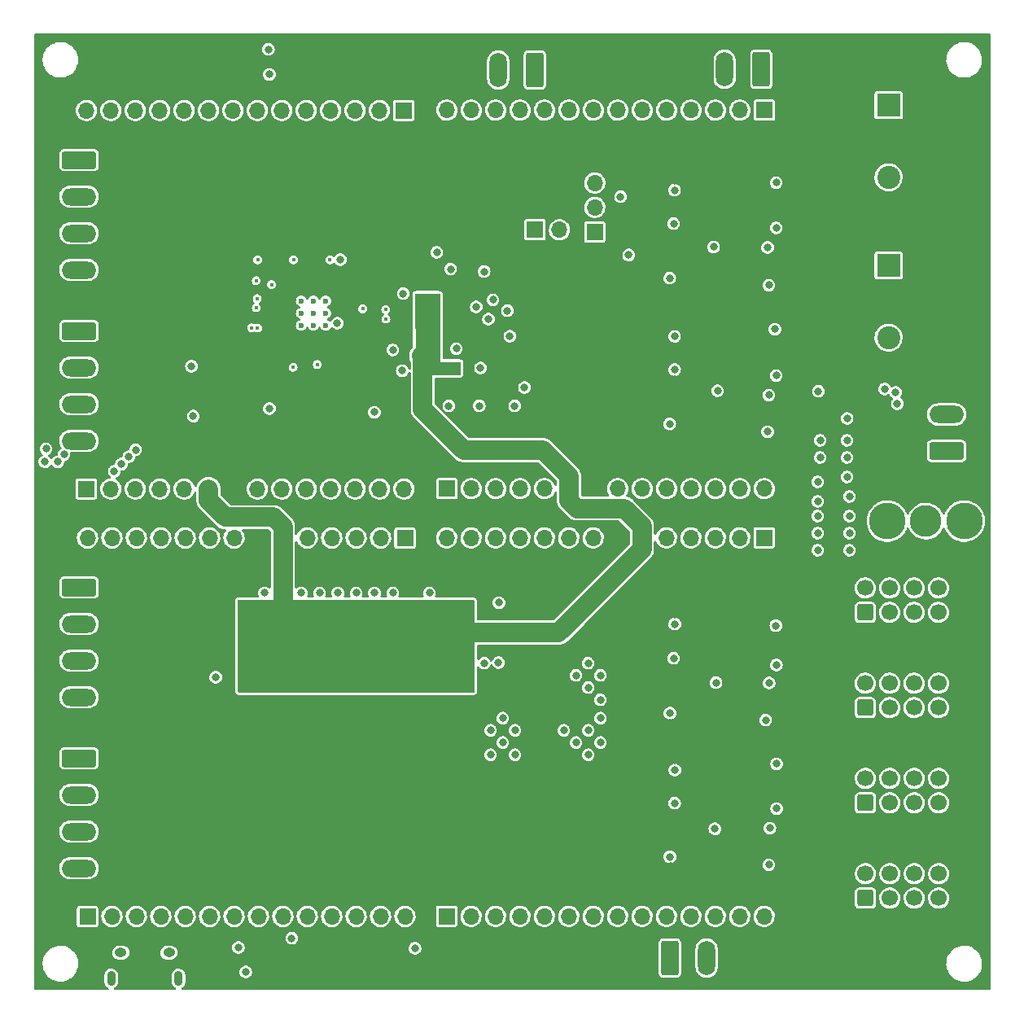
<source format=gbr>
%TF.GenerationSoftware,KiCad,Pcbnew,(6.0.4-0)*%
%TF.CreationDate,2022-08-06T14:41:30-04:00*%
%TF.ProjectId,QuarkCncQuadDriver,51756172-6b43-46e6-9351-756164447269,rev?*%
%TF.SameCoordinates,Original*%
%TF.FileFunction,Copper,L3,Inr*%
%TF.FilePolarity,Positive*%
%FSLAX46Y46*%
G04 Gerber Fmt 4.6, Leading zero omitted, Abs format (unit mm)*
G04 Created by KiCad (PCBNEW (6.0.4-0)) date 2022-08-06 14:41:30*
%MOMM*%
%LPD*%
G01*
G04 APERTURE LIST*
G04 Aperture macros list*
%AMRoundRect*
0 Rectangle with rounded corners*
0 $1 Rounding radius*
0 $2 $3 $4 $5 $6 $7 $8 $9 X,Y pos of 4 corners*
0 Add a 4 corners polygon primitive as box body*
4,1,4,$2,$3,$4,$5,$6,$7,$8,$9,$2,$3,0*
0 Add four circle primitives for the rounded corners*
1,1,$1+$1,$2,$3*
1,1,$1+$1,$4,$5*
1,1,$1+$1,$6,$7*
1,1,$1+$1,$8,$9*
0 Add four rect primitives between the rounded corners*
20,1,$1+$1,$2,$3,$4,$5,0*
20,1,$1+$1,$4,$5,$6,$7,0*
20,1,$1+$1,$6,$7,$8,$9,0*
20,1,$1+$1,$8,$9,$2,$3,0*%
G04 Aperture macros list end*
%TA.AperFunction,ComponentPad*%
%ADD10R,1.700000X1.700000*%
%TD*%
%TA.AperFunction,ComponentPad*%
%ADD11O,1.700000X1.700000*%
%TD*%
%TA.AperFunction,ComponentPad*%
%ADD12RoundRect,0.250000X-1.550000X0.650000X-1.550000X-0.650000X1.550000X-0.650000X1.550000X0.650000X0*%
%TD*%
%TA.AperFunction,ComponentPad*%
%ADD13O,3.600000X1.800000*%
%TD*%
%TA.AperFunction,ComponentPad*%
%ADD14RoundRect,0.250000X-0.650000X-1.550000X0.650000X-1.550000X0.650000X1.550000X-0.650000X1.550000X0*%
%TD*%
%TA.AperFunction,ComponentPad*%
%ADD15O,1.800000X3.600000*%
%TD*%
%TA.AperFunction,ComponentPad*%
%ADD16RoundRect,0.250000X0.650000X1.550000X-0.650000X1.550000X-0.650000X-1.550000X0.650000X-1.550000X0*%
%TD*%
%TA.AperFunction,ComponentPad*%
%ADD17C,0.600000*%
%TD*%
%TA.AperFunction,ComponentPad*%
%ADD18C,3.300000*%
%TD*%
%TA.AperFunction,ComponentPad*%
%ADD19C,3.800000*%
%TD*%
%TA.AperFunction,ComponentPad*%
%ADD20RoundRect,0.250000X0.600000X-0.600000X0.600000X0.600000X-0.600000X0.600000X-0.600000X-0.600000X0*%
%TD*%
%TA.AperFunction,ComponentPad*%
%ADD21C,1.700000*%
%TD*%
%TA.AperFunction,ComponentPad*%
%ADD22O,1.250000X0.950000*%
%TD*%
%TA.AperFunction,ComponentPad*%
%ADD23O,0.890000X1.550000*%
%TD*%
%TA.AperFunction,ComponentPad*%
%ADD24RoundRect,0.250000X1.550000X-0.650000X1.550000X0.650000X-1.550000X0.650000X-1.550000X-0.650000X0*%
%TD*%
%TA.AperFunction,ComponentPad*%
%ADD25R,2.400000X2.400000*%
%TD*%
%TA.AperFunction,ComponentPad*%
%ADD26C,2.400000*%
%TD*%
%TA.AperFunction,ViaPad*%
%ADD27C,0.800000*%
%TD*%
%TA.AperFunction,ViaPad*%
%ADD28C,0.406400*%
%TD*%
%TA.AperFunction,Conductor*%
%ADD29C,2.000000*%
%TD*%
G04 APERTURE END LIST*
D10*
%TO.N,/STEPPER_A_DIAG0*%
%TO.C,U29*%
X43180000Y-123190000D03*
D11*
%TO.N,/STEPPER DRIVER A/STEPPER_DIAG1*%
X45720000Y-123190000D03*
%TO.N,/STEPPER DRIVER A/STEPPER_COIL_B1*%
X48260000Y-123190000D03*
X50800000Y-123190000D03*
X53340000Y-123190000D03*
%TO.N,/STEPPER DRIVER A/STEPPER_COIL_B2*%
X55880000Y-123190000D03*
X58420000Y-123190000D03*
X60960000Y-123190000D03*
%TO.N,/STEPPER DRIVER A/STEPPER_COIL_A1*%
X63500000Y-123190000D03*
X66040000Y-123190000D03*
X68580000Y-123190000D03*
%TO.N,/STEPPER DRIVER A/STEPPER_COIL_A2*%
X71120000Y-123190000D03*
X73660000Y-123190000D03*
X76200000Y-123190000D03*
%TD*%
D12*
%TO.N,/STEPPER DRIVER Y/STEPPER_COIL_A2*%
%TO.C,J11*%
X42302500Y-62285000D03*
D13*
%TO.N,/STEPPER DRIVER Y/STEPPER_COIL_A1*%
X42302500Y-66095000D03*
%TO.N,/STEPPER DRIVER Y/STEPPER_COIL_B2*%
X42302500Y-69905000D03*
%TO.N,/STEPPER DRIVER Y/STEPPER_COIL_B1*%
X42302500Y-73715000D03*
%TD*%
D14*
%TO.N,+12V*%
%TO.C,J10*%
X103759000Y-127508000D03*
D15*
%TO.N,GND*%
X107569000Y-127508000D03*
%TD*%
D16*
%TO.N,/RS485/RS485_A*%
%TO.C,J4*%
X89708600Y-35139700D03*
D15*
%TO.N,/RS485/RS485_B*%
X85898600Y-35139700D03*
%TD*%
D10*
%TO.N,/STEPPER_X_DIAG0*%
%TO.C,U9*%
X76095000Y-39345000D03*
D11*
%TO.N,/STEPPER DRIVER X/STEPPER_DIAG1*%
X73555000Y-39345000D03*
%TO.N,/STEPPER DRIVER X/STEPPER_COIL_B1*%
X71015000Y-39345000D03*
X68475000Y-39345000D03*
X65935000Y-39345000D03*
%TO.N,/STEPPER DRIVER X/STEPPER_COIL_B2*%
X63395000Y-39345000D03*
X60855000Y-39345000D03*
X58315000Y-39345000D03*
%TO.N,/STEPPER DRIVER X/STEPPER_COIL_A1*%
X55775000Y-39345000D03*
X53235000Y-39345000D03*
X50695000Y-39345000D03*
%TO.N,/STEPPER DRIVER X/STEPPER_COIL_A2*%
X48155000Y-39345000D03*
X45615000Y-39345000D03*
X43075000Y-39345000D03*
%TD*%
D17*
%TO.N,GND*%
%TO.C,U23*%
X65407200Y-61712300D03*
X67957200Y-59162300D03*
X66682200Y-60437300D03*
X66682200Y-61712300D03*
X65407200Y-59162300D03*
X65407200Y-60437300D03*
X67957200Y-61712300D03*
X67957200Y-60437300D03*
X66682200Y-59162300D03*
%TD*%
D18*
%TO.N,*%
%TO.C,F1*%
X130378200Y-82061400D03*
D19*
%TO.N,/Input_Protection/VCC_INPUT*%
X134378200Y-82061400D03*
%TO.N,/Input_Protection/vcc_post_fuse*%
X126378200Y-82061400D03*
%TD*%
D12*
%TO.N,/STEPPER DRIVER X/STEPPER_COIL_A2*%
%TO.C,Je1*%
X42302500Y-44505000D03*
D13*
%TO.N,/STEPPER DRIVER X/STEPPER_COIL_A1*%
X42302500Y-48315000D03*
%TO.N,/STEPPER DRIVER X/STEPPER_COIL_B2*%
X42302500Y-52125000D03*
%TO.N,/STEPPER DRIVER X/STEPPER_COIL_B1*%
X42302500Y-55935000D03*
%TD*%
D10*
%TO.N,/RP2040 Microcontroller/SWCLK*%
%TO.C,J2*%
X95935800Y-51968400D03*
D11*
%TO.N,GND*%
X95935800Y-49428400D03*
%TO.N,/RP2040 Microcontroller/SWD*%
X95935800Y-46888400D03*
%TD*%
D10*
%TO.N,GND*%
%TO.C,U19*%
X113550000Y-83795000D03*
D11*
%TO.N,VCC*%
X111010000Y-83795000D03*
%TO.N,GND*%
X108470000Y-83795000D03*
%TO.N,VCC*%
X105930000Y-83795000D03*
%TO.N,GND*%
X103390000Y-83795000D03*
%TO.N,+12V*%
X100850000Y-83795000D03*
%TO.N,+3V3*%
X98310000Y-83795000D03*
%TO.N,/STEPPER_Z_ENn*%
X95770000Y-83795000D03*
%TO.N,/STEPPER_Z_DIR*%
X93230000Y-83795000D03*
%TO.N,/STEPPER_Z_STEP*%
X90690000Y-83795000D03*
%TO.N,/STEPPER_Z_CSn*%
X88150000Y-83795000D03*
%TO.N,/STEPPER_MISO*%
X85610000Y-83795000D03*
%TO.N,/STEPPER_MOSI*%
X83070000Y-83795000D03*
%TO.N,/STEPPER_SCK*%
X80530000Y-83795000D03*
%TD*%
D10*
%TO.N,GND*%
%TO.C,U27*%
X76200000Y-83820000D03*
D11*
%TO.N,VCC*%
X73660000Y-83820000D03*
%TO.N,GND*%
X71120000Y-83820000D03*
%TO.N,VCC*%
X68580000Y-83820000D03*
%TO.N,GND*%
X66040000Y-83820000D03*
%TO.N,+12V*%
X63500000Y-83820000D03*
%TO.N,+3V3*%
X60960000Y-83820000D03*
%TO.N,/STEPPER_A_ENn*%
X58420000Y-83820000D03*
%TO.N,/STEPPER_A_DIR*%
X55880000Y-83820000D03*
%TO.N,/STEPPER_A_STEP*%
X53340000Y-83820000D03*
%TO.N,/STEPPER_A_CSn*%
X50800000Y-83820000D03*
%TO.N,/STEPPER_MISO*%
X48260000Y-83820000D03*
%TO.N,/STEPPER_MOSI*%
X45720000Y-83820000D03*
%TO.N,/STEPPER_SCK*%
X43180000Y-83820000D03*
%TD*%
D10*
%TO.N,Net-(J14-Pad1)*%
%TO.C,J14*%
X89733200Y-51765200D03*
D11*
%TO.N,/RS485/RS485_B*%
X92273200Y-51765200D03*
%TD*%
D20*
%TO.N,VCC_EXT*%
%TO.C,J9*%
X124101000Y-121275500D03*
D21*
%TO.N,/Stepper Isolation 4/step_ext*%
X124101000Y-118735500D03*
%TO.N,VCC_EXT*%
X126641000Y-121275500D03*
%TO.N,/Stepper Isolation 4/dir_ext*%
X126641000Y-118735500D03*
%TO.N,VCC_EXT*%
X129181000Y-121275500D03*
%TO.N,/Stepper Isolation 4/ena_ext*%
X129181000Y-118735500D03*
%TO.N,unconnected-(J9-Pad7)*%
X131721000Y-121275500D03*
%TO.N,/Stepper Isolation 4/alarm_ext*%
X131721000Y-118735500D03*
%TD*%
D10*
%TO.N,GND*%
%TO.C,U7*%
X43075000Y-78715000D03*
D11*
%TO.N,VCC*%
X45615000Y-78715000D03*
%TO.N,GND*%
X48155000Y-78715000D03*
%TO.N,VCC*%
X50695000Y-78715000D03*
%TO.N,GND*%
X53235000Y-78715000D03*
%TO.N,+12V*%
X55775000Y-78715000D03*
%TO.N,+3V3*%
X58315000Y-78715000D03*
%TO.N,/STEPPER_X_ENn*%
X60855000Y-78715000D03*
%TO.N,/STEPPER_X_DIR*%
X63395000Y-78715000D03*
%TO.N,/STEPPER_X_STEP*%
X65935000Y-78715000D03*
%TO.N,/STEPPER_X_CSn*%
X68475000Y-78715000D03*
%TO.N,/STEPPER_MISO*%
X71015000Y-78715000D03*
%TO.N,/STEPPER_MOSI*%
X73555000Y-78715000D03*
%TO.N,/STEPPER_SCK*%
X76095000Y-78715000D03*
%TD*%
D10*
%TO.N,GND*%
%TO.C,U1*%
X80550000Y-78690000D03*
D11*
%TO.N,VCC*%
X83090000Y-78690000D03*
%TO.N,GND*%
X85630000Y-78690000D03*
%TO.N,VCC*%
X88170000Y-78690000D03*
%TO.N,GND*%
X90710000Y-78690000D03*
%TO.N,+12V*%
X93250000Y-78690000D03*
%TO.N,+3V3*%
X95790000Y-78690000D03*
%TO.N,/STEPPER_Y_ENn*%
X98330000Y-78690000D03*
%TO.N,/STEPPER_Y_DIR*%
X100870000Y-78690000D03*
%TO.N,/STEPPER_Y_STEP*%
X103410000Y-78690000D03*
%TO.N,/STEPPER_Y_CSn*%
X105950000Y-78690000D03*
%TO.N,/STEPPER_MISO*%
X108490000Y-78690000D03*
%TO.N,/STEPPER_MOSI*%
X111030000Y-78690000D03*
%TO.N,/STEPPER_SCK*%
X113570000Y-78690000D03*
%TD*%
D20*
%TO.N,VCC_EXT*%
%TO.C,J8*%
X124101000Y-111369500D03*
D21*
%TO.N,/Stepper Isolation 3/step_ext*%
X124101000Y-108829500D03*
%TO.N,VCC_EXT*%
X126641000Y-111369500D03*
%TO.N,/Stepper Isolation 3/dir_ext*%
X126641000Y-108829500D03*
%TO.N,VCC_EXT*%
X129181000Y-111369500D03*
%TO.N,/Stepper Isolation 3/ena_ext*%
X129181000Y-108829500D03*
%TO.N,unconnected-(J8-Pad7)*%
X131721000Y-111369500D03*
%TO.N,/Stepper Isolation 3/alarm_ext*%
X131721000Y-108829500D03*
%TD*%
D22*
%TO.N,GND*%
%TO.C,J3*%
X51649000Y-126947000D03*
D23*
X52649000Y-129647000D03*
X45649000Y-129647000D03*
D22*
X46649000Y-126947000D03*
%TD*%
D12*
%TO.N,/STEPPER DRIVER A/STEPPER_COIL_A2*%
%TO.C,J13*%
X42302500Y-106735000D03*
D13*
%TO.N,/STEPPER DRIVER A/STEPPER_COIL_A1*%
X42302500Y-110545000D03*
%TO.N,/STEPPER DRIVER A/STEPPER_COIL_B2*%
X42302500Y-114355000D03*
%TO.N,/STEPPER DRIVER A/STEPPER_COIL_B1*%
X42302500Y-118165000D03*
%TD*%
D12*
%TO.N,/STEPPER DRIVER Z/STEPPER_COIL_A2*%
%TO.C,J12*%
X42302500Y-88955000D03*
D13*
%TO.N,/STEPPER DRIVER Z/STEPPER_COIL_A1*%
X42302500Y-92765000D03*
%TO.N,/STEPPER DRIVER Z/STEPPER_COIL_B2*%
X42302500Y-96575000D03*
%TO.N,/STEPPER DRIVER Z/STEPPER_COIL_B1*%
X42302500Y-100385000D03*
%TD*%
D24*
%TO.N,/Input_Protection/VCC_INPUT*%
%TO.C,J1*%
X132537200Y-74777600D03*
D13*
%TO.N,GND*%
X132537200Y-70967600D03*
%TD*%
D16*
%TO.N,/RS485/RS485_A*%
%TO.C,J5*%
X113254400Y-35063500D03*
D15*
%TO.N,/RS485/RS485_B*%
X109444400Y-35063500D03*
%TD*%
D20*
%TO.N,VCC_EXT*%
%TO.C,J6*%
X124079000Y-91557500D03*
D21*
%TO.N,/Stepper Isolation 1/step_ext*%
X124079000Y-89017500D03*
%TO.N,VCC_EXT*%
X126619000Y-91557500D03*
%TO.N,/Stepper Isolation 1/dir_ext*%
X126619000Y-89017500D03*
%TO.N,VCC_EXT*%
X129159000Y-91557500D03*
%TO.N,/Stepper Isolation 1/ena_ext*%
X129159000Y-89017500D03*
%TO.N,unconnected-(J6-Pad7)*%
X131699000Y-91557500D03*
%TO.N,/Stepper Isolation 1/alarm_ext*%
X131699000Y-89017500D03*
%TD*%
D25*
%TO.N,VCC*%
%TO.C,C1*%
X126492000Y-55473600D03*
D26*
%TO.N,GND*%
X126492000Y-62973600D03*
%TD*%
D25*
%TO.N,VCC*%
%TO.C,C2*%
X126492000Y-38803646D03*
D26*
%TO.N,GND*%
X126492000Y-46303646D03*
%TD*%
D20*
%TO.N,VCC_EXT*%
%TO.C,J7*%
X124079000Y-101463500D03*
D21*
%TO.N,/Stepper Isolation 2/step_ext*%
X124079000Y-98923500D03*
%TO.N,VCC_EXT*%
X126619000Y-101463500D03*
%TO.N,/Stepper Isolation 2/dir_ext*%
X126619000Y-98923500D03*
%TO.N,VCC_EXT*%
X129159000Y-101463500D03*
%TO.N,/Stepper Isolation 2/ena_ext*%
X129159000Y-98923500D03*
%TO.N,unconnected-(J7-Pad7)*%
X131699000Y-101463500D03*
%TO.N,/Stepper Isolation 2/alarm_ext*%
X131699000Y-98923500D03*
%TD*%
D10*
%TO.N,/STEPPER_Z_DIAG0*%
%TO.C,U21*%
X80530000Y-123165000D03*
D11*
%TO.N,/STEPPER DRIVER Z/STEPPER_DIAG1*%
X83070000Y-123165000D03*
%TO.N,/STEPPER DRIVER Z/STEPPER_COIL_B1*%
X85610000Y-123165000D03*
X88150000Y-123165000D03*
X90690000Y-123165000D03*
%TO.N,/STEPPER DRIVER Z/STEPPER_COIL_B2*%
X93230000Y-123165000D03*
X95770000Y-123165000D03*
X98310000Y-123165000D03*
%TO.N,/STEPPER DRIVER Z/STEPPER_COIL_A1*%
X100850000Y-123165000D03*
X103390000Y-123165000D03*
X105930000Y-123165000D03*
%TO.N,/STEPPER DRIVER Z/STEPPER_COIL_A2*%
X108470000Y-123165000D03*
X111010000Y-123165000D03*
X113550000Y-123165000D03*
%TD*%
D10*
%TO.N,/STEPPER_Y_DIAG0*%
%TO.C,U3*%
X113570000Y-39320000D03*
D11*
%TO.N,/STEPPER DRIVER Y/STEPPER_DIAG1*%
X111030000Y-39320000D03*
%TO.N,/STEPPER DRIVER Y/STEPPER_COIL_B1*%
X108490000Y-39320000D03*
X105950000Y-39320000D03*
X103410000Y-39320000D03*
%TO.N,/STEPPER DRIVER Y/STEPPER_COIL_B2*%
X100870000Y-39320000D03*
X98330000Y-39320000D03*
X95790000Y-39320000D03*
%TO.N,/STEPPER DRIVER Y/STEPPER_COIL_A1*%
X93250000Y-39320000D03*
X90710000Y-39320000D03*
X88170000Y-39320000D03*
%TO.N,/STEPPER DRIVER Y/STEPPER_COIL_A2*%
X85630000Y-39320000D03*
X83090000Y-39320000D03*
X80550000Y-39320000D03*
%TD*%
D27*
%TO.N,+3V3*%
X57783700Y-66314100D03*
X103733600Y-73025000D03*
X104241600Y-46634400D03*
X91232000Y-54705000D03*
X104140000Y-97344000D03*
X75565000Y-54483000D03*
X49968600Y-35710400D03*
X104241600Y-61849000D03*
X67679685Y-62938569D03*
X92502000Y-55975000D03*
X103809800Y-117983000D03*
X93772000Y-54705000D03*
X93772000Y-57245000D03*
X47733400Y-34669000D03*
X103708200Y-57810400D03*
X91232000Y-59785000D03*
D28*
X61437133Y-58925031D03*
X62331054Y-56794946D03*
D27*
X104215306Y-112403556D03*
X103809800Y-55067200D03*
X104140000Y-52132000D03*
X92502000Y-58515000D03*
X95042000Y-61055000D03*
D28*
X67108564Y-65155307D03*
D27*
X98852000Y-59785000D03*
D28*
X71856600Y-60960000D03*
X64426439Y-65459617D03*
X64617600Y-55676800D03*
D27*
X101981000Y-48006000D03*
D28*
X61489600Y-54864000D03*
D27*
X84247000Y-71215000D03*
X51800000Y-37200000D03*
X96312000Y-59785000D03*
X103809800Y-70104000D03*
X103759000Y-103059000D03*
X64268838Y-62858679D03*
X63726000Y-68511037D03*
X97582000Y-61055000D03*
X104267000Y-106959400D03*
X104013000Y-99568000D03*
X103886000Y-115189000D03*
X104267000Y-91756000D03*
D28*
X61391800Y-59842400D03*
D27*
X92502000Y-61055000D03*
X104267000Y-67335400D03*
X93772000Y-59785000D03*
D28*
X68402200Y-55803800D03*
D27*
X70485000Y-52705000D03*
X45649000Y-33477200D03*
%TO.N,VCC*%
X95250000Y-99382000D03*
X122174000Y-77470000D03*
X119380000Y-73660000D03*
X122189499Y-71389499D03*
X127409000Y-69847400D03*
X126088200Y-68323400D03*
X96520000Y-98112000D03*
X127231200Y-68679000D03*
X119126000Y-77978000D03*
X93980000Y-98112000D03*
X119126000Y-80010000D03*
X122174000Y-75438000D03*
X122174000Y-73660000D03*
X119380000Y-75438000D03*
X122428000Y-79502000D03*
X95250000Y-96842000D03*
X96520000Y-100652000D03*
%TO.N,GND*%
X74930000Y-89535000D03*
X62100000Y-35600000D03*
X61595000Y-89535000D03*
X73025000Y-70739000D03*
X104239839Y-62848501D03*
X62000000Y-33000000D03*
D28*
X60831230Y-58925031D03*
D27*
X76021948Y-58392677D03*
X65405000Y-89535000D03*
X87630000Y-106367000D03*
X122428000Y-81534000D03*
X103759744Y-116984752D03*
X83931000Y-70072000D03*
X104269647Y-107958899D03*
X80949800Y-55854600D03*
X92710000Y-103827000D03*
X77241400Y-126492800D03*
X86360000Y-105097000D03*
X85928200Y-96774000D03*
X69164287Y-61472140D03*
X96520000Y-105097000D03*
X83612000Y-59785000D03*
X69469000Y-54864000D03*
X85090000Y-103827000D03*
X69215000Y-89535000D03*
X96520000Y-102557000D03*
X103759000Y-102043000D03*
X84455000Y-96842000D03*
X79502000Y-54102000D03*
X98628200Y-48310800D03*
X78740000Y-89535000D03*
X93980000Y-105097000D03*
X119126000Y-83312000D03*
X56515000Y-98298000D03*
X103733600Y-56794400D03*
X108432600Y-114071400D03*
D28*
X68402200Y-54889400D03*
D27*
X67310000Y-89535000D03*
X80756000Y-70072000D03*
X104241600Y-66319400D03*
X84882000Y-61055000D03*
X104239839Y-47633901D03*
X108303000Y-53559042D03*
X62105200Y-70351733D03*
X85979000Y-90551000D03*
X71120000Y-89535000D03*
X119126000Y-81534000D03*
X64426921Y-125449511D03*
X104241600Y-111404400D03*
X87630000Y-103827000D03*
D28*
X74193400Y-60045600D03*
D27*
X108557000Y-98868000D03*
D28*
X64617600Y-54889400D03*
D27*
X84058000Y-66135000D03*
D28*
X60256067Y-61953609D03*
D27*
X85090000Y-106367000D03*
X95250000Y-106367000D03*
X84429600Y-56108600D03*
X75920600Y-66421000D03*
X119126000Y-85090000D03*
X73025000Y-89535000D03*
X122428000Y-85090000D03*
X103733600Y-71958200D03*
X95250000Y-103827000D03*
X87614000Y-70072000D03*
X104140000Y-51116000D03*
X104267000Y-92772000D03*
D28*
X60731400Y-59867800D03*
D27*
X99466400Y-54381400D03*
X119202200Y-68554600D03*
X74930000Y-64262000D03*
X122428000Y-83312000D03*
D28*
X60883800Y-54889400D03*
D27*
X104140000Y-96328000D03*
X86852000Y-60166000D03*
D28*
X64566800Y-66065400D03*
X60731400Y-57048400D03*
D27*
X86360000Y-102557000D03*
X88630000Y-68167000D03*
X108712000Y-68515000D03*
X85344000Y-59055000D03*
D28*
X74218800Y-61036200D03*
X67081400Y-65760600D03*
%TO.N,/RP2040 Microcontroller/1V1*%
X71805800Y-59975244D03*
X60866666Y-61984064D03*
X62331600Y-57454800D03*
D27*
%TO.N,/RP2040 Microcontroller/~{USB_BOOT}*%
X58877200Y-126415800D03*
X59639200Y-128955800D03*
%TO.N,Net-(C39-Pad2)*%
X87106000Y-62833000D03*
X81534000Y-64135000D03*
%TO.N,+12V*%
X76200000Y-92710000D03*
X72390000Y-94615000D03*
X67945000Y-93345000D03*
X69341000Y-97374000D03*
X69850000Y-94615000D03*
X80010000Y-95250000D03*
X66801000Y-94834000D03*
X64261000Y-97374000D03*
X68071000Y-98644000D03*
X73660000Y-92710000D03*
X62991000Y-98644000D03*
X77470000Y-94615000D03*
X65531000Y-98644000D03*
X74930000Y-94615000D03*
X71120000Y-92710000D03*
X68071000Y-96104000D03*
X77897000Y-59785000D03*
X61721000Y-97374000D03*
X77876315Y-62158529D03*
X79167000Y-66135000D03*
X66801000Y-97374000D03*
X77897000Y-64865000D03*
%TO.N,/RP2040 Microcontroller/GPIO2*%
X38737600Y-75887112D03*
X46699090Y-76137690D03*
%TO.N,/RP2040 Microcontroller/GPIO3*%
X38862000Y-74549000D03*
X45962490Y-76874290D03*
%TO.N,/RP2040 Microcontroller/RUN*%
X53986004Y-65946426D03*
X54178200Y-71145400D03*
%TO.N,/RP2040 Microcontroller/GPIO0*%
X48183698Y-74653083D03*
X40727239Y-75134663D03*
%TO.N,/RP2040 Microcontroller/GPIO1*%
X47476942Y-75359838D03*
X40080801Y-75896977D03*
%TO.N,VCC_EXT*%
X114046000Y-57531000D03*
X114147600Y-113995200D03*
X114046000Y-68961000D03*
X114833400Y-97028000D03*
X114782600Y-92938600D03*
X113715800Y-102768400D03*
X114681000Y-62103000D03*
X114808000Y-66929000D03*
X114858800Y-111963200D03*
X113919000Y-53594000D03*
X114808000Y-46863000D03*
X114046000Y-117805200D03*
X114071400Y-98907600D03*
X113919000Y-72771000D03*
X114808000Y-51562000D03*
X114858800Y-107315000D03*
%TD*%
D29*
%TO.N,+12V*%
X55775000Y-79917081D02*
X57518919Y-81661000D01*
X57518919Y-81661000D02*
X62543081Y-81661000D01*
X93250000Y-77375000D02*
X93250000Y-78690000D01*
X78740000Y-93667000D02*
X92180081Y-93667000D01*
X98996592Y-80739511D02*
X94097430Y-80739511D01*
X62543081Y-81661000D02*
X63500000Y-82617919D01*
X63500000Y-83820000D02*
X63500000Y-91533000D01*
X78053501Y-70433501D02*
X82296000Y-74676000D01*
X78053501Y-65021501D02*
X78053501Y-70433501D01*
X92180081Y-93667000D02*
X100850000Y-84997081D01*
X100850000Y-82592919D02*
X98996592Y-80739511D01*
X90551000Y-74676000D02*
X93250000Y-77375000D01*
X93250000Y-79892081D02*
X93250000Y-78690000D01*
X63500000Y-82617919D02*
X63500000Y-83820000D01*
X82296000Y-74676000D02*
X90551000Y-74676000D01*
X77897000Y-64865000D02*
X78053501Y-65021501D01*
X55775000Y-78715000D02*
X55775000Y-79917081D01*
X100850000Y-83795000D02*
X100850000Y-82592919D01*
X63500000Y-91533000D02*
X66801000Y-94834000D01*
X100850000Y-84997081D02*
X100850000Y-83795000D01*
X94097430Y-80739511D02*
X93250000Y-79892081D01*
%TD*%
%TA.AperFunction,Conductor*%
%TO.N,+12V*%
G36*
X79817065Y-58405329D02*
G01*
X79863656Y-58458900D01*
X79875137Y-58511596D01*
X79867000Y-65500000D01*
X81900000Y-65500000D01*
X81968121Y-65520002D01*
X82014614Y-65573658D01*
X82026000Y-65626000D01*
X82026000Y-66771129D01*
X82005998Y-66839250D01*
X81952342Y-66885743D01*
X81900129Y-66897129D01*
X77463760Y-66901684D01*
X77395619Y-66881752D01*
X77349071Y-66828144D01*
X77337643Y-66777441D01*
X77320106Y-65520002D01*
X77222441Y-58517559D01*
X77241491Y-58449166D01*
X77294493Y-58401929D01*
X77348201Y-58389802D01*
X79043454Y-58386729D01*
X79748909Y-58385450D01*
X79817065Y-58405329D01*
G37*
%TD.AperFunction*%
%TD*%
%TA.AperFunction,Conductor*%
%TO.N,+12V*%
G36*
X83381121Y-90258002D02*
G01*
X83427614Y-90311658D01*
X83439000Y-90364000D01*
X83439000Y-99764000D01*
X83418998Y-99832121D01*
X83365342Y-99878614D01*
X83313000Y-99890000D01*
X58927000Y-99890000D01*
X58858879Y-99869998D01*
X58812386Y-99816342D01*
X58801000Y-99764000D01*
X58801000Y-90364000D01*
X58821002Y-90295879D01*
X58874658Y-90249386D01*
X58927000Y-90238000D01*
X83313000Y-90238000D01*
X83381121Y-90258002D01*
G37*
%TD.AperFunction*%
%TD*%
%TA.AperFunction,Conductor*%
%TO.N,+3V3*%
G36*
X137047621Y-31364502D02*
G01*
X137094114Y-31418158D01*
X137105500Y-31470500D01*
X137105500Y-130709500D01*
X137085498Y-130777621D01*
X137031842Y-130824114D01*
X136979500Y-130835500D01*
X53029730Y-130835500D01*
X52961609Y-130815498D01*
X52915116Y-130761842D01*
X52905012Y-130691568D01*
X52934506Y-130626988D01*
X52971936Y-130597537D01*
X53045065Y-130559792D01*
X53172648Y-130448495D01*
X53270000Y-130309977D01*
X53331501Y-130152236D01*
X53348500Y-130023111D01*
X53348500Y-129274542D01*
X53333298Y-129148920D01*
X53273453Y-128990544D01*
X53244829Y-128948896D01*
X58979929Y-128948896D01*
X58986524Y-129008628D01*
X58993588Y-129072610D01*
X58997313Y-129106353D01*
X58999923Y-129113484D01*
X58999923Y-129113486D01*
X59035212Y-129209917D01*
X59051753Y-129255119D01*
X59055989Y-129261422D01*
X59055989Y-129261423D01*
X59115396Y-129349829D01*
X59140108Y-129386605D01*
X59145727Y-129391718D01*
X59145728Y-129391719D01*
X59245665Y-129482654D01*
X59257276Y-129493219D01*
X59396493Y-129568808D01*
X59549722Y-129609007D01*
X59633677Y-129610326D01*
X59700519Y-129611376D01*
X59700522Y-129611376D01*
X59708116Y-129611495D01*
X59862532Y-129576129D01*
X59934932Y-129539716D01*
X59997272Y-129508363D01*
X59997275Y-129508361D01*
X60004055Y-129504951D01*
X60009826Y-129500022D01*
X60009829Y-129500020D01*
X60118736Y-129407004D01*
X60118736Y-129407003D01*
X60124514Y-129402069D01*
X60216955Y-129273424D01*
X60276042Y-129126441D01*
X60278986Y-129105756D01*
X102604500Y-129105756D01*
X102604869Y-129109152D01*
X102604869Y-129109153D01*
X102608418Y-129141817D01*
X102611202Y-129167448D01*
X102613974Y-129174841D01*
X102613974Y-129174843D01*
X102627123Y-129209917D01*
X102661929Y-129302764D01*
X102667309Y-129309943D01*
X102667311Y-129309946D01*
X102733287Y-129397977D01*
X102748596Y-129418404D01*
X102755776Y-129423785D01*
X102857054Y-129499689D01*
X102857057Y-129499691D01*
X102864236Y-129505071D01*
X102949709Y-129537113D01*
X102992157Y-129553026D01*
X102992159Y-129553026D01*
X102999552Y-129555798D01*
X103007402Y-129556651D01*
X103007403Y-129556651D01*
X103049001Y-129561170D01*
X103061244Y-129562500D01*
X104456756Y-129562500D01*
X104468999Y-129561170D01*
X104510597Y-129556651D01*
X104510598Y-129556651D01*
X104518448Y-129555798D01*
X104525841Y-129553026D01*
X104525843Y-129553026D01*
X104568291Y-129537113D01*
X104653764Y-129505071D01*
X104660943Y-129499691D01*
X104660946Y-129499689D01*
X104762224Y-129423785D01*
X104769404Y-129418404D01*
X104784713Y-129397977D01*
X104850689Y-129309946D01*
X104850691Y-129309943D01*
X104856071Y-129302764D01*
X104890877Y-129209917D01*
X104904026Y-129174843D01*
X104904026Y-129174841D01*
X104906798Y-129167448D01*
X104909583Y-129141817D01*
X104913131Y-129109153D01*
X104913131Y-129109152D01*
X104913500Y-129105756D01*
X104913500Y-128461827D01*
X106414500Y-128461827D01*
X106416213Y-128480470D01*
X106425008Y-128576180D01*
X106428969Y-128619292D01*
X106430536Y-128624849D01*
X106430537Y-128624853D01*
X106481647Y-128806073D01*
X106486564Y-128823508D01*
X106489116Y-128828684D01*
X106489118Y-128828688D01*
X106548398Y-128948896D01*
X106580410Y-129013809D01*
X106583864Y-129018435D01*
X106583865Y-129018436D01*
X106689275Y-129159597D01*
X106707364Y-129183821D01*
X106711598Y-129187735D01*
X106711600Y-129187737D01*
X106843806Y-129309946D01*
X106863174Y-129327850D01*
X107042623Y-129441074D01*
X107239700Y-129519700D01*
X107245357Y-129520825D01*
X107245363Y-129520827D01*
X107442137Y-129559967D01*
X107442141Y-129559967D01*
X107447805Y-129561094D01*
X107453580Y-129561170D01*
X107453584Y-129561170D01*
X107560196Y-129562566D01*
X107659969Y-129563872D01*
X107665666Y-129562893D01*
X107665667Y-129562893D01*
X107863390Y-129528918D01*
X107863391Y-129528918D01*
X107869087Y-129527939D01*
X108068154Y-129454499D01*
X108073116Y-129451547D01*
X108245537Y-129348968D01*
X108245540Y-129348966D01*
X108250505Y-129346012D01*
X108254845Y-129342206D01*
X108254849Y-129342203D01*
X108405691Y-129209917D01*
X108410032Y-129206110D01*
X108460717Y-129141817D01*
X108537819Y-129044014D01*
X108537821Y-129044012D01*
X108541393Y-129039480D01*
X108640188Y-128851701D01*
X108703109Y-128649062D01*
X108718410Y-128519792D01*
X108723064Y-128480470D01*
X108723064Y-128480465D01*
X108723500Y-128476784D01*
X108723500Y-128132186D01*
X132501018Y-128132186D01*
X132526579Y-128400100D01*
X132527664Y-128404534D01*
X132527665Y-128404540D01*
X132569665Y-128576180D01*
X132590547Y-128661518D01*
X132691583Y-128910963D01*
X132827569Y-129143210D01*
X132880916Y-129209917D01*
X132992118Y-129348968D01*
X132995658Y-129353395D01*
X133192327Y-129537113D01*
X133413457Y-129690516D01*
X133654416Y-129810391D01*
X133658750Y-129811812D01*
X133658753Y-129811813D01*
X133905823Y-129892807D01*
X133905829Y-129892808D01*
X133910156Y-129894227D01*
X133914647Y-129895007D01*
X133914648Y-129895007D01*
X134171538Y-129939611D01*
X134171546Y-129939612D01*
X134175319Y-129940267D01*
X134179156Y-129940458D01*
X134258777Y-129944422D01*
X134258785Y-129944422D01*
X134260348Y-129944500D01*
X134428374Y-129944500D01*
X134430642Y-129944335D01*
X134430654Y-129944335D01*
X134561457Y-129934844D01*
X134628425Y-129929985D01*
X134632880Y-129929001D01*
X134632883Y-129929001D01*
X134886770Y-129872947D01*
X134886772Y-129872946D01*
X134891226Y-129871963D01*
X135142900Y-129776613D01*
X135378172Y-129645931D01*
X135429080Y-129607079D01*
X135588491Y-129485421D01*
X135588495Y-129485417D01*
X135592116Y-129482654D01*
X135780249Y-129290203D01*
X135810979Y-129247985D01*
X135935942Y-129076304D01*
X135935947Y-129076297D01*
X135938630Y-129072610D01*
X136063941Y-128834433D01*
X136153557Y-128580662D01*
X136187782Y-128407019D01*
X136204720Y-128321083D01*
X136204721Y-128321077D01*
X136205601Y-128316611D01*
X136214782Y-128132186D01*
X136218755Y-128052383D01*
X136218755Y-128052377D01*
X136218982Y-128047814D01*
X136193421Y-127779900D01*
X136168120Y-127676500D01*
X136130539Y-127522920D01*
X136129453Y-127518482D01*
X136028417Y-127269037D01*
X135911735Y-127069758D01*
X135894741Y-127040735D01*
X135894740Y-127040734D01*
X135892431Y-127036790D01*
X135744426Y-126851719D01*
X135727194Y-126830171D01*
X135727193Y-126830169D01*
X135724342Y-126826605D01*
X135527673Y-126642887D01*
X135306543Y-126489484D01*
X135065584Y-126369609D01*
X135061250Y-126368188D01*
X135061247Y-126368187D01*
X134814177Y-126287193D01*
X134814171Y-126287192D01*
X134809844Y-126285773D01*
X134805352Y-126284993D01*
X134548462Y-126240389D01*
X134548454Y-126240388D01*
X134544681Y-126239733D01*
X134534718Y-126239237D01*
X134461223Y-126235578D01*
X134461215Y-126235578D01*
X134459652Y-126235500D01*
X134291626Y-126235500D01*
X134289358Y-126235665D01*
X134289346Y-126235665D01*
X134158543Y-126245156D01*
X134091575Y-126250015D01*
X134087120Y-126250999D01*
X134087117Y-126250999D01*
X133833230Y-126307053D01*
X133833228Y-126307054D01*
X133828774Y-126308037D01*
X133577100Y-126403387D01*
X133573114Y-126405601D01*
X133573112Y-126405602D01*
X133400060Y-126501724D01*
X133341828Y-126534069D01*
X133311688Y-126557071D01*
X133131509Y-126694579D01*
X133131505Y-126694583D01*
X133127884Y-126697346D01*
X132939751Y-126889797D01*
X132937066Y-126893486D01*
X132784058Y-127103696D01*
X132784053Y-127103703D01*
X132781370Y-127107390D01*
X132656059Y-127345567D01*
X132566443Y-127599338D01*
X132553971Y-127662615D01*
X132530855Y-127779900D01*
X132514399Y-127863389D01*
X132514172Y-127867942D01*
X132514172Y-127867945D01*
X132504991Y-128052383D01*
X132501018Y-128132186D01*
X108723500Y-128132186D01*
X108723500Y-126554173D01*
X108710845Y-126416446D01*
X108709560Y-126402462D01*
X108709559Y-126402459D01*
X108709031Y-126396708D01*
X108706817Y-126388855D01*
X108653004Y-126198051D01*
X108653003Y-126198049D01*
X108651436Y-126192492D01*
X108645890Y-126181244D01*
X108560145Y-126007372D01*
X108557590Y-126002191D01*
X108548900Y-125990553D01*
X108434089Y-125836803D01*
X108434088Y-125836802D01*
X108430636Y-125832179D01*
X108406524Y-125809890D01*
X108279066Y-125692069D01*
X108279063Y-125692067D01*
X108274826Y-125688150D01*
X108095377Y-125574926D01*
X107898300Y-125496300D01*
X107892643Y-125495175D01*
X107892637Y-125495173D01*
X107695863Y-125456033D01*
X107695859Y-125456033D01*
X107690195Y-125454906D01*
X107684420Y-125454830D01*
X107684416Y-125454830D01*
X107577804Y-125453434D01*
X107478031Y-125452128D01*
X107472334Y-125453107D01*
X107472333Y-125453107D01*
X107389141Y-125467402D01*
X107268913Y-125488061D01*
X107069846Y-125561501D01*
X107064885Y-125564453D01*
X107064884Y-125564453D01*
X106892463Y-125667032D01*
X106892460Y-125667034D01*
X106887495Y-125669988D01*
X106883155Y-125673794D01*
X106883151Y-125673797D01*
X106769680Y-125773309D01*
X106727968Y-125809890D01*
X106724393Y-125814425D01*
X106724392Y-125814426D01*
X106615552Y-125952489D01*
X106596607Y-125976520D01*
X106593919Y-125981629D01*
X106591130Y-125986930D01*
X106497812Y-126164299D01*
X106472829Y-126244757D01*
X106444511Y-126335958D01*
X106434891Y-126366938D01*
X106432926Y-126383543D01*
X106415372Y-126531851D01*
X106414500Y-126539216D01*
X106414500Y-128461827D01*
X104913500Y-128461827D01*
X104913500Y-125910244D01*
X104906798Y-125848552D01*
X104892305Y-125809890D01*
X104878591Y-125773309D01*
X104856071Y-125713236D01*
X104850691Y-125706057D01*
X104850689Y-125706054D01*
X104780668Y-125612626D01*
X104769404Y-125597596D01*
X104725181Y-125564453D01*
X104660946Y-125516311D01*
X104660943Y-125516309D01*
X104653764Y-125510929D01*
X104564046Y-125477296D01*
X104525843Y-125462974D01*
X104525841Y-125462974D01*
X104518448Y-125460202D01*
X104510598Y-125459349D01*
X104510597Y-125459349D01*
X104460153Y-125453869D01*
X104460152Y-125453869D01*
X104456756Y-125453500D01*
X103061244Y-125453500D01*
X103057848Y-125453869D01*
X103057847Y-125453869D01*
X103007403Y-125459349D01*
X103007402Y-125459349D01*
X102999552Y-125460202D01*
X102992159Y-125462974D01*
X102992157Y-125462974D01*
X102953954Y-125477296D01*
X102864236Y-125510929D01*
X102857057Y-125516309D01*
X102857054Y-125516311D01*
X102792819Y-125564453D01*
X102748596Y-125597596D01*
X102737332Y-125612626D01*
X102667311Y-125706054D01*
X102667309Y-125706057D01*
X102661929Y-125713236D01*
X102639409Y-125773309D01*
X102625696Y-125809890D01*
X102611202Y-125848552D01*
X102604500Y-125910244D01*
X102604500Y-129105756D01*
X60278986Y-129105756D01*
X60292809Y-129008628D01*
X60297781Y-128973691D01*
X60297781Y-128973688D01*
X60298362Y-128969607D01*
X60298507Y-128955800D01*
X60279476Y-128798533D01*
X60223480Y-128650346D01*
X60201165Y-128617878D01*
X60138055Y-128526051D01*
X60138054Y-128526049D01*
X60133753Y-128519792D01*
X60015475Y-128414411D01*
X60008089Y-128410500D01*
X59882188Y-128343839D01*
X59882189Y-128343839D01*
X59875474Y-128340284D01*
X59721833Y-128301692D01*
X59714234Y-128301652D01*
X59714233Y-128301652D01*
X59648381Y-128301307D01*
X59563421Y-128300862D01*
X59556041Y-128302634D01*
X59556039Y-128302634D01*
X59416763Y-128336071D01*
X59416760Y-128336072D01*
X59409384Y-128337843D01*
X59268614Y-128410500D01*
X59149239Y-128514638D01*
X59058150Y-128644244D01*
X59051415Y-128661518D01*
X59023075Y-128734208D01*
X59000606Y-128791837D01*
X58999614Y-128799370D01*
X58999614Y-128799371D01*
X58984404Y-128914906D01*
X58979929Y-128948896D01*
X53244829Y-128948896D01*
X53177557Y-128851015D01*
X53140445Y-128817949D01*
X53056818Y-128743440D01*
X53056815Y-128743438D01*
X53051146Y-128738387D01*
X53036671Y-128730723D01*
X52908235Y-128662719D01*
X52908232Y-128662718D01*
X52901520Y-128659164D01*
X52737315Y-128617918D01*
X52729717Y-128617878D01*
X52729715Y-128617878D01*
X52656846Y-128617497D01*
X52568011Y-128617032D01*
X52560632Y-128618804D01*
X52560628Y-128618804D01*
X52425172Y-128651324D01*
X52403383Y-128656555D01*
X52252935Y-128734208D01*
X52125352Y-128845505D01*
X52120985Y-128851719D01*
X52038132Y-128969607D01*
X52028000Y-128984023D01*
X52018407Y-129008628D01*
X51975408Y-129118915D01*
X51966499Y-129141764D01*
X51949500Y-129270889D01*
X51949500Y-130019458D01*
X51964702Y-130145080D01*
X52024547Y-130303456D01*
X52120443Y-130442985D01*
X52126113Y-130448036D01*
X52126114Y-130448038D01*
X52241182Y-130550560D01*
X52241185Y-130550562D01*
X52246854Y-130555613D01*
X52327188Y-130598147D01*
X52378028Y-130647698D01*
X52394010Y-130716873D01*
X52370056Y-130783706D01*
X52313772Y-130826980D01*
X52268226Y-130835500D01*
X46029730Y-130835500D01*
X45961609Y-130815498D01*
X45915116Y-130761842D01*
X45905012Y-130691568D01*
X45934506Y-130626988D01*
X45971936Y-130597537D01*
X46045065Y-130559792D01*
X46172648Y-130448495D01*
X46270000Y-130309977D01*
X46331501Y-130152236D01*
X46348500Y-130023111D01*
X46348500Y-129274542D01*
X46333298Y-129148920D01*
X46273453Y-128990544D01*
X46177557Y-128851015D01*
X46140445Y-128817949D01*
X46056818Y-128743440D01*
X46056815Y-128743438D01*
X46051146Y-128738387D01*
X46036671Y-128730723D01*
X45908235Y-128662719D01*
X45908232Y-128662718D01*
X45901520Y-128659164D01*
X45737315Y-128617918D01*
X45729717Y-128617878D01*
X45729715Y-128617878D01*
X45656846Y-128617497D01*
X45568011Y-128617032D01*
X45560632Y-128618804D01*
X45560628Y-128618804D01*
X45425172Y-128651324D01*
X45403383Y-128656555D01*
X45252935Y-128734208D01*
X45125352Y-128845505D01*
X45120985Y-128851719D01*
X45038132Y-128969607D01*
X45028000Y-128984023D01*
X45018407Y-129008628D01*
X44975408Y-129118915D01*
X44966499Y-129141764D01*
X44949500Y-129270889D01*
X44949500Y-130019458D01*
X44964702Y-130145080D01*
X45024547Y-130303456D01*
X45120443Y-130442985D01*
X45126113Y-130448036D01*
X45126114Y-130448038D01*
X45241182Y-130550560D01*
X45241185Y-130550562D01*
X45246854Y-130555613D01*
X45327188Y-130598147D01*
X45378028Y-130647698D01*
X45394010Y-130716873D01*
X45370056Y-130783706D01*
X45313772Y-130826980D01*
X45268226Y-130835500D01*
X37740500Y-130835500D01*
X37672379Y-130815498D01*
X37625886Y-130761842D01*
X37614500Y-130709500D01*
X37614500Y-128132186D01*
X38501018Y-128132186D01*
X38526579Y-128400100D01*
X38527664Y-128404534D01*
X38527665Y-128404540D01*
X38569665Y-128576180D01*
X38590547Y-128661518D01*
X38691583Y-128910963D01*
X38827569Y-129143210D01*
X38880916Y-129209917D01*
X38992118Y-129348968D01*
X38995658Y-129353395D01*
X39192327Y-129537113D01*
X39413457Y-129690516D01*
X39654416Y-129810391D01*
X39658750Y-129811812D01*
X39658753Y-129811813D01*
X39905823Y-129892807D01*
X39905829Y-129892808D01*
X39910156Y-129894227D01*
X39914647Y-129895007D01*
X39914648Y-129895007D01*
X40171538Y-129939611D01*
X40171546Y-129939612D01*
X40175319Y-129940267D01*
X40179156Y-129940458D01*
X40258777Y-129944422D01*
X40258785Y-129944422D01*
X40260348Y-129944500D01*
X40428374Y-129944500D01*
X40430642Y-129944335D01*
X40430654Y-129944335D01*
X40561457Y-129934844D01*
X40628425Y-129929985D01*
X40632880Y-129929001D01*
X40632883Y-129929001D01*
X40886770Y-129872947D01*
X40886772Y-129872946D01*
X40891226Y-129871963D01*
X41142900Y-129776613D01*
X41378172Y-129645931D01*
X41429080Y-129607079D01*
X41588491Y-129485421D01*
X41588495Y-129485417D01*
X41592116Y-129482654D01*
X41780249Y-129290203D01*
X41810979Y-129247985D01*
X41935942Y-129076304D01*
X41935947Y-129076297D01*
X41938630Y-129072610D01*
X42063941Y-128834433D01*
X42153557Y-128580662D01*
X42187782Y-128407019D01*
X42204720Y-128321083D01*
X42204721Y-128321077D01*
X42205601Y-128316611D01*
X42214782Y-128132186D01*
X42218755Y-128052383D01*
X42218755Y-128052377D01*
X42218982Y-128047814D01*
X42193421Y-127779900D01*
X42168120Y-127676500D01*
X42130539Y-127522920D01*
X42129453Y-127518482D01*
X42028417Y-127269037D01*
X41911735Y-127069758D01*
X41894741Y-127040735D01*
X41894740Y-127040734D01*
X41892431Y-127036790D01*
X41852388Y-126986719D01*
X45765609Y-126986719D01*
X45766849Y-126993935D01*
X45766849Y-126993937D01*
X45786072Y-127105808D01*
X45794417Y-127154370D01*
X45861020Y-127310898D01*
X45865353Y-127316786D01*
X45865356Y-127316791D01*
X45957504Y-127442006D01*
X45957508Y-127442010D01*
X45961846Y-127447905D01*
X46091486Y-127558042D01*
X46163913Y-127595025D01*
X46185843Y-127606223D01*
X46242986Y-127635402D01*
X46250091Y-127637141D01*
X46250095Y-127637142D01*
X46328761Y-127656391D01*
X46408219Y-127675834D01*
X46413821Y-127676182D01*
X46413824Y-127676182D01*
X46417015Y-127676380D01*
X46417025Y-127676380D01*
X46418954Y-127676500D01*
X46841595Y-127676500D01*
X46930615Y-127666121D01*
X46960692Y-127662615D01*
X46960693Y-127662615D01*
X46967964Y-127661767D01*
X46974841Y-127659271D01*
X46974844Y-127659270D01*
X47120985Y-127606223D01*
X47127864Y-127603726D01*
X47270123Y-127510457D01*
X47387110Y-127386962D01*
X47390785Y-127380635D01*
X47390788Y-127380631D01*
X47455606Y-127269037D01*
X47472549Y-127239868D01*
X47500630Y-127147154D01*
X47519736Y-127084069D01*
X47521858Y-127077063D01*
X47527463Y-126986719D01*
X50765609Y-126986719D01*
X50766849Y-126993935D01*
X50766849Y-126993937D01*
X50786072Y-127105808D01*
X50794417Y-127154370D01*
X50861020Y-127310898D01*
X50865353Y-127316786D01*
X50865356Y-127316791D01*
X50957504Y-127442006D01*
X50957508Y-127442010D01*
X50961846Y-127447905D01*
X51091486Y-127558042D01*
X51163913Y-127595025D01*
X51185843Y-127606223D01*
X51242986Y-127635402D01*
X51250091Y-127637141D01*
X51250095Y-127637142D01*
X51328761Y-127656391D01*
X51408219Y-127675834D01*
X51413821Y-127676182D01*
X51413824Y-127676182D01*
X51417015Y-127676380D01*
X51417025Y-127676380D01*
X51418954Y-127676500D01*
X51841595Y-127676500D01*
X51930615Y-127666121D01*
X51960692Y-127662615D01*
X51960693Y-127662615D01*
X51967964Y-127661767D01*
X51974841Y-127659271D01*
X51974844Y-127659270D01*
X52120985Y-127606223D01*
X52127864Y-127603726D01*
X52270123Y-127510457D01*
X52387110Y-127386962D01*
X52390785Y-127380635D01*
X52390788Y-127380631D01*
X52455606Y-127269037D01*
X52472549Y-127239868D01*
X52500630Y-127147154D01*
X52519736Y-127084069D01*
X52521858Y-127077063D01*
X52532391Y-126907281D01*
X52520882Y-126840300D01*
X52504823Y-126746846D01*
X52503583Y-126739630D01*
X52436980Y-126583102D01*
X52432647Y-126577214D01*
X52432644Y-126577209D01*
X52340496Y-126451994D01*
X52340492Y-126451990D01*
X52336154Y-126446095D01*
X52292368Y-126408896D01*
X58217929Y-126408896D01*
X58222036Y-126446095D01*
X58232055Y-126536841D01*
X58235313Y-126566353D01*
X58237923Y-126573484D01*
X58237923Y-126573486D01*
X58284442Y-126700605D01*
X58289753Y-126715119D01*
X58293989Y-126721422D01*
X58293989Y-126721423D01*
X58364669Y-126826605D01*
X58378108Y-126846605D01*
X58383727Y-126851718D01*
X58383728Y-126851719D01*
X58429630Y-126893486D01*
X58495276Y-126953219D01*
X58634493Y-127028808D01*
X58787722Y-127069007D01*
X58871677Y-127070326D01*
X58938519Y-127071376D01*
X58938522Y-127071376D01*
X58946116Y-127071495D01*
X59100532Y-127036129D01*
X59198774Y-126986719D01*
X59235272Y-126968363D01*
X59235275Y-126968361D01*
X59242055Y-126964951D01*
X59247826Y-126960022D01*
X59247829Y-126960020D01*
X59356736Y-126867004D01*
X59356736Y-126867003D01*
X59362514Y-126862069D01*
X59454955Y-126733424D01*
X59514042Y-126586441D01*
X59524441Y-126513369D01*
X59528351Y-126485896D01*
X76582129Y-126485896D01*
X76599513Y-126643353D01*
X76602123Y-126650484D01*
X76602123Y-126650486D01*
X76637386Y-126746846D01*
X76653953Y-126792119D01*
X76658189Y-126798422D01*
X76658189Y-126798423D01*
X76736252Y-126914592D01*
X76742308Y-126923605D01*
X76747927Y-126928718D01*
X76747928Y-126928719D01*
X76778835Y-126956842D01*
X76859476Y-127030219D01*
X76998693Y-127105808D01*
X77151922Y-127146007D01*
X77235877Y-127147326D01*
X77302719Y-127148376D01*
X77302722Y-127148376D01*
X77310316Y-127148495D01*
X77464732Y-127113129D01*
X77547513Y-127071495D01*
X77599472Y-127045363D01*
X77599475Y-127045361D01*
X77606255Y-127041951D01*
X77612026Y-127037022D01*
X77612029Y-127037020D01*
X77720936Y-126944004D01*
X77720936Y-126944003D01*
X77726714Y-126939069D01*
X77819155Y-126810424D01*
X77878242Y-126663441D01*
X77894204Y-126551282D01*
X77899981Y-126510691D01*
X77899981Y-126510688D01*
X77900562Y-126506607D01*
X77900707Y-126492800D01*
X77881676Y-126335533D01*
X77825680Y-126187346D01*
X77768459Y-126104088D01*
X77740255Y-126063051D01*
X77740254Y-126063049D01*
X77735953Y-126056792D01*
X77617675Y-125951411D01*
X77610289Y-125947500D01*
X77539924Y-125910244D01*
X77477674Y-125877284D01*
X77324033Y-125838692D01*
X77316434Y-125838652D01*
X77316433Y-125838652D01*
X77250581Y-125838307D01*
X77165621Y-125837862D01*
X77158241Y-125839634D01*
X77158239Y-125839634D01*
X77018963Y-125873071D01*
X77018960Y-125873072D01*
X77011584Y-125874843D01*
X76870814Y-125947500D01*
X76751439Y-126051638D01*
X76660350Y-126181244D01*
X76646049Y-126217925D01*
X76610916Y-126308037D01*
X76602806Y-126328837D01*
X76601814Y-126336370D01*
X76601814Y-126336371D01*
X76587369Y-126446095D01*
X76582129Y-126485896D01*
X59528351Y-126485896D01*
X59535781Y-126433691D01*
X59535781Y-126433688D01*
X59536362Y-126429607D01*
X59536507Y-126415800D01*
X59517476Y-126258533D01*
X59461480Y-126110346D01*
X59425402Y-126057852D01*
X59376055Y-125986051D01*
X59376054Y-125986049D01*
X59371753Y-125979792D01*
X59253475Y-125874411D01*
X59246089Y-125870500D01*
X59140183Y-125814426D01*
X59113474Y-125800284D01*
X58959833Y-125761692D01*
X58952234Y-125761652D01*
X58952233Y-125761652D01*
X58886381Y-125761307D01*
X58801421Y-125760862D01*
X58794041Y-125762634D01*
X58794039Y-125762634D01*
X58654763Y-125796071D01*
X58654760Y-125796072D01*
X58647384Y-125797843D01*
X58506614Y-125870500D01*
X58387239Y-125974638D01*
X58296150Y-126104244D01*
X58293390Y-126111324D01*
X58243400Y-126239542D01*
X58238606Y-126251837D01*
X58237614Y-126259370D01*
X58237614Y-126259371D01*
X58219534Y-126396708D01*
X58217929Y-126408896D01*
X52292368Y-126408896D01*
X52206514Y-126335958D01*
X52127895Y-126295813D01*
X52061530Y-126261925D01*
X52061528Y-126261924D01*
X52055014Y-126258598D01*
X52047909Y-126256859D01*
X52047905Y-126256858D01*
X51960938Y-126235578D01*
X51889781Y-126218166D01*
X51884179Y-126217818D01*
X51884176Y-126217818D01*
X51880985Y-126217620D01*
X51880975Y-126217620D01*
X51879046Y-126217500D01*
X51456405Y-126217500D01*
X51367385Y-126227879D01*
X51337308Y-126231385D01*
X51337307Y-126231385D01*
X51330036Y-126232233D01*
X51323159Y-126234729D01*
X51323156Y-126234730D01*
X51184685Y-126284993D01*
X51170136Y-126290274D01*
X51027877Y-126383543D01*
X50910890Y-126507038D01*
X50907215Y-126513365D01*
X50907212Y-126513369D01*
X50864769Y-126586441D01*
X50825451Y-126654132D01*
X50823330Y-126661136D01*
X50823328Y-126661140D01*
X50785819Y-126784985D01*
X50776142Y-126816937D01*
X50765609Y-126986719D01*
X47527463Y-126986719D01*
X47532391Y-126907281D01*
X47520882Y-126840300D01*
X47504823Y-126746846D01*
X47503583Y-126739630D01*
X47436980Y-126583102D01*
X47432647Y-126577214D01*
X47432644Y-126577209D01*
X47340496Y-126451994D01*
X47340492Y-126451990D01*
X47336154Y-126446095D01*
X47206514Y-126335958D01*
X47127895Y-126295813D01*
X47061530Y-126261925D01*
X47061528Y-126261924D01*
X47055014Y-126258598D01*
X47047909Y-126256859D01*
X47047905Y-126256858D01*
X46960938Y-126235578D01*
X46889781Y-126218166D01*
X46884179Y-126217818D01*
X46884176Y-126217818D01*
X46880985Y-126217620D01*
X46880975Y-126217620D01*
X46879046Y-126217500D01*
X46456405Y-126217500D01*
X46367385Y-126227879D01*
X46337308Y-126231385D01*
X46337307Y-126231385D01*
X46330036Y-126232233D01*
X46323159Y-126234729D01*
X46323156Y-126234730D01*
X46184685Y-126284993D01*
X46170136Y-126290274D01*
X46027877Y-126383543D01*
X45910890Y-126507038D01*
X45907215Y-126513365D01*
X45907212Y-126513369D01*
X45864769Y-126586441D01*
X45825451Y-126654132D01*
X45823330Y-126661136D01*
X45823328Y-126661140D01*
X45785819Y-126784985D01*
X45776142Y-126816937D01*
X45765609Y-126986719D01*
X41852388Y-126986719D01*
X41744426Y-126851719D01*
X41727194Y-126830171D01*
X41727193Y-126830169D01*
X41724342Y-126826605D01*
X41527673Y-126642887D01*
X41306543Y-126489484D01*
X41065584Y-126369609D01*
X41061250Y-126368188D01*
X41061247Y-126368187D01*
X40814177Y-126287193D01*
X40814171Y-126287192D01*
X40809844Y-126285773D01*
X40805352Y-126284993D01*
X40548462Y-126240389D01*
X40548454Y-126240388D01*
X40544681Y-126239733D01*
X40534718Y-126239237D01*
X40461223Y-126235578D01*
X40461215Y-126235578D01*
X40459652Y-126235500D01*
X40291626Y-126235500D01*
X40289358Y-126235665D01*
X40289346Y-126235665D01*
X40158543Y-126245156D01*
X40091575Y-126250015D01*
X40087120Y-126250999D01*
X40087117Y-126250999D01*
X39833230Y-126307053D01*
X39833228Y-126307054D01*
X39828774Y-126308037D01*
X39577100Y-126403387D01*
X39573114Y-126405601D01*
X39573112Y-126405602D01*
X39400060Y-126501724D01*
X39341828Y-126534069D01*
X39311688Y-126557071D01*
X39131509Y-126694579D01*
X39131505Y-126694583D01*
X39127884Y-126697346D01*
X38939751Y-126889797D01*
X38937066Y-126893486D01*
X38784058Y-127103696D01*
X38784053Y-127103703D01*
X38781370Y-127107390D01*
X38656059Y-127345567D01*
X38566443Y-127599338D01*
X38553971Y-127662615D01*
X38530855Y-127779900D01*
X38514399Y-127863389D01*
X38514172Y-127867942D01*
X38514172Y-127867945D01*
X38504991Y-128052383D01*
X38501018Y-128132186D01*
X37614500Y-128132186D01*
X37614500Y-125442607D01*
X63767650Y-125442607D01*
X63772889Y-125490062D01*
X63782599Y-125578007D01*
X63785034Y-125600064D01*
X63787644Y-125607195D01*
X63787644Y-125607197D01*
X63826449Y-125713236D01*
X63839474Y-125748830D01*
X63843710Y-125755133D01*
X63843710Y-125755134D01*
X63922961Y-125873071D01*
X63927829Y-125880316D01*
X63933448Y-125885429D01*
X63933449Y-125885430D01*
X64031488Y-125974638D01*
X64044997Y-125986930D01*
X64184214Y-126062519D01*
X64337443Y-126102718D01*
X64421398Y-126104037D01*
X64488240Y-126105087D01*
X64488243Y-126105087D01*
X64495837Y-126105206D01*
X64650253Y-126069840D01*
X64720663Y-126034428D01*
X64784993Y-126002074D01*
X64784996Y-126002072D01*
X64791776Y-125998662D01*
X64797547Y-125993733D01*
X64797550Y-125993731D01*
X64906457Y-125900715D01*
X64906457Y-125900714D01*
X64912235Y-125895780D01*
X65004676Y-125767135D01*
X65063763Y-125620152D01*
X65079307Y-125510929D01*
X65085502Y-125467402D01*
X65085502Y-125467399D01*
X65086083Y-125463318D01*
X65086160Y-125456033D01*
X65086185Y-125453645D01*
X65086185Y-125453639D01*
X65086228Y-125449511D01*
X65067197Y-125292244D01*
X65011201Y-125144057D01*
X64921474Y-125013503D01*
X64803196Y-124908122D01*
X64795810Y-124904211D01*
X64669909Y-124837550D01*
X64669910Y-124837550D01*
X64663195Y-124833995D01*
X64509554Y-124795403D01*
X64501955Y-124795363D01*
X64501954Y-124795363D01*
X64436102Y-124795018D01*
X64351142Y-124794573D01*
X64343762Y-124796345D01*
X64343760Y-124796345D01*
X64204484Y-124829782D01*
X64204481Y-124829783D01*
X64197105Y-124831554D01*
X64056335Y-124904211D01*
X63936960Y-125008349D01*
X63845871Y-125137955D01*
X63788327Y-125285548D01*
X63767650Y-125442607D01*
X37614500Y-125442607D01*
X37614500Y-122314933D01*
X42075500Y-122314933D01*
X42075501Y-124065066D01*
X42077567Y-124075453D01*
X42085294Y-124114301D01*
X42090266Y-124139301D01*
X42097161Y-124149620D01*
X42097162Y-124149622D01*
X42134417Y-124205377D01*
X42146516Y-124223484D01*
X42230699Y-124279734D01*
X42304933Y-124294500D01*
X43179858Y-124294500D01*
X44055066Y-124294499D01*
X44090818Y-124287388D01*
X44117126Y-124282156D01*
X44117128Y-124282155D01*
X44129301Y-124279734D01*
X44139621Y-124272839D01*
X44139622Y-124272838D01*
X44203168Y-124230377D01*
X44213484Y-124223484D01*
X44269734Y-124139301D01*
X44284500Y-124065067D01*
X44284499Y-123160964D01*
X44611148Y-123160964D01*
X44624424Y-123363522D01*
X44625845Y-123369118D01*
X44625846Y-123369123D01*
X44646119Y-123448945D01*
X44674392Y-123560269D01*
X44676809Y-123565512D01*
X44714010Y-123646208D01*
X44759377Y-123744616D01*
X44762710Y-123749332D01*
X44861717Y-123889424D01*
X44876533Y-123910389D01*
X45021938Y-124052035D01*
X45190720Y-124164812D01*
X45196023Y-124167090D01*
X45196026Y-124167092D01*
X45322006Y-124221217D01*
X45377228Y-124244942D01*
X45450244Y-124261464D01*
X45569579Y-124288467D01*
X45569584Y-124288468D01*
X45575216Y-124289742D01*
X45580987Y-124289969D01*
X45580989Y-124289969D01*
X45640756Y-124292317D01*
X45778053Y-124297712D01*
X45885348Y-124282155D01*
X45973231Y-124269413D01*
X45973236Y-124269412D01*
X45978945Y-124268584D01*
X45984409Y-124266729D01*
X45984414Y-124266728D01*
X46165693Y-124205192D01*
X46165698Y-124205190D01*
X46171165Y-124203334D01*
X46179826Y-124198484D01*
X46245683Y-124161602D01*
X46348276Y-124104147D01*
X46374939Y-124081972D01*
X46499913Y-123978031D01*
X46504345Y-123974345D01*
X46561463Y-123905669D01*
X46630453Y-123822718D01*
X46630455Y-123822715D01*
X46634147Y-123818276D01*
X46733334Y-123641165D01*
X46735190Y-123635698D01*
X46735192Y-123635693D01*
X46796728Y-123454414D01*
X46796729Y-123454409D01*
X46798584Y-123448945D01*
X46799412Y-123443236D01*
X46799413Y-123443231D01*
X46827179Y-123251727D01*
X46827712Y-123248053D01*
X46829232Y-123190000D01*
X46826564Y-123160964D01*
X47151148Y-123160964D01*
X47164424Y-123363522D01*
X47165845Y-123369118D01*
X47165846Y-123369123D01*
X47186119Y-123448945D01*
X47214392Y-123560269D01*
X47216809Y-123565512D01*
X47254010Y-123646208D01*
X47299377Y-123744616D01*
X47302710Y-123749332D01*
X47401717Y-123889424D01*
X47416533Y-123910389D01*
X47561938Y-124052035D01*
X47730720Y-124164812D01*
X47736023Y-124167090D01*
X47736026Y-124167092D01*
X47862006Y-124221217D01*
X47917228Y-124244942D01*
X47990244Y-124261464D01*
X48109579Y-124288467D01*
X48109584Y-124288468D01*
X48115216Y-124289742D01*
X48120987Y-124289969D01*
X48120989Y-124289969D01*
X48180756Y-124292317D01*
X48318053Y-124297712D01*
X48425348Y-124282155D01*
X48513231Y-124269413D01*
X48513236Y-124269412D01*
X48518945Y-124268584D01*
X48524409Y-124266729D01*
X48524414Y-124266728D01*
X48705693Y-124205192D01*
X48705698Y-124205190D01*
X48711165Y-124203334D01*
X48719826Y-124198484D01*
X48785683Y-124161602D01*
X48888276Y-124104147D01*
X48914939Y-124081972D01*
X49039913Y-123978031D01*
X49044345Y-123974345D01*
X49101463Y-123905669D01*
X49170453Y-123822718D01*
X49170455Y-123822715D01*
X49174147Y-123818276D01*
X49273334Y-123641165D01*
X49275190Y-123635698D01*
X49275192Y-123635693D01*
X49336728Y-123454414D01*
X49336729Y-123454409D01*
X49338584Y-123448945D01*
X49339412Y-123443236D01*
X49339413Y-123443231D01*
X49367179Y-123251727D01*
X49367712Y-123248053D01*
X49369232Y-123190000D01*
X49366564Y-123160964D01*
X49691148Y-123160964D01*
X49704424Y-123363522D01*
X49705845Y-123369118D01*
X49705846Y-123369123D01*
X49726119Y-123448945D01*
X49754392Y-123560269D01*
X49756809Y-123565512D01*
X49794010Y-123646208D01*
X49839377Y-123744616D01*
X49842710Y-123749332D01*
X49941717Y-123889424D01*
X49956533Y-123910389D01*
X50101938Y-124052035D01*
X50270720Y-124164812D01*
X50276023Y-124167090D01*
X50276026Y-124167092D01*
X50402006Y-124221217D01*
X50457228Y-124244942D01*
X50530244Y-124261464D01*
X50649579Y-124288467D01*
X50649584Y-124288468D01*
X50655216Y-124289742D01*
X50660987Y-124289969D01*
X50660989Y-124289969D01*
X50720756Y-124292317D01*
X50858053Y-124297712D01*
X50965348Y-124282155D01*
X51053231Y-124269413D01*
X51053236Y-124269412D01*
X51058945Y-124268584D01*
X51064409Y-124266729D01*
X51064414Y-124266728D01*
X51245693Y-124205192D01*
X51245698Y-124205190D01*
X51251165Y-124203334D01*
X51259826Y-124198484D01*
X51325683Y-124161602D01*
X51428276Y-124104147D01*
X51454939Y-124081972D01*
X51579913Y-123978031D01*
X51584345Y-123974345D01*
X51641463Y-123905669D01*
X51710453Y-123822718D01*
X51710455Y-123822715D01*
X51714147Y-123818276D01*
X51813334Y-123641165D01*
X51815190Y-123635698D01*
X51815192Y-123635693D01*
X51876728Y-123454414D01*
X51876729Y-123454409D01*
X51878584Y-123448945D01*
X51879412Y-123443236D01*
X51879413Y-123443231D01*
X51907179Y-123251727D01*
X51907712Y-123248053D01*
X51909232Y-123190000D01*
X51906564Y-123160964D01*
X52231148Y-123160964D01*
X52244424Y-123363522D01*
X52245845Y-123369118D01*
X52245846Y-123369123D01*
X52266119Y-123448945D01*
X52294392Y-123560269D01*
X52296809Y-123565512D01*
X52334010Y-123646208D01*
X52379377Y-123744616D01*
X52382710Y-123749332D01*
X52481717Y-123889424D01*
X52496533Y-123910389D01*
X52641938Y-124052035D01*
X52810720Y-124164812D01*
X52816023Y-124167090D01*
X52816026Y-124167092D01*
X52942006Y-124221217D01*
X52997228Y-124244942D01*
X53070244Y-124261464D01*
X53189579Y-124288467D01*
X53189584Y-124288468D01*
X53195216Y-124289742D01*
X53200987Y-124289969D01*
X53200989Y-124289969D01*
X53260756Y-124292317D01*
X53398053Y-124297712D01*
X53505348Y-124282155D01*
X53593231Y-124269413D01*
X53593236Y-124269412D01*
X53598945Y-124268584D01*
X53604409Y-124266729D01*
X53604414Y-124266728D01*
X53785693Y-124205192D01*
X53785698Y-124205190D01*
X53791165Y-124203334D01*
X53799826Y-124198484D01*
X53865683Y-124161602D01*
X53968276Y-124104147D01*
X53994939Y-124081972D01*
X54119913Y-123978031D01*
X54124345Y-123974345D01*
X54181463Y-123905669D01*
X54250453Y-123822718D01*
X54250455Y-123822715D01*
X54254147Y-123818276D01*
X54353334Y-123641165D01*
X54355190Y-123635698D01*
X54355192Y-123635693D01*
X54416728Y-123454414D01*
X54416729Y-123454409D01*
X54418584Y-123448945D01*
X54419412Y-123443236D01*
X54419413Y-123443231D01*
X54447179Y-123251727D01*
X54447712Y-123248053D01*
X54449232Y-123190000D01*
X54446564Y-123160964D01*
X54771148Y-123160964D01*
X54784424Y-123363522D01*
X54785845Y-123369118D01*
X54785846Y-123369123D01*
X54806119Y-123448945D01*
X54834392Y-123560269D01*
X54836809Y-123565512D01*
X54874010Y-123646208D01*
X54919377Y-123744616D01*
X54922710Y-123749332D01*
X55021717Y-123889424D01*
X55036533Y-123910389D01*
X55181938Y-124052035D01*
X55350720Y-124164812D01*
X55356023Y-124167090D01*
X55356026Y-124167092D01*
X55482006Y-124221217D01*
X55537228Y-124244942D01*
X55610244Y-124261464D01*
X55729579Y-124288467D01*
X55729584Y-124288468D01*
X55735216Y-124289742D01*
X55740987Y-124289969D01*
X55740989Y-124289969D01*
X55800756Y-124292317D01*
X55938053Y-124297712D01*
X56045348Y-124282155D01*
X56133231Y-124269413D01*
X56133236Y-124269412D01*
X56138945Y-124268584D01*
X56144409Y-124266729D01*
X56144414Y-124266728D01*
X56325693Y-124205192D01*
X56325698Y-124205190D01*
X56331165Y-124203334D01*
X56339826Y-124198484D01*
X56405683Y-124161602D01*
X56508276Y-124104147D01*
X56534939Y-124081972D01*
X56659913Y-123978031D01*
X56664345Y-123974345D01*
X56721463Y-123905669D01*
X56790453Y-123822718D01*
X56790455Y-123822715D01*
X56794147Y-123818276D01*
X56893334Y-123641165D01*
X56895190Y-123635698D01*
X56895192Y-123635693D01*
X56956728Y-123454414D01*
X56956729Y-123454409D01*
X56958584Y-123448945D01*
X56959412Y-123443236D01*
X56959413Y-123443231D01*
X56987179Y-123251727D01*
X56987712Y-123248053D01*
X56989232Y-123190000D01*
X56986564Y-123160964D01*
X57311148Y-123160964D01*
X57324424Y-123363522D01*
X57325845Y-123369118D01*
X57325846Y-123369123D01*
X57346119Y-123448945D01*
X57374392Y-123560269D01*
X57376809Y-123565512D01*
X57414010Y-123646208D01*
X57459377Y-123744616D01*
X57462710Y-123749332D01*
X57561717Y-123889424D01*
X57576533Y-123910389D01*
X57721938Y-124052035D01*
X57890720Y-124164812D01*
X57896023Y-124167090D01*
X57896026Y-124167092D01*
X58022006Y-124221217D01*
X58077228Y-124244942D01*
X58150244Y-124261464D01*
X58269579Y-124288467D01*
X58269584Y-124288468D01*
X58275216Y-124289742D01*
X58280987Y-124289969D01*
X58280989Y-124289969D01*
X58340756Y-124292317D01*
X58478053Y-124297712D01*
X58585348Y-124282155D01*
X58673231Y-124269413D01*
X58673236Y-124269412D01*
X58678945Y-124268584D01*
X58684409Y-124266729D01*
X58684414Y-124266728D01*
X58865693Y-124205192D01*
X58865698Y-124205190D01*
X58871165Y-124203334D01*
X58879826Y-124198484D01*
X58945683Y-124161602D01*
X59048276Y-124104147D01*
X59074939Y-124081972D01*
X59199913Y-123978031D01*
X59204345Y-123974345D01*
X59261463Y-123905669D01*
X59330453Y-123822718D01*
X59330455Y-123822715D01*
X59334147Y-123818276D01*
X59433334Y-123641165D01*
X59435190Y-123635698D01*
X59435192Y-123635693D01*
X59496728Y-123454414D01*
X59496729Y-123454409D01*
X59498584Y-123448945D01*
X59499412Y-123443236D01*
X59499413Y-123443231D01*
X59527179Y-123251727D01*
X59527712Y-123248053D01*
X59529232Y-123190000D01*
X59526564Y-123160964D01*
X59851148Y-123160964D01*
X59864424Y-123363522D01*
X59865845Y-123369118D01*
X59865846Y-123369123D01*
X59886119Y-123448945D01*
X59914392Y-123560269D01*
X59916809Y-123565512D01*
X59954010Y-123646208D01*
X59999377Y-123744616D01*
X60002710Y-123749332D01*
X60101717Y-123889424D01*
X60116533Y-123910389D01*
X60261938Y-124052035D01*
X60430720Y-124164812D01*
X60436023Y-124167090D01*
X60436026Y-124167092D01*
X60562006Y-124221217D01*
X60617228Y-124244942D01*
X60690244Y-124261464D01*
X60809579Y-124288467D01*
X60809584Y-124288468D01*
X60815216Y-124289742D01*
X60820987Y-124289969D01*
X60820989Y-124289969D01*
X60880756Y-124292317D01*
X61018053Y-124297712D01*
X61125348Y-124282155D01*
X61213231Y-124269413D01*
X61213236Y-124269412D01*
X61218945Y-124268584D01*
X61224409Y-124266729D01*
X61224414Y-124266728D01*
X61405693Y-124205192D01*
X61405698Y-124205190D01*
X61411165Y-124203334D01*
X61419826Y-124198484D01*
X61485683Y-124161602D01*
X61588276Y-124104147D01*
X61614939Y-124081972D01*
X61739913Y-123978031D01*
X61744345Y-123974345D01*
X61801463Y-123905669D01*
X61870453Y-123822718D01*
X61870455Y-123822715D01*
X61874147Y-123818276D01*
X61973334Y-123641165D01*
X61975190Y-123635698D01*
X61975192Y-123635693D01*
X62036728Y-123454414D01*
X62036729Y-123454409D01*
X62038584Y-123448945D01*
X62039412Y-123443236D01*
X62039413Y-123443231D01*
X62067179Y-123251727D01*
X62067712Y-123248053D01*
X62069232Y-123190000D01*
X62066564Y-123160964D01*
X62391148Y-123160964D01*
X62404424Y-123363522D01*
X62405845Y-123369118D01*
X62405846Y-123369123D01*
X62426119Y-123448945D01*
X62454392Y-123560269D01*
X62456809Y-123565512D01*
X62494010Y-123646208D01*
X62539377Y-123744616D01*
X62542710Y-123749332D01*
X62641717Y-123889424D01*
X62656533Y-123910389D01*
X62801938Y-124052035D01*
X62970720Y-124164812D01*
X62976023Y-124167090D01*
X62976026Y-124167092D01*
X63102006Y-124221217D01*
X63157228Y-124244942D01*
X63230244Y-124261464D01*
X63349579Y-124288467D01*
X63349584Y-124288468D01*
X63355216Y-124289742D01*
X63360987Y-124289969D01*
X63360989Y-124289969D01*
X63420756Y-124292317D01*
X63558053Y-124297712D01*
X63665348Y-124282155D01*
X63753231Y-124269413D01*
X63753236Y-124269412D01*
X63758945Y-124268584D01*
X63764409Y-124266729D01*
X63764414Y-124266728D01*
X63945693Y-124205192D01*
X63945698Y-124205190D01*
X63951165Y-124203334D01*
X63959826Y-124198484D01*
X64025683Y-124161602D01*
X64128276Y-124104147D01*
X64154939Y-124081972D01*
X64279913Y-123978031D01*
X64284345Y-123974345D01*
X64341463Y-123905669D01*
X64410453Y-123822718D01*
X64410455Y-123822715D01*
X64414147Y-123818276D01*
X64513334Y-123641165D01*
X64515190Y-123635698D01*
X64515192Y-123635693D01*
X64576728Y-123454414D01*
X64576729Y-123454409D01*
X64578584Y-123448945D01*
X64579412Y-123443236D01*
X64579413Y-123443231D01*
X64607179Y-123251727D01*
X64607712Y-123248053D01*
X64609232Y-123190000D01*
X64606564Y-123160964D01*
X64931148Y-123160964D01*
X64944424Y-123363522D01*
X64945845Y-123369118D01*
X64945846Y-123369123D01*
X64966119Y-123448945D01*
X64994392Y-123560269D01*
X64996809Y-123565512D01*
X65034010Y-123646208D01*
X65079377Y-123744616D01*
X65082710Y-123749332D01*
X65181717Y-123889424D01*
X65196533Y-123910389D01*
X65341938Y-124052035D01*
X65510720Y-124164812D01*
X65516023Y-124167090D01*
X65516026Y-124167092D01*
X65642006Y-124221217D01*
X65697228Y-124244942D01*
X65770244Y-124261464D01*
X65889579Y-124288467D01*
X65889584Y-124288468D01*
X65895216Y-124289742D01*
X65900987Y-124289969D01*
X65900989Y-124289969D01*
X65960756Y-124292317D01*
X66098053Y-124297712D01*
X66205348Y-124282155D01*
X66293231Y-124269413D01*
X66293236Y-124269412D01*
X66298945Y-124268584D01*
X66304409Y-124266729D01*
X66304414Y-124266728D01*
X66485693Y-124205192D01*
X66485698Y-124205190D01*
X66491165Y-124203334D01*
X66499826Y-124198484D01*
X66565683Y-124161602D01*
X66668276Y-124104147D01*
X66694939Y-124081972D01*
X66819913Y-123978031D01*
X66824345Y-123974345D01*
X66881463Y-123905669D01*
X66950453Y-123822718D01*
X66950455Y-123822715D01*
X66954147Y-123818276D01*
X67053334Y-123641165D01*
X67055190Y-123635698D01*
X67055192Y-123635693D01*
X67116728Y-123454414D01*
X67116729Y-123454409D01*
X67118584Y-123448945D01*
X67119412Y-123443236D01*
X67119413Y-123443231D01*
X67147179Y-123251727D01*
X67147712Y-123248053D01*
X67149232Y-123190000D01*
X67146564Y-123160964D01*
X67471148Y-123160964D01*
X67484424Y-123363522D01*
X67485845Y-123369118D01*
X67485846Y-123369123D01*
X67506119Y-123448945D01*
X67534392Y-123560269D01*
X67536809Y-123565512D01*
X67574010Y-123646208D01*
X67619377Y-123744616D01*
X67622710Y-123749332D01*
X67721717Y-123889424D01*
X67736533Y-123910389D01*
X67881938Y-124052035D01*
X68050720Y-124164812D01*
X68056023Y-124167090D01*
X68056026Y-124167092D01*
X68182006Y-124221217D01*
X68237228Y-124244942D01*
X68310244Y-124261464D01*
X68429579Y-124288467D01*
X68429584Y-124288468D01*
X68435216Y-124289742D01*
X68440987Y-124289969D01*
X68440989Y-124289969D01*
X68500756Y-124292317D01*
X68638053Y-124297712D01*
X68745348Y-124282155D01*
X68833231Y-124269413D01*
X68833236Y-124269412D01*
X68838945Y-124268584D01*
X68844409Y-124266729D01*
X68844414Y-124266728D01*
X69025693Y-124205192D01*
X69025698Y-124205190D01*
X69031165Y-124203334D01*
X69039826Y-124198484D01*
X69105683Y-124161602D01*
X69208276Y-124104147D01*
X69234939Y-124081972D01*
X69359913Y-123978031D01*
X69364345Y-123974345D01*
X69421463Y-123905669D01*
X69490453Y-123822718D01*
X69490455Y-123822715D01*
X69494147Y-123818276D01*
X69593334Y-123641165D01*
X69595190Y-123635698D01*
X69595192Y-123635693D01*
X69656728Y-123454414D01*
X69656729Y-123454409D01*
X69658584Y-123448945D01*
X69659412Y-123443236D01*
X69659413Y-123443231D01*
X69687179Y-123251727D01*
X69687712Y-123248053D01*
X69689232Y-123190000D01*
X69686564Y-123160964D01*
X70011148Y-123160964D01*
X70024424Y-123363522D01*
X70025845Y-123369118D01*
X70025846Y-123369123D01*
X70046119Y-123448945D01*
X70074392Y-123560269D01*
X70076809Y-123565512D01*
X70114010Y-123646208D01*
X70159377Y-123744616D01*
X70162710Y-123749332D01*
X70261717Y-123889424D01*
X70276533Y-123910389D01*
X70421938Y-124052035D01*
X70590720Y-124164812D01*
X70596023Y-124167090D01*
X70596026Y-124167092D01*
X70722006Y-124221217D01*
X70777228Y-124244942D01*
X70850244Y-124261464D01*
X70969579Y-124288467D01*
X70969584Y-124288468D01*
X70975216Y-124289742D01*
X70980987Y-124289969D01*
X70980989Y-124289969D01*
X71040756Y-124292317D01*
X71178053Y-124297712D01*
X71285348Y-124282155D01*
X71373231Y-124269413D01*
X71373236Y-124269412D01*
X71378945Y-124268584D01*
X71384409Y-124266729D01*
X71384414Y-124266728D01*
X71565693Y-124205192D01*
X71565698Y-124205190D01*
X71571165Y-124203334D01*
X71579826Y-124198484D01*
X71645683Y-124161602D01*
X71748276Y-124104147D01*
X71774939Y-124081972D01*
X71899913Y-123978031D01*
X71904345Y-123974345D01*
X71961463Y-123905669D01*
X72030453Y-123822718D01*
X72030455Y-123822715D01*
X72034147Y-123818276D01*
X72133334Y-123641165D01*
X72135190Y-123635698D01*
X72135192Y-123635693D01*
X72196728Y-123454414D01*
X72196729Y-123454409D01*
X72198584Y-123448945D01*
X72199412Y-123443236D01*
X72199413Y-123443231D01*
X72227179Y-123251727D01*
X72227712Y-123248053D01*
X72229232Y-123190000D01*
X72226564Y-123160964D01*
X72551148Y-123160964D01*
X72564424Y-123363522D01*
X72565845Y-123369118D01*
X72565846Y-123369123D01*
X72586119Y-123448945D01*
X72614392Y-123560269D01*
X72616809Y-123565512D01*
X72654010Y-123646208D01*
X72699377Y-123744616D01*
X72702710Y-123749332D01*
X72801717Y-123889424D01*
X72816533Y-123910389D01*
X72961938Y-124052035D01*
X73130720Y-124164812D01*
X73136023Y-124167090D01*
X73136026Y-124167092D01*
X73262006Y-124221217D01*
X73317228Y-124244942D01*
X73390244Y-124261464D01*
X73509579Y-124288467D01*
X73509584Y-124288468D01*
X73515216Y-124289742D01*
X73520987Y-124289969D01*
X73520989Y-124289969D01*
X73580756Y-124292317D01*
X73718053Y-124297712D01*
X73825348Y-124282155D01*
X73913231Y-124269413D01*
X73913236Y-124269412D01*
X73918945Y-124268584D01*
X73924409Y-124266729D01*
X73924414Y-124266728D01*
X74105693Y-124205192D01*
X74105698Y-124205190D01*
X74111165Y-124203334D01*
X74119826Y-124198484D01*
X74185683Y-124161602D01*
X74288276Y-124104147D01*
X74314939Y-124081972D01*
X74439913Y-123978031D01*
X74444345Y-123974345D01*
X74501463Y-123905669D01*
X74570453Y-123822718D01*
X74570455Y-123822715D01*
X74574147Y-123818276D01*
X74673334Y-123641165D01*
X74675190Y-123635698D01*
X74675192Y-123635693D01*
X74736728Y-123454414D01*
X74736729Y-123454409D01*
X74738584Y-123448945D01*
X74739412Y-123443236D01*
X74739413Y-123443231D01*
X74767179Y-123251727D01*
X74767712Y-123248053D01*
X74769232Y-123190000D01*
X74766564Y-123160964D01*
X75091148Y-123160964D01*
X75104424Y-123363522D01*
X75105845Y-123369118D01*
X75105846Y-123369123D01*
X75126119Y-123448945D01*
X75154392Y-123560269D01*
X75156809Y-123565512D01*
X75194010Y-123646208D01*
X75239377Y-123744616D01*
X75242710Y-123749332D01*
X75341717Y-123889424D01*
X75356533Y-123910389D01*
X75501938Y-124052035D01*
X75670720Y-124164812D01*
X75676023Y-124167090D01*
X75676026Y-124167092D01*
X75802006Y-124221217D01*
X75857228Y-124244942D01*
X75930244Y-124261464D01*
X76049579Y-124288467D01*
X76049584Y-124288468D01*
X76055216Y-124289742D01*
X76060987Y-124289969D01*
X76060989Y-124289969D01*
X76120756Y-124292317D01*
X76258053Y-124297712D01*
X76365348Y-124282155D01*
X76453231Y-124269413D01*
X76453236Y-124269412D01*
X76458945Y-124268584D01*
X76464409Y-124266729D01*
X76464414Y-124266728D01*
X76645693Y-124205192D01*
X76645698Y-124205190D01*
X76651165Y-124203334D01*
X76659826Y-124198484D01*
X76725683Y-124161602D01*
X76828276Y-124104147D01*
X76854939Y-124081972D01*
X76979913Y-123978031D01*
X76984345Y-123974345D01*
X77041463Y-123905669D01*
X77110453Y-123822718D01*
X77110455Y-123822715D01*
X77114147Y-123818276D01*
X77213334Y-123641165D01*
X77215190Y-123635698D01*
X77215192Y-123635693D01*
X77276728Y-123454414D01*
X77276729Y-123454409D01*
X77278584Y-123448945D01*
X77279412Y-123443236D01*
X77279413Y-123443231D01*
X77307179Y-123251727D01*
X77307712Y-123248053D01*
X77309232Y-123190000D01*
X77290658Y-122987859D01*
X77285230Y-122968613D01*
X77237125Y-122798046D01*
X77237124Y-122798044D01*
X77235557Y-122792487D01*
X77224978Y-122771033D01*
X77148331Y-122615609D01*
X77145776Y-122610428D01*
X77130977Y-122590609D01*
X77027777Y-122452409D01*
X77024320Y-122447779D01*
X76940748Y-122370526D01*
X76879503Y-122313911D01*
X76875258Y-122309987D01*
X76870375Y-122306906D01*
X76870371Y-122306903D01*
X76843475Y-122289933D01*
X79425500Y-122289933D01*
X79425501Y-124040066D01*
X79431681Y-124071137D01*
X79437512Y-124100453D01*
X79440266Y-124114301D01*
X79447161Y-124124620D01*
X79447162Y-124124622D01*
X79487516Y-124185015D01*
X79496516Y-124198484D01*
X79580699Y-124254734D01*
X79654933Y-124269500D01*
X80529858Y-124269500D01*
X81405066Y-124269499D01*
X81440818Y-124262388D01*
X81467126Y-124257156D01*
X81467128Y-124257155D01*
X81479301Y-124254734D01*
X81489621Y-124247839D01*
X81489622Y-124247838D01*
X81553168Y-124205377D01*
X81563484Y-124198484D01*
X81611163Y-124127128D01*
X81612839Y-124124620D01*
X81619734Y-124114301D01*
X81634500Y-124040067D01*
X81634499Y-123135964D01*
X81961148Y-123135964D01*
X81974424Y-123338522D01*
X81975845Y-123344118D01*
X81975846Y-123344123D01*
X81996119Y-123423945D01*
X82024392Y-123535269D01*
X82026809Y-123540512D01*
X82106959Y-123714371D01*
X82109377Y-123719616D01*
X82112710Y-123724332D01*
X82179103Y-123818276D01*
X82226533Y-123885389D01*
X82230675Y-123889424D01*
X82287637Y-123944913D01*
X82371938Y-124027035D01*
X82540720Y-124139812D01*
X82546023Y-124142090D01*
X82546026Y-124142092D01*
X82692896Y-124205192D01*
X82727228Y-124219942D01*
X82800244Y-124236464D01*
X82919579Y-124263467D01*
X82919584Y-124263468D01*
X82925216Y-124264742D01*
X82930987Y-124264969D01*
X82930989Y-124264969D01*
X82990756Y-124267317D01*
X83128053Y-124272712D01*
X83235348Y-124257155D01*
X83323231Y-124244413D01*
X83323236Y-124244412D01*
X83328945Y-124243584D01*
X83334409Y-124241729D01*
X83334414Y-124241728D01*
X83515693Y-124180192D01*
X83515698Y-124180190D01*
X83521165Y-124178334D01*
X83545311Y-124164812D01*
X83612603Y-124127126D01*
X83698276Y-124079147D01*
X83707910Y-124071135D01*
X83849913Y-123953031D01*
X83854345Y-123949345D01*
X83911463Y-123880669D01*
X83980453Y-123797718D01*
X83980455Y-123797715D01*
X83984147Y-123793276D01*
X84083334Y-123616165D01*
X84085190Y-123610698D01*
X84085192Y-123610693D01*
X84146728Y-123429414D01*
X84146729Y-123429409D01*
X84148584Y-123423945D01*
X84149412Y-123418236D01*
X84149413Y-123418231D01*
X84177179Y-123226727D01*
X84177712Y-123223053D01*
X84179232Y-123165000D01*
X84176564Y-123135964D01*
X84501148Y-123135964D01*
X84514424Y-123338522D01*
X84515845Y-123344118D01*
X84515846Y-123344123D01*
X84536119Y-123423945D01*
X84564392Y-123535269D01*
X84566809Y-123540512D01*
X84646959Y-123714371D01*
X84649377Y-123719616D01*
X84652710Y-123724332D01*
X84719103Y-123818276D01*
X84766533Y-123885389D01*
X84770675Y-123889424D01*
X84827637Y-123944913D01*
X84911938Y-124027035D01*
X85080720Y-124139812D01*
X85086023Y-124142090D01*
X85086026Y-124142092D01*
X85232896Y-124205192D01*
X85267228Y-124219942D01*
X85340244Y-124236464D01*
X85459579Y-124263467D01*
X85459584Y-124263468D01*
X85465216Y-124264742D01*
X85470987Y-124264969D01*
X85470989Y-124264969D01*
X85530756Y-124267317D01*
X85668053Y-124272712D01*
X85775348Y-124257155D01*
X85863231Y-124244413D01*
X85863236Y-124244412D01*
X85868945Y-124243584D01*
X85874409Y-124241729D01*
X85874414Y-124241728D01*
X86055693Y-124180192D01*
X86055698Y-124180190D01*
X86061165Y-124178334D01*
X86085311Y-124164812D01*
X86152603Y-124127126D01*
X86238276Y-124079147D01*
X86247910Y-124071135D01*
X86389913Y-123953031D01*
X86394345Y-123949345D01*
X86451463Y-123880669D01*
X86520453Y-123797718D01*
X86520455Y-123797715D01*
X86524147Y-123793276D01*
X86623334Y-123616165D01*
X86625190Y-123610698D01*
X86625192Y-123610693D01*
X86686728Y-123429414D01*
X86686729Y-123429409D01*
X86688584Y-123423945D01*
X86689412Y-123418236D01*
X86689413Y-123418231D01*
X86717179Y-123226727D01*
X86717712Y-123223053D01*
X86719232Y-123165000D01*
X86716564Y-123135964D01*
X87041148Y-123135964D01*
X87054424Y-123338522D01*
X87055845Y-123344118D01*
X87055846Y-123344123D01*
X87076119Y-123423945D01*
X87104392Y-123535269D01*
X87106809Y-123540512D01*
X87186959Y-123714371D01*
X87189377Y-123719616D01*
X87192710Y-123724332D01*
X87259103Y-123818276D01*
X87306533Y-123885389D01*
X87310675Y-123889424D01*
X87367637Y-123944913D01*
X87451938Y-124027035D01*
X87620720Y-124139812D01*
X87626023Y-124142090D01*
X87626026Y-124142092D01*
X87772896Y-124205192D01*
X87807228Y-124219942D01*
X87880244Y-124236464D01*
X87999579Y-124263467D01*
X87999584Y-124263468D01*
X88005216Y-124264742D01*
X88010987Y-124264969D01*
X88010989Y-124264969D01*
X88070756Y-124267317D01*
X88208053Y-124272712D01*
X88315348Y-124257155D01*
X88403231Y-124244413D01*
X88403236Y-124244412D01*
X88408945Y-124243584D01*
X88414409Y-124241729D01*
X88414414Y-124241728D01*
X88595693Y-124180192D01*
X88595698Y-124180190D01*
X88601165Y-124178334D01*
X88625311Y-124164812D01*
X88692603Y-124127126D01*
X88778276Y-124079147D01*
X88787910Y-124071135D01*
X88929913Y-123953031D01*
X88934345Y-123949345D01*
X88991463Y-123880669D01*
X89060453Y-123797718D01*
X89060455Y-123797715D01*
X89064147Y-123793276D01*
X89163334Y-123616165D01*
X89165190Y-123610698D01*
X89165192Y-123610693D01*
X89226728Y-123429414D01*
X89226729Y-123429409D01*
X89228584Y-123423945D01*
X89229412Y-123418236D01*
X89229413Y-123418231D01*
X89257179Y-123226727D01*
X89257712Y-123223053D01*
X89259232Y-123165000D01*
X89256564Y-123135964D01*
X89581148Y-123135964D01*
X89594424Y-123338522D01*
X89595845Y-123344118D01*
X89595846Y-123344123D01*
X89616119Y-123423945D01*
X89644392Y-123535269D01*
X89646809Y-123540512D01*
X89726959Y-123714371D01*
X89729377Y-123719616D01*
X89732710Y-123724332D01*
X89799103Y-123818276D01*
X89846533Y-123885389D01*
X89850675Y-123889424D01*
X89907637Y-123944913D01*
X89991938Y-124027035D01*
X90160720Y-124139812D01*
X90166023Y-124142090D01*
X90166026Y-124142092D01*
X90312896Y-124205192D01*
X90347228Y-124219942D01*
X90420244Y-124236464D01*
X90539579Y-124263467D01*
X90539584Y-124263468D01*
X90545216Y-124264742D01*
X90550987Y-124264969D01*
X90550989Y-124264969D01*
X90610756Y-124267317D01*
X90748053Y-124272712D01*
X90855348Y-124257155D01*
X90943231Y-124244413D01*
X90943236Y-124244412D01*
X90948945Y-124243584D01*
X90954409Y-124241729D01*
X90954414Y-124241728D01*
X91135693Y-124180192D01*
X91135698Y-124180190D01*
X91141165Y-124178334D01*
X91165311Y-124164812D01*
X91232603Y-124127126D01*
X91318276Y-124079147D01*
X91327910Y-124071135D01*
X91469913Y-123953031D01*
X91474345Y-123949345D01*
X91531463Y-123880669D01*
X91600453Y-123797718D01*
X91600455Y-123797715D01*
X91604147Y-123793276D01*
X91703334Y-123616165D01*
X91705190Y-123610698D01*
X91705192Y-123610693D01*
X91766728Y-123429414D01*
X91766729Y-123429409D01*
X91768584Y-123423945D01*
X91769412Y-123418236D01*
X91769413Y-123418231D01*
X91797179Y-123226727D01*
X91797712Y-123223053D01*
X91799232Y-123165000D01*
X91796564Y-123135964D01*
X92121148Y-123135964D01*
X92134424Y-123338522D01*
X92135845Y-123344118D01*
X92135846Y-123344123D01*
X92156119Y-123423945D01*
X92184392Y-123535269D01*
X92186809Y-123540512D01*
X92266959Y-123714371D01*
X92269377Y-123719616D01*
X92272710Y-123724332D01*
X92339103Y-123818276D01*
X92386533Y-123885389D01*
X92390675Y-123889424D01*
X92447637Y-123944913D01*
X92531938Y-124027035D01*
X92700720Y-124139812D01*
X92706023Y-124142090D01*
X92706026Y-124142092D01*
X92852896Y-124205192D01*
X92887228Y-124219942D01*
X92960244Y-124236464D01*
X93079579Y-124263467D01*
X93079584Y-124263468D01*
X93085216Y-124264742D01*
X93090987Y-124264969D01*
X93090989Y-124264969D01*
X93150756Y-124267317D01*
X93288053Y-124272712D01*
X93395348Y-124257155D01*
X93483231Y-124244413D01*
X93483236Y-124244412D01*
X93488945Y-124243584D01*
X93494409Y-124241729D01*
X93494414Y-124241728D01*
X93675693Y-124180192D01*
X93675698Y-124180190D01*
X93681165Y-124178334D01*
X93705311Y-124164812D01*
X93772603Y-124127126D01*
X93858276Y-124079147D01*
X93867910Y-124071135D01*
X94009913Y-123953031D01*
X94014345Y-123949345D01*
X94071463Y-123880669D01*
X94140453Y-123797718D01*
X94140455Y-123797715D01*
X94144147Y-123793276D01*
X94243334Y-123616165D01*
X94245190Y-123610698D01*
X94245192Y-123610693D01*
X94306728Y-123429414D01*
X94306729Y-123429409D01*
X94308584Y-123423945D01*
X94309412Y-123418236D01*
X94309413Y-123418231D01*
X94337179Y-123226727D01*
X94337712Y-123223053D01*
X94339232Y-123165000D01*
X94336564Y-123135964D01*
X94661148Y-123135964D01*
X94674424Y-123338522D01*
X94675845Y-123344118D01*
X94675846Y-123344123D01*
X94696119Y-123423945D01*
X94724392Y-123535269D01*
X94726809Y-123540512D01*
X94806959Y-123714371D01*
X94809377Y-123719616D01*
X94812710Y-123724332D01*
X94879103Y-123818276D01*
X94926533Y-123885389D01*
X94930675Y-123889424D01*
X94987637Y-123944913D01*
X95071938Y-124027035D01*
X95240720Y-124139812D01*
X95246023Y-124142090D01*
X95246026Y-124142092D01*
X95392896Y-124205192D01*
X95427228Y-124219942D01*
X95500244Y-124236464D01*
X95619579Y-124263467D01*
X95619584Y-124263468D01*
X95625216Y-124264742D01*
X95630987Y-124264969D01*
X95630989Y-124264969D01*
X95690756Y-124267317D01*
X95828053Y-124272712D01*
X95935348Y-124257155D01*
X96023231Y-124244413D01*
X96023236Y-124244412D01*
X96028945Y-124243584D01*
X96034409Y-124241729D01*
X96034414Y-124241728D01*
X96215693Y-124180192D01*
X96215698Y-124180190D01*
X96221165Y-124178334D01*
X96245311Y-124164812D01*
X96312603Y-124127126D01*
X96398276Y-124079147D01*
X96407910Y-124071135D01*
X96549913Y-123953031D01*
X96554345Y-123949345D01*
X96611463Y-123880669D01*
X96680453Y-123797718D01*
X96680455Y-123797715D01*
X96684147Y-123793276D01*
X96783334Y-123616165D01*
X96785190Y-123610698D01*
X96785192Y-123610693D01*
X96846728Y-123429414D01*
X96846729Y-123429409D01*
X96848584Y-123423945D01*
X96849412Y-123418236D01*
X96849413Y-123418231D01*
X96877179Y-123226727D01*
X96877712Y-123223053D01*
X96879232Y-123165000D01*
X96876564Y-123135964D01*
X97201148Y-123135964D01*
X97214424Y-123338522D01*
X97215845Y-123344118D01*
X97215846Y-123344123D01*
X97236119Y-123423945D01*
X97264392Y-123535269D01*
X97266809Y-123540512D01*
X97346959Y-123714371D01*
X97349377Y-123719616D01*
X97352710Y-123724332D01*
X97419103Y-123818276D01*
X97466533Y-123885389D01*
X97470675Y-123889424D01*
X97527637Y-123944913D01*
X97611938Y-124027035D01*
X97780720Y-124139812D01*
X97786023Y-124142090D01*
X97786026Y-124142092D01*
X97932896Y-124205192D01*
X97967228Y-124219942D01*
X98040244Y-124236464D01*
X98159579Y-124263467D01*
X98159584Y-124263468D01*
X98165216Y-124264742D01*
X98170987Y-124264969D01*
X98170989Y-124264969D01*
X98230756Y-124267317D01*
X98368053Y-124272712D01*
X98475348Y-124257155D01*
X98563231Y-124244413D01*
X98563236Y-124244412D01*
X98568945Y-124243584D01*
X98574409Y-124241729D01*
X98574414Y-124241728D01*
X98755693Y-124180192D01*
X98755698Y-124180190D01*
X98761165Y-124178334D01*
X98785311Y-124164812D01*
X98852603Y-124127126D01*
X98938276Y-124079147D01*
X98947910Y-124071135D01*
X99089913Y-123953031D01*
X99094345Y-123949345D01*
X99151463Y-123880669D01*
X99220453Y-123797718D01*
X99220455Y-123797715D01*
X99224147Y-123793276D01*
X99323334Y-123616165D01*
X99325190Y-123610698D01*
X99325192Y-123610693D01*
X99386728Y-123429414D01*
X99386729Y-123429409D01*
X99388584Y-123423945D01*
X99389412Y-123418236D01*
X99389413Y-123418231D01*
X99417179Y-123226727D01*
X99417712Y-123223053D01*
X99419232Y-123165000D01*
X99416564Y-123135964D01*
X99741148Y-123135964D01*
X99754424Y-123338522D01*
X99755845Y-123344118D01*
X99755846Y-123344123D01*
X99776119Y-123423945D01*
X99804392Y-123535269D01*
X99806809Y-123540512D01*
X99886959Y-123714371D01*
X99889377Y-123719616D01*
X99892710Y-123724332D01*
X99959103Y-123818276D01*
X100006533Y-123885389D01*
X100010675Y-123889424D01*
X100067637Y-123944913D01*
X100151938Y-124027035D01*
X100320720Y-124139812D01*
X100326023Y-124142090D01*
X100326026Y-124142092D01*
X100472896Y-124205192D01*
X100507228Y-124219942D01*
X100580244Y-124236464D01*
X100699579Y-124263467D01*
X100699584Y-124263468D01*
X100705216Y-124264742D01*
X100710987Y-124264969D01*
X100710989Y-124264969D01*
X100770756Y-124267317D01*
X100908053Y-124272712D01*
X101015348Y-124257155D01*
X101103231Y-124244413D01*
X101103236Y-124244412D01*
X101108945Y-124243584D01*
X101114409Y-124241729D01*
X101114414Y-124241728D01*
X101295693Y-124180192D01*
X101295698Y-124180190D01*
X101301165Y-124178334D01*
X101325311Y-124164812D01*
X101392603Y-124127126D01*
X101478276Y-124079147D01*
X101487910Y-124071135D01*
X101629913Y-123953031D01*
X101634345Y-123949345D01*
X101691463Y-123880669D01*
X101760453Y-123797718D01*
X101760455Y-123797715D01*
X101764147Y-123793276D01*
X101863334Y-123616165D01*
X101865190Y-123610698D01*
X101865192Y-123610693D01*
X101926728Y-123429414D01*
X101926729Y-123429409D01*
X101928584Y-123423945D01*
X101929412Y-123418236D01*
X101929413Y-123418231D01*
X101957179Y-123226727D01*
X101957712Y-123223053D01*
X101959232Y-123165000D01*
X101956564Y-123135964D01*
X102281148Y-123135964D01*
X102294424Y-123338522D01*
X102295845Y-123344118D01*
X102295846Y-123344123D01*
X102316119Y-123423945D01*
X102344392Y-123535269D01*
X102346809Y-123540512D01*
X102426959Y-123714371D01*
X102429377Y-123719616D01*
X102432710Y-123724332D01*
X102499103Y-123818276D01*
X102546533Y-123885389D01*
X102550675Y-123889424D01*
X102607637Y-123944913D01*
X102691938Y-124027035D01*
X102860720Y-124139812D01*
X102866023Y-124142090D01*
X102866026Y-124142092D01*
X103012896Y-124205192D01*
X103047228Y-124219942D01*
X103120244Y-124236464D01*
X103239579Y-124263467D01*
X103239584Y-124263468D01*
X103245216Y-124264742D01*
X103250987Y-124264969D01*
X103250989Y-124264969D01*
X103310756Y-124267317D01*
X103448053Y-124272712D01*
X103555348Y-124257155D01*
X103643231Y-124244413D01*
X103643236Y-124244412D01*
X103648945Y-124243584D01*
X103654409Y-124241729D01*
X103654414Y-124241728D01*
X103835693Y-124180192D01*
X103835698Y-124180190D01*
X103841165Y-124178334D01*
X103865311Y-124164812D01*
X103932603Y-124127126D01*
X104018276Y-124079147D01*
X104027910Y-124071135D01*
X104169913Y-123953031D01*
X104174345Y-123949345D01*
X104231463Y-123880669D01*
X104300453Y-123797718D01*
X104300455Y-123797715D01*
X104304147Y-123793276D01*
X104403334Y-123616165D01*
X104405190Y-123610698D01*
X104405192Y-123610693D01*
X104466728Y-123429414D01*
X104466729Y-123429409D01*
X104468584Y-123423945D01*
X104469412Y-123418236D01*
X104469413Y-123418231D01*
X104497179Y-123226727D01*
X104497712Y-123223053D01*
X104499232Y-123165000D01*
X104496564Y-123135964D01*
X104821148Y-123135964D01*
X104834424Y-123338522D01*
X104835845Y-123344118D01*
X104835846Y-123344123D01*
X104856119Y-123423945D01*
X104884392Y-123535269D01*
X104886809Y-123540512D01*
X104966959Y-123714371D01*
X104969377Y-123719616D01*
X104972710Y-123724332D01*
X105039103Y-123818276D01*
X105086533Y-123885389D01*
X105090675Y-123889424D01*
X105147637Y-123944913D01*
X105231938Y-124027035D01*
X105400720Y-124139812D01*
X105406023Y-124142090D01*
X105406026Y-124142092D01*
X105552896Y-124205192D01*
X105587228Y-124219942D01*
X105660244Y-124236464D01*
X105779579Y-124263467D01*
X105779584Y-124263468D01*
X105785216Y-124264742D01*
X105790987Y-124264969D01*
X105790989Y-124264969D01*
X105850756Y-124267317D01*
X105988053Y-124272712D01*
X106095348Y-124257155D01*
X106183231Y-124244413D01*
X106183236Y-124244412D01*
X106188945Y-124243584D01*
X106194409Y-124241729D01*
X106194414Y-124241728D01*
X106375693Y-124180192D01*
X106375698Y-124180190D01*
X106381165Y-124178334D01*
X106405311Y-124164812D01*
X106472603Y-124127126D01*
X106558276Y-124079147D01*
X106567910Y-124071135D01*
X106709913Y-123953031D01*
X106714345Y-123949345D01*
X106771463Y-123880669D01*
X106840453Y-123797718D01*
X106840455Y-123797715D01*
X106844147Y-123793276D01*
X106943334Y-123616165D01*
X106945190Y-123610698D01*
X106945192Y-123610693D01*
X107006728Y-123429414D01*
X107006729Y-123429409D01*
X107008584Y-123423945D01*
X107009412Y-123418236D01*
X107009413Y-123418231D01*
X107037179Y-123226727D01*
X107037712Y-123223053D01*
X107039232Y-123165000D01*
X107036564Y-123135964D01*
X107361148Y-123135964D01*
X107374424Y-123338522D01*
X107375845Y-123344118D01*
X107375846Y-123344123D01*
X107396119Y-123423945D01*
X107424392Y-123535269D01*
X107426809Y-123540512D01*
X107506959Y-123714371D01*
X107509377Y-123719616D01*
X107512710Y-123724332D01*
X107579103Y-123818276D01*
X107626533Y-123885389D01*
X107630675Y-123889424D01*
X107687637Y-123944913D01*
X107771938Y-124027035D01*
X107940720Y-124139812D01*
X107946023Y-124142090D01*
X107946026Y-124142092D01*
X108092896Y-124205192D01*
X108127228Y-124219942D01*
X108200244Y-124236464D01*
X108319579Y-124263467D01*
X108319584Y-124263468D01*
X108325216Y-124264742D01*
X108330987Y-124264969D01*
X108330989Y-124264969D01*
X108390756Y-124267317D01*
X108528053Y-124272712D01*
X108635348Y-124257155D01*
X108723231Y-124244413D01*
X108723236Y-124244412D01*
X108728945Y-124243584D01*
X108734409Y-124241729D01*
X108734414Y-124241728D01*
X108915693Y-124180192D01*
X108915698Y-124180190D01*
X108921165Y-124178334D01*
X108945311Y-124164812D01*
X109012603Y-124127126D01*
X109098276Y-124079147D01*
X109107910Y-124071135D01*
X109249913Y-123953031D01*
X109254345Y-123949345D01*
X109311463Y-123880669D01*
X109380453Y-123797718D01*
X109380455Y-123797715D01*
X109384147Y-123793276D01*
X109483334Y-123616165D01*
X109485190Y-123610698D01*
X109485192Y-123610693D01*
X109546728Y-123429414D01*
X109546729Y-123429409D01*
X109548584Y-123423945D01*
X109549412Y-123418236D01*
X109549413Y-123418231D01*
X109577179Y-123226727D01*
X109577712Y-123223053D01*
X109579232Y-123165000D01*
X109576564Y-123135964D01*
X109901148Y-123135964D01*
X109914424Y-123338522D01*
X109915845Y-123344118D01*
X109915846Y-123344123D01*
X109936119Y-123423945D01*
X109964392Y-123535269D01*
X109966809Y-123540512D01*
X110046959Y-123714371D01*
X110049377Y-123719616D01*
X110052710Y-123724332D01*
X110119103Y-123818276D01*
X110166533Y-123885389D01*
X110170675Y-123889424D01*
X110227637Y-123944913D01*
X110311938Y-124027035D01*
X110480720Y-124139812D01*
X110486023Y-124142090D01*
X110486026Y-124142092D01*
X110632896Y-124205192D01*
X110667228Y-124219942D01*
X110740244Y-124236464D01*
X110859579Y-124263467D01*
X110859584Y-124263468D01*
X110865216Y-124264742D01*
X110870987Y-124264969D01*
X110870989Y-124264969D01*
X110930756Y-124267317D01*
X111068053Y-124272712D01*
X111175348Y-124257155D01*
X111263231Y-124244413D01*
X111263236Y-124244412D01*
X111268945Y-124243584D01*
X111274409Y-124241729D01*
X111274414Y-124241728D01*
X111455693Y-124180192D01*
X111455698Y-124180190D01*
X111461165Y-124178334D01*
X111485311Y-124164812D01*
X111552603Y-124127126D01*
X111638276Y-124079147D01*
X111647910Y-124071135D01*
X111789913Y-123953031D01*
X111794345Y-123949345D01*
X111851463Y-123880669D01*
X111920453Y-123797718D01*
X111920455Y-123797715D01*
X111924147Y-123793276D01*
X112023334Y-123616165D01*
X112025190Y-123610698D01*
X112025192Y-123610693D01*
X112086728Y-123429414D01*
X112086729Y-123429409D01*
X112088584Y-123423945D01*
X112089412Y-123418236D01*
X112089413Y-123418231D01*
X112117179Y-123226727D01*
X112117712Y-123223053D01*
X112119232Y-123165000D01*
X112116564Y-123135964D01*
X112441148Y-123135964D01*
X112454424Y-123338522D01*
X112455845Y-123344118D01*
X112455846Y-123344123D01*
X112476119Y-123423945D01*
X112504392Y-123535269D01*
X112506809Y-123540512D01*
X112586959Y-123714371D01*
X112589377Y-123719616D01*
X112592710Y-123724332D01*
X112659103Y-123818276D01*
X112706533Y-123885389D01*
X112710675Y-123889424D01*
X112767637Y-123944913D01*
X112851938Y-124027035D01*
X113020720Y-124139812D01*
X113026023Y-124142090D01*
X113026026Y-124142092D01*
X113172896Y-124205192D01*
X113207228Y-124219942D01*
X113280244Y-124236464D01*
X113399579Y-124263467D01*
X113399584Y-124263468D01*
X113405216Y-124264742D01*
X113410987Y-124264969D01*
X113410989Y-124264969D01*
X113470756Y-124267317D01*
X113608053Y-124272712D01*
X113715348Y-124257155D01*
X113803231Y-124244413D01*
X113803236Y-124244412D01*
X113808945Y-124243584D01*
X113814409Y-124241729D01*
X113814414Y-124241728D01*
X113995693Y-124180192D01*
X113995698Y-124180190D01*
X114001165Y-124178334D01*
X114025311Y-124164812D01*
X114092603Y-124127126D01*
X114178276Y-124079147D01*
X114187910Y-124071135D01*
X114329913Y-123953031D01*
X114334345Y-123949345D01*
X114391463Y-123880669D01*
X114460453Y-123797718D01*
X114460455Y-123797715D01*
X114464147Y-123793276D01*
X114563334Y-123616165D01*
X114565190Y-123610698D01*
X114565192Y-123610693D01*
X114626728Y-123429414D01*
X114626729Y-123429409D01*
X114628584Y-123423945D01*
X114629412Y-123418236D01*
X114629413Y-123418231D01*
X114657179Y-123226727D01*
X114657712Y-123223053D01*
X114659232Y-123165000D01*
X114642955Y-122987859D01*
X114641187Y-122968613D01*
X114641186Y-122968610D01*
X114640658Y-122962859D01*
X114638120Y-122953861D01*
X114587125Y-122773046D01*
X114587124Y-122773044D01*
X114585557Y-122767487D01*
X114574978Y-122746033D01*
X114498331Y-122590609D01*
X114495776Y-122585428D01*
X114374320Y-122422779D01*
X114225258Y-122284987D01*
X114220375Y-122281906D01*
X114220371Y-122281903D01*
X114058464Y-122179748D01*
X114053581Y-122176667D01*
X113865039Y-122101446D01*
X113859379Y-122100320D01*
X113859375Y-122100319D01*
X113671613Y-122062971D01*
X113671610Y-122062971D01*
X113665946Y-122061844D01*
X113660171Y-122061768D01*
X113660167Y-122061768D01*
X113558793Y-122060441D01*
X113462971Y-122059187D01*
X113457274Y-122060166D01*
X113457273Y-122060166D01*
X113295459Y-122087971D01*
X113262910Y-122093564D01*
X113072463Y-122163824D01*
X112898010Y-122267612D01*
X112893670Y-122271418D01*
X112893666Y-122271421D01*
X112777499Y-122373298D01*
X112745392Y-122401455D01*
X112619720Y-122560869D01*
X112617031Y-122565980D01*
X112617029Y-122565983D01*
X112590920Y-122615609D01*
X112525203Y-122740515D01*
X112465007Y-122934378D01*
X112441148Y-123135964D01*
X112116564Y-123135964D01*
X112102955Y-122987859D01*
X112101187Y-122968613D01*
X112101186Y-122968610D01*
X112100658Y-122962859D01*
X112098120Y-122953861D01*
X112047125Y-122773046D01*
X112047124Y-122773044D01*
X112045557Y-122767487D01*
X112034978Y-122746033D01*
X111958331Y-122590609D01*
X111955776Y-122585428D01*
X111834320Y-122422779D01*
X111685258Y-122284987D01*
X111680375Y-122281906D01*
X111680371Y-122281903D01*
X111518464Y-122179748D01*
X111513581Y-122176667D01*
X111325039Y-122101446D01*
X111319379Y-122100320D01*
X111319375Y-122100319D01*
X111131613Y-122062971D01*
X111131610Y-122062971D01*
X111125946Y-122061844D01*
X111120171Y-122061768D01*
X111120167Y-122061768D01*
X111018793Y-122060441D01*
X110922971Y-122059187D01*
X110917274Y-122060166D01*
X110917273Y-122060166D01*
X110755459Y-122087971D01*
X110722910Y-122093564D01*
X110532463Y-122163824D01*
X110358010Y-122267612D01*
X110353670Y-122271418D01*
X110353666Y-122271421D01*
X110237499Y-122373298D01*
X110205392Y-122401455D01*
X110079720Y-122560869D01*
X110077031Y-122565980D01*
X110077029Y-122565983D01*
X110050920Y-122615609D01*
X109985203Y-122740515D01*
X109925007Y-122934378D01*
X109901148Y-123135964D01*
X109576564Y-123135964D01*
X109562955Y-122987859D01*
X109561187Y-122968613D01*
X109561186Y-122968610D01*
X109560658Y-122962859D01*
X109558120Y-122953861D01*
X109507125Y-122773046D01*
X109507124Y-122773044D01*
X109505557Y-122767487D01*
X109494978Y-122746033D01*
X109418331Y-122590609D01*
X109415776Y-122585428D01*
X109294320Y-122422779D01*
X109145258Y-122284987D01*
X109140375Y-122281906D01*
X109140371Y-122281903D01*
X108978464Y-122179748D01*
X108973581Y-122176667D01*
X108785039Y-122101446D01*
X108779379Y-122100320D01*
X108779375Y-122100319D01*
X108591613Y-122062971D01*
X108591610Y-122062971D01*
X108585946Y-122061844D01*
X108580171Y-122061768D01*
X108580167Y-122061768D01*
X108478793Y-122060441D01*
X108382971Y-122059187D01*
X108377274Y-122060166D01*
X108377273Y-122060166D01*
X108215459Y-122087971D01*
X108182910Y-122093564D01*
X107992463Y-122163824D01*
X107818010Y-122267612D01*
X107813670Y-122271418D01*
X107813666Y-122271421D01*
X107697499Y-122373298D01*
X107665392Y-122401455D01*
X107539720Y-122560869D01*
X107537031Y-122565980D01*
X107537029Y-122565983D01*
X107510920Y-122615609D01*
X107445203Y-122740515D01*
X107385007Y-122934378D01*
X107361148Y-123135964D01*
X107036564Y-123135964D01*
X107022955Y-122987859D01*
X107021187Y-122968613D01*
X107021186Y-122968610D01*
X107020658Y-122962859D01*
X107018120Y-122953861D01*
X106967125Y-122773046D01*
X106967124Y-122773044D01*
X106965557Y-122767487D01*
X106954978Y-122746033D01*
X106878331Y-122590609D01*
X106875776Y-122585428D01*
X106754320Y-122422779D01*
X106605258Y-122284987D01*
X106600375Y-122281906D01*
X106600371Y-122281903D01*
X106438464Y-122179748D01*
X106433581Y-122176667D01*
X106245039Y-122101446D01*
X106239379Y-122100320D01*
X106239375Y-122100319D01*
X106051613Y-122062971D01*
X106051610Y-122062971D01*
X106045946Y-122061844D01*
X106040171Y-122061768D01*
X106040167Y-122061768D01*
X105938793Y-122060441D01*
X105842971Y-122059187D01*
X105837274Y-122060166D01*
X105837273Y-122060166D01*
X105675459Y-122087971D01*
X105642910Y-122093564D01*
X105452463Y-122163824D01*
X105278010Y-122267612D01*
X105273670Y-122271418D01*
X105273666Y-122271421D01*
X105157499Y-122373298D01*
X105125392Y-122401455D01*
X104999720Y-122560869D01*
X104997031Y-122565980D01*
X104997029Y-122565983D01*
X104970920Y-122615609D01*
X104905203Y-122740515D01*
X104845007Y-122934378D01*
X104821148Y-123135964D01*
X104496564Y-123135964D01*
X104482955Y-122987859D01*
X104481187Y-122968613D01*
X104481186Y-122968610D01*
X104480658Y-122962859D01*
X104478120Y-122953861D01*
X104427125Y-122773046D01*
X104427124Y-122773044D01*
X104425557Y-122767487D01*
X104414978Y-122746033D01*
X104338331Y-122590609D01*
X104335776Y-122585428D01*
X104214320Y-122422779D01*
X104065258Y-122284987D01*
X104060375Y-122281906D01*
X104060371Y-122281903D01*
X103898464Y-122179748D01*
X103893581Y-122176667D01*
X103705039Y-122101446D01*
X103699379Y-122100320D01*
X103699375Y-122100319D01*
X103511613Y-122062971D01*
X103511610Y-122062971D01*
X103505946Y-122061844D01*
X103500171Y-122061768D01*
X103500167Y-122061768D01*
X103398793Y-122060441D01*
X103302971Y-122059187D01*
X103297274Y-122060166D01*
X103297273Y-122060166D01*
X103135459Y-122087971D01*
X103102910Y-122093564D01*
X102912463Y-122163824D01*
X102738010Y-122267612D01*
X102733670Y-122271418D01*
X102733666Y-122271421D01*
X102617499Y-122373298D01*
X102585392Y-122401455D01*
X102459720Y-122560869D01*
X102457031Y-122565980D01*
X102457029Y-122565983D01*
X102430920Y-122615609D01*
X102365203Y-122740515D01*
X102305007Y-122934378D01*
X102281148Y-123135964D01*
X101956564Y-123135964D01*
X101942955Y-122987859D01*
X101941187Y-122968613D01*
X101941186Y-122968610D01*
X101940658Y-122962859D01*
X101938120Y-122953861D01*
X101887125Y-122773046D01*
X101887124Y-122773044D01*
X101885557Y-122767487D01*
X101874978Y-122746033D01*
X101798331Y-122590609D01*
X101795776Y-122585428D01*
X101674320Y-122422779D01*
X101525258Y-122284987D01*
X101520375Y-122281906D01*
X101520371Y-122281903D01*
X101358464Y-122179748D01*
X101353581Y-122176667D01*
X101165039Y-122101446D01*
X101159379Y-122100320D01*
X101159375Y-122100319D01*
X100971613Y-122062971D01*
X100971610Y-122062971D01*
X100965946Y-122061844D01*
X100960171Y-122061768D01*
X100960167Y-122061768D01*
X100858793Y-122060441D01*
X100762971Y-122059187D01*
X100757274Y-122060166D01*
X100757273Y-122060166D01*
X100595459Y-122087971D01*
X100562910Y-122093564D01*
X100372463Y-122163824D01*
X100198010Y-122267612D01*
X100193670Y-122271418D01*
X100193666Y-122271421D01*
X100077499Y-122373298D01*
X100045392Y-122401455D01*
X99919720Y-122560869D01*
X99917031Y-122565980D01*
X99917029Y-122565983D01*
X99890920Y-122615609D01*
X99825203Y-122740515D01*
X99765007Y-122934378D01*
X99741148Y-123135964D01*
X99416564Y-123135964D01*
X99402955Y-122987859D01*
X99401187Y-122968613D01*
X99401186Y-122968610D01*
X99400658Y-122962859D01*
X99398120Y-122953861D01*
X99347125Y-122773046D01*
X99347124Y-122773044D01*
X99345557Y-122767487D01*
X99334978Y-122746033D01*
X99258331Y-122590609D01*
X99255776Y-122585428D01*
X99134320Y-122422779D01*
X98985258Y-122284987D01*
X98980375Y-122281906D01*
X98980371Y-122281903D01*
X98818464Y-122179748D01*
X98813581Y-122176667D01*
X98625039Y-122101446D01*
X98619379Y-122100320D01*
X98619375Y-122100319D01*
X98431613Y-122062971D01*
X98431610Y-122062971D01*
X98425946Y-122061844D01*
X98420171Y-122061768D01*
X98420167Y-122061768D01*
X98318793Y-122060441D01*
X98222971Y-122059187D01*
X98217274Y-122060166D01*
X98217273Y-122060166D01*
X98055459Y-122087971D01*
X98022910Y-122093564D01*
X97832463Y-122163824D01*
X97658010Y-122267612D01*
X97653670Y-122271418D01*
X97653666Y-122271421D01*
X97537499Y-122373298D01*
X97505392Y-122401455D01*
X97379720Y-122560869D01*
X97377031Y-122565980D01*
X97377029Y-122565983D01*
X97350920Y-122615609D01*
X97285203Y-122740515D01*
X97225007Y-122934378D01*
X97201148Y-123135964D01*
X96876564Y-123135964D01*
X96862955Y-122987859D01*
X96861187Y-122968613D01*
X96861186Y-122968610D01*
X96860658Y-122962859D01*
X96858120Y-122953861D01*
X96807125Y-122773046D01*
X96807124Y-122773044D01*
X96805557Y-122767487D01*
X96794978Y-122746033D01*
X96718331Y-122590609D01*
X96715776Y-122585428D01*
X96594320Y-122422779D01*
X96445258Y-122284987D01*
X96440375Y-122281906D01*
X96440371Y-122281903D01*
X96278464Y-122179748D01*
X96273581Y-122176667D01*
X96085039Y-122101446D01*
X96079379Y-122100320D01*
X96079375Y-122100319D01*
X95891613Y-122062971D01*
X95891610Y-122062971D01*
X95885946Y-122061844D01*
X95880171Y-122061768D01*
X95880167Y-122061768D01*
X95778793Y-122060441D01*
X95682971Y-122059187D01*
X95677274Y-122060166D01*
X95677273Y-122060166D01*
X95515459Y-122087971D01*
X95482910Y-122093564D01*
X95292463Y-122163824D01*
X95118010Y-122267612D01*
X95113670Y-122271418D01*
X95113666Y-122271421D01*
X94997499Y-122373298D01*
X94965392Y-122401455D01*
X94839720Y-122560869D01*
X94837031Y-122565980D01*
X94837029Y-122565983D01*
X94810920Y-122615609D01*
X94745203Y-122740515D01*
X94685007Y-122934378D01*
X94661148Y-123135964D01*
X94336564Y-123135964D01*
X94322955Y-122987859D01*
X94321187Y-122968613D01*
X94321186Y-122968610D01*
X94320658Y-122962859D01*
X94318120Y-122953861D01*
X94267125Y-122773046D01*
X94267124Y-122773044D01*
X94265557Y-122767487D01*
X94254978Y-122746033D01*
X94178331Y-122590609D01*
X94175776Y-122585428D01*
X94054320Y-122422779D01*
X93905258Y-122284987D01*
X93900375Y-122281906D01*
X93900371Y-122281903D01*
X93738464Y-122179748D01*
X93733581Y-122176667D01*
X93545039Y-122101446D01*
X93539379Y-122100320D01*
X93539375Y-122100319D01*
X93351613Y-122062971D01*
X93351610Y-122062971D01*
X93345946Y-122061844D01*
X93340171Y-122061768D01*
X93340167Y-122061768D01*
X93238793Y-122060441D01*
X93142971Y-122059187D01*
X93137274Y-122060166D01*
X93137273Y-122060166D01*
X92975459Y-122087971D01*
X92942910Y-122093564D01*
X92752463Y-122163824D01*
X92578010Y-122267612D01*
X92573670Y-122271418D01*
X92573666Y-122271421D01*
X92457499Y-122373298D01*
X92425392Y-122401455D01*
X92299720Y-122560869D01*
X92297031Y-122565980D01*
X92297029Y-122565983D01*
X92270920Y-122615609D01*
X92205203Y-122740515D01*
X92145007Y-122934378D01*
X92121148Y-123135964D01*
X91796564Y-123135964D01*
X91782955Y-122987859D01*
X91781187Y-122968613D01*
X91781186Y-122968610D01*
X91780658Y-122962859D01*
X91778120Y-122953861D01*
X91727125Y-122773046D01*
X91727124Y-122773044D01*
X91725557Y-122767487D01*
X91714978Y-122746033D01*
X91638331Y-122590609D01*
X91635776Y-122585428D01*
X91514320Y-122422779D01*
X91365258Y-122284987D01*
X91360375Y-122281906D01*
X91360371Y-122281903D01*
X91198464Y-122179748D01*
X91193581Y-122176667D01*
X91005039Y-122101446D01*
X90999379Y-122100320D01*
X90999375Y-122100319D01*
X90811613Y-122062971D01*
X90811610Y-122062971D01*
X90805946Y-122061844D01*
X90800171Y-122061768D01*
X90800167Y-122061768D01*
X90698793Y-122060441D01*
X90602971Y-122059187D01*
X90597274Y-122060166D01*
X90597273Y-122060166D01*
X90435459Y-122087971D01*
X90402910Y-122093564D01*
X90212463Y-122163824D01*
X90038010Y-122267612D01*
X90033670Y-122271418D01*
X90033666Y-122271421D01*
X89917499Y-122373298D01*
X89885392Y-122401455D01*
X89759720Y-122560869D01*
X89757031Y-122565980D01*
X89757029Y-122565983D01*
X89730920Y-122615609D01*
X89665203Y-122740515D01*
X89605007Y-122934378D01*
X89581148Y-123135964D01*
X89256564Y-123135964D01*
X89242955Y-122987859D01*
X89241187Y-122968613D01*
X89241186Y-122968610D01*
X89240658Y-122962859D01*
X89238120Y-122953861D01*
X89187125Y-122773046D01*
X89187124Y-122773044D01*
X89185557Y-122767487D01*
X89174978Y-122746033D01*
X89098331Y-122590609D01*
X89095776Y-122585428D01*
X88974320Y-122422779D01*
X88825258Y-122284987D01*
X88820375Y-122281906D01*
X88820371Y-122281903D01*
X88658464Y-122179748D01*
X88653581Y-122176667D01*
X88465039Y-122101446D01*
X88459379Y-122100320D01*
X88459375Y-122100319D01*
X88271613Y-122062971D01*
X88271610Y-122062971D01*
X88265946Y-122061844D01*
X88260171Y-122061768D01*
X88260167Y-122061768D01*
X88158793Y-122060441D01*
X88062971Y-122059187D01*
X88057274Y-122060166D01*
X88057273Y-122060166D01*
X87895459Y-122087971D01*
X87862910Y-122093564D01*
X87672463Y-122163824D01*
X87498010Y-122267612D01*
X87493670Y-122271418D01*
X87493666Y-122271421D01*
X87377499Y-122373298D01*
X87345392Y-122401455D01*
X87219720Y-122560869D01*
X87217031Y-122565980D01*
X87217029Y-122565983D01*
X87190920Y-122615609D01*
X87125203Y-122740515D01*
X87065007Y-122934378D01*
X87041148Y-123135964D01*
X86716564Y-123135964D01*
X86702955Y-122987859D01*
X86701187Y-122968613D01*
X86701186Y-122968610D01*
X86700658Y-122962859D01*
X86698120Y-122953861D01*
X86647125Y-122773046D01*
X86647124Y-122773044D01*
X86645557Y-122767487D01*
X86634978Y-122746033D01*
X86558331Y-122590609D01*
X86555776Y-122585428D01*
X86434320Y-122422779D01*
X86285258Y-122284987D01*
X86280375Y-122281906D01*
X86280371Y-122281903D01*
X86118464Y-122179748D01*
X86113581Y-122176667D01*
X85925039Y-122101446D01*
X85919379Y-122100320D01*
X85919375Y-122100319D01*
X85731613Y-122062971D01*
X85731610Y-122062971D01*
X85725946Y-122061844D01*
X85720171Y-122061768D01*
X85720167Y-122061768D01*
X85618793Y-122060441D01*
X85522971Y-122059187D01*
X85517274Y-122060166D01*
X85517273Y-122060166D01*
X85355459Y-122087971D01*
X85322910Y-122093564D01*
X85132463Y-122163824D01*
X84958010Y-122267612D01*
X84953670Y-122271418D01*
X84953666Y-122271421D01*
X84837499Y-122373298D01*
X84805392Y-122401455D01*
X84679720Y-122560869D01*
X84677031Y-122565980D01*
X84677029Y-122565983D01*
X84650920Y-122615609D01*
X84585203Y-122740515D01*
X84525007Y-122934378D01*
X84501148Y-123135964D01*
X84176564Y-123135964D01*
X84162955Y-122987859D01*
X84161187Y-122968613D01*
X84161186Y-122968610D01*
X84160658Y-122962859D01*
X84158120Y-122953861D01*
X84107125Y-122773046D01*
X84107124Y-122773044D01*
X84105557Y-122767487D01*
X84094978Y-122746033D01*
X84018331Y-122590609D01*
X84015776Y-122585428D01*
X83894320Y-122422779D01*
X83745258Y-122284987D01*
X83740375Y-122281906D01*
X83740371Y-122281903D01*
X83578464Y-122179748D01*
X83573581Y-122176667D01*
X83385039Y-122101446D01*
X83379379Y-122100320D01*
X83379375Y-122100319D01*
X83191613Y-122062971D01*
X83191610Y-122062971D01*
X83185946Y-122061844D01*
X83180171Y-122061768D01*
X83180167Y-122061768D01*
X83078793Y-122060441D01*
X82982971Y-122059187D01*
X82977274Y-122060166D01*
X82977273Y-122060166D01*
X82815459Y-122087971D01*
X82782910Y-122093564D01*
X82592463Y-122163824D01*
X82418010Y-122267612D01*
X82413670Y-122271418D01*
X82413666Y-122271421D01*
X82297499Y-122373298D01*
X82265392Y-122401455D01*
X82139720Y-122560869D01*
X82137031Y-122565980D01*
X82137029Y-122565983D01*
X82110920Y-122615609D01*
X82045203Y-122740515D01*
X81985007Y-122934378D01*
X81961148Y-123135964D01*
X81634499Y-123135964D01*
X81634499Y-122289934D01*
X81624823Y-122241285D01*
X81622156Y-122227874D01*
X81622155Y-122227872D01*
X81619734Y-122215699D01*
X81602327Y-122189647D01*
X81570377Y-122141832D01*
X81563484Y-122131516D01*
X81498315Y-122087971D01*
X81489620Y-122082161D01*
X81479301Y-122075266D01*
X81405067Y-122060500D01*
X80530142Y-122060500D01*
X79654934Y-122060501D01*
X79619182Y-122067612D01*
X79592874Y-122072844D01*
X79592872Y-122072845D01*
X79580699Y-122075266D01*
X79570379Y-122082161D01*
X79570378Y-122082162D01*
X79532965Y-122107161D01*
X79496516Y-122131516D01*
X79440266Y-122215699D01*
X79425500Y-122289933D01*
X76843475Y-122289933D01*
X76709466Y-122205380D01*
X76703581Y-122201667D01*
X76515039Y-122126446D01*
X76509379Y-122125320D01*
X76509375Y-122125319D01*
X76321613Y-122087971D01*
X76321610Y-122087971D01*
X76315946Y-122086844D01*
X76310171Y-122086768D01*
X76310167Y-122086768D01*
X76208793Y-122085441D01*
X76112971Y-122084187D01*
X76107274Y-122085166D01*
X76107273Y-122085166D01*
X75918607Y-122117585D01*
X75912910Y-122118564D01*
X75722463Y-122188824D01*
X75548010Y-122292612D01*
X75543670Y-122296418D01*
X75543666Y-122296421D01*
X75404058Y-122418855D01*
X75395392Y-122426455D01*
X75269720Y-122585869D01*
X75267031Y-122590980D01*
X75267029Y-122590983D01*
X75254073Y-122615609D01*
X75175203Y-122765515D01*
X75115007Y-122959378D01*
X75091148Y-123160964D01*
X74766564Y-123160964D01*
X74750658Y-122987859D01*
X74745230Y-122968613D01*
X74697125Y-122798046D01*
X74697124Y-122798044D01*
X74695557Y-122792487D01*
X74684978Y-122771033D01*
X74608331Y-122615609D01*
X74605776Y-122610428D01*
X74590977Y-122590609D01*
X74487777Y-122452409D01*
X74484320Y-122447779D01*
X74400748Y-122370526D01*
X74339503Y-122313911D01*
X74335258Y-122309987D01*
X74330375Y-122306906D01*
X74330371Y-122306903D01*
X74169466Y-122205380D01*
X74163581Y-122201667D01*
X73975039Y-122126446D01*
X73969379Y-122125320D01*
X73969375Y-122125319D01*
X73781613Y-122087971D01*
X73781610Y-122087971D01*
X73775946Y-122086844D01*
X73770171Y-122086768D01*
X73770167Y-122086768D01*
X73668793Y-122085441D01*
X73572971Y-122084187D01*
X73567274Y-122085166D01*
X73567273Y-122085166D01*
X73378607Y-122117585D01*
X73372910Y-122118564D01*
X73182463Y-122188824D01*
X73008010Y-122292612D01*
X73003670Y-122296418D01*
X73003666Y-122296421D01*
X72864058Y-122418855D01*
X72855392Y-122426455D01*
X72729720Y-122585869D01*
X72727031Y-122590980D01*
X72727029Y-122590983D01*
X72714073Y-122615609D01*
X72635203Y-122765515D01*
X72575007Y-122959378D01*
X72551148Y-123160964D01*
X72226564Y-123160964D01*
X72210658Y-122987859D01*
X72205230Y-122968613D01*
X72157125Y-122798046D01*
X72157124Y-122798044D01*
X72155557Y-122792487D01*
X72144978Y-122771033D01*
X72068331Y-122615609D01*
X72065776Y-122610428D01*
X72050977Y-122590609D01*
X71947777Y-122452409D01*
X71944320Y-122447779D01*
X71860748Y-122370526D01*
X71799503Y-122313911D01*
X71795258Y-122309987D01*
X71790375Y-122306906D01*
X71790371Y-122306903D01*
X71629466Y-122205380D01*
X71623581Y-122201667D01*
X71435039Y-122126446D01*
X71429379Y-122125320D01*
X71429375Y-122125319D01*
X71241613Y-122087971D01*
X71241610Y-122087971D01*
X71235946Y-122086844D01*
X71230171Y-122086768D01*
X71230167Y-122086768D01*
X71128793Y-122085441D01*
X71032971Y-122084187D01*
X71027274Y-122085166D01*
X71027273Y-122085166D01*
X70838607Y-122117585D01*
X70832910Y-122118564D01*
X70642463Y-122188824D01*
X70468010Y-122292612D01*
X70463670Y-122296418D01*
X70463666Y-122296421D01*
X70324058Y-122418855D01*
X70315392Y-122426455D01*
X70189720Y-122585869D01*
X70187031Y-122590980D01*
X70187029Y-122590983D01*
X70174073Y-122615609D01*
X70095203Y-122765515D01*
X70035007Y-122959378D01*
X70011148Y-123160964D01*
X69686564Y-123160964D01*
X69670658Y-122987859D01*
X69665230Y-122968613D01*
X69617125Y-122798046D01*
X69617124Y-122798044D01*
X69615557Y-122792487D01*
X69604978Y-122771033D01*
X69528331Y-122615609D01*
X69525776Y-122610428D01*
X69510977Y-122590609D01*
X69407777Y-122452409D01*
X69404320Y-122447779D01*
X69320748Y-122370526D01*
X69259503Y-122313911D01*
X69255258Y-122309987D01*
X69250375Y-122306906D01*
X69250371Y-122306903D01*
X69089466Y-122205380D01*
X69083581Y-122201667D01*
X68895039Y-122126446D01*
X68889379Y-122125320D01*
X68889375Y-122125319D01*
X68701613Y-122087971D01*
X68701610Y-122087971D01*
X68695946Y-122086844D01*
X68690171Y-122086768D01*
X68690167Y-122086768D01*
X68588793Y-122085441D01*
X68492971Y-122084187D01*
X68487274Y-122085166D01*
X68487273Y-122085166D01*
X68298607Y-122117585D01*
X68292910Y-122118564D01*
X68102463Y-122188824D01*
X67928010Y-122292612D01*
X67923670Y-122296418D01*
X67923666Y-122296421D01*
X67784058Y-122418855D01*
X67775392Y-122426455D01*
X67649720Y-122585869D01*
X67647031Y-122590980D01*
X67647029Y-122590983D01*
X67634073Y-122615609D01*
X67555203Y-122765515D01*
X67495007Y-122959378D01*
X67471148Y-123160964D01*
X67146564Y-123160964D01*
X67130658Y-122987859D01*
X67125230Y-122968613D01*
X67077125Y-122798046D01*
X67077124Y-122798044D01*
X67075557Y-122792487D01*
X67064978Y-122771033D01*
X66988331Y-122615609D01*
X66985776Y-122610428D01*
X66970977Y-122590609D01*
X66867777Y-122452409D01*
X66864320Y-122447779D01*
X66780748Y-122370526D01*
X66719503Y-122313911D01*
X66715258Y-122309987D01*
X66710375Y-122306906D01*
X66710371Y-122306903D01*
X66549466Y-122205380D01*
X66543581Y-122201667D01*
X66355039Y-122126446D01*
X66349379Y-122125320D01*
X66349375Y-122125319D01*
X66161613Y-122087971D01*
X66161610Y-122087971D01*
X66155946Y-122086844D01*
X66150171Y-122086768D01*
X66150167Y-122086768D01*
X66048793Y-122085441D01*
X65952971Y-122084187D01*
X65947274Y-122085166D01*
X65947273Y-122085166D01*
X65758607Y-122117585D01*
X65752910Y-122118564D01*
X65562463Y-122188824D01*
X65388010Y-122292612D01*
X65383670Y-122296418D01*
X65383666Y-122296421D01*
X65244058Y-122418855D01*
X65235392Y-122426455D01*
X65109720Y-122585869D01*
X65107031Y-122590980D01*
X65107029Y-122590983D01*
X65094073Y-122615609D01*
X65015203Y-122765515D01*
X64955007Y-122959378D01*
X64931148Y-123160964D01*
X64606564Y-123160964D01*
X64590658Y-122987859D01*
X64585230Y-122968613D01*
X64537125Y-122798046D01*
X64537124Y-122798044D01*
X64535557Y-122792487D01*
X64524978Y-122771033D01*
X64448331Y-122615609D01*
X64445776Y-122610428D01*
X64430977Y-122590609D01*
X64327777Y-122452409D01*
X64324320Y-122447779D01*
X64240748Y-122370526D01*
X64179503Y-122313911D01*
X64175258Y-122309987D01*
X64170375Y-122306906D01*
X64170371Y-122306903D01*
X64009466Y-122205380D01*
X64003581Y-122201667D01*
X63815039Y-122126446D01*
X63809379Y-122125320D01*
X63809375Y-122125319D01*
X63621613Y-122087971D01*
X63621610Y-122087971D01*
X63615946Y-122086844D01*
X63610171Y-122086768D01*
X63610167Y-122086768D01*
X63508793Y-122085441D01*
X63412971Y-122084187D01*
X63407274Y-122085166D01*
X63407273Y-122085166D01*
X63218607Y-122117585D01*
X63212910Y-122118564D01*
X63022463Y-122188824D01*
X62848010Y-122292612D01*
X62843670Y-122296418D01*
X62843666Y-122296421D01*
X62704058Y-122418855D01*
X62695392Y-122426455D01*
X62569720Y-122585869D01*
X62567031Y-122590980D01*
X62567029Y-122590983D01*
X62554073Y-122615609D01*
X62475203Y-122765515D01*
X62415007Y-122959378D01*
X62391148Y-123160964D01*
X62066564Y-123160964D01*
X62050658Y-122987859D01*
X62045230Y-122968613D01*
X61997125Y-122798046D01*
X61997124Y-122798044D01*
X61995557Y-122792487D01*
X61984978Y-122771033D01*
X61908331Y-122615609D01*
X61905776Y-122610428D01*
X61890977Y-122590609D01*
X61787777Y-122452409D01*
X61784320Y-122447779D01*
X61700748Y-122370526D01*
X61639503Y-122313911D01*
X61635258Y-122309987D01*
X61630375Y-122306906D01*
X61630371Y-122306903D01*
X61469466Y-122205380D01*
X61463581Y-122201667D01*
X61275039Y-122126446D01*
X61269379Y-122125320D01*
X61269375Y-122125319D01*
X61081613Y-122087971D01*
X61081610Y-122087971D01*
X61075946Y-122086844D01*
X61070171Y-122086768D01*
X61070167Y-122086768D01*
X60968793Y-122085441D01*
X60872971Y-122084187D01*
X60867274Y-122085166D01*
X60867273Y-122085166D01*
X60678607Y-122117585D01*
X60672910Y-122118564D01*
X60482463Y-122188824D01*
X60308010Y-122292612D01*
X60303670Y-122296418D01*
X60303666Y-122296421D01*
X60164058Y-122418855D01*
X60155392Y-122426455D01*
X60029720Y-122585869D01*
X60027031Y-122590980D01*
X60027029Y-122590983D01*
X60014073Y-122615609D01*
X59935203Y-122765515D01*
X59875007Y-122959378D01*
X59851148Y-123160964D01*
X59526564Y-123160964D01*
X59510658Y-122987859D01*
X59505230Y-122968613D01*
X59457125Y-122798046D01*
X59457124Y-122798044D01*
X59455557Y-122792487D01*
X59444978Y-122771033D01*
X59368331Y-122615609D01*
X59365776Y-122610428D01*
X59350977Y-122590609D01*
X59247777Y-122452409D01*
X59244320Y-122447779D01*
X59160748Y-122370526D01*
X59099503Y-122313911D01*
X59095258Y-122309987D01*
X59090375Y-122306906D01*
X59090371Y-122306903D01*
X58929466Y-122205380D01*
X58923581Y-122201667D01*
X58735039Y-122126446D01*
X58729379Y-122125320D01*
X58729375Y-122125319D01*
X58541613Y-122087971D01*
X58541610Y-122087971D01*
X58535946Y-122086844D01*
X58530171Y-122086768D01*
X58530167Y-122086768D01*
X58428793Y-122085441D01*
X58332971Y-122084187D01*
X58327274Y-122085166D01*
X58327273Y-122085166D01*
X58138607Y-122117585D01*
X58132910Y-122118564D01*
X57942463Y-122188824D01*
X57768010Y-122292612D01*
X57763670Y-122296418D01*
X57763666Y-122296421D01*
X57624058Y-122418855D01*
X57615392Y-122426455D01*
X57489720Y-122585869D01*
X57487031Y-122590980D01*
X57487029Y-122590983D01*
X57474073Y-122615609D01*
X57395203Y-122765515D01*
X57335007Y-122959378D01*
X57311148Y-123160964D01*
X56986564Y-123160964D01*
X56970658Y-122987859D01*
X56965230Y-122968613D01*
X56917125Y-122798046D01*
X56917124Y-122798044D01*
X56915557Y-122792487D01*
X56904978Y-122771033D01*
X56828331Y-122615609D01*
X56825776Y-122610428D01*
X56810977Y-122590609D01*
X56707777Y-122452409D01*
X56704320Y-122447779D01*
X56620748Y-122370526D01*
X56559503Y-122313911D01*
X56555258Y-122309987D01*
X56550375Y-122306906D01*
X56550371Y-122306903D01*
X56389466Y-122205380D01*
X56383581Y-122201667D01*
X56195039Y-122126446D01*
X56189379Y-122125320D01*
X56189375Y-122125319D01*
X56001613Y-122087971D01*
X56001610Y-122087971D01*
X55995946Y-122086844D01*
X55990171Y-122086768D01*
X55990167Y-122086768D01*
X55888793Y-122085441D01*
X55792971Y-122084187D01*
X55787274Y-122085166D01*
X55787273Y-122085166D01*
X55598607Y-122117585D01*
X55592910Y-122118564D01*
X55402463Y-122188824D01*
X55228010Y-122292612D01*
X55223670Y-122296418D01*
X55223666Y-122296421D01*
X55084058Y-122418855D01*
X55075392Y-122426455D01*
X54949720Y-122585869D01*
X54947031Y-122590980D01*
X54947029Y-122590983D01*
X54934073Y-122615609D01*
X54855203Y-122765515D01*
X54795007Y-122959378D01*
X54771148Y-123160964D01*
X54446564Y-123160964D01*
X54430658Y-122987859D01*
X54425230Y-122968613D01*
X54377125Y-122798046D01*
X54377124Y-122798044D01*
X54375557Y-122792487D01*
X54364978Y-122771033D01*
X54288331Y-122615609D01*
X54285776Y-122610428D01*
X54270977Y-122590609D01*
X54167777Y-122452409D01*
X54164320Y-122447779D01*
X54080748Y-122370526D01*
X54019503Y-122313911D01*
X54015258Y-122309987D01*
X54010375Y-122306906D01*
X54010371Y-122306903D01*
X53849466Y-122205380D01*
X53843581Y-122201667D01*
X53655039Y-122126446D01*
X53649379Y-122125320D01*
X53649375Y-122125319D01*
X53461613Y-122087971D01*
X53461610Y-122087971D01*
X53455946Y-122086844D01*
X53450171Y-122086768D01*
X53450167Y-122086768D01*
X53348793Y-122085441D01*
X53252971Y-122084187D01*
X53247274Y-122085166D01*
X53247273Y-122085166D01*
X53058607Y-122117585D01*
X53052910Y-122118564D01*
X52862463Y-122188824D01*
X52688010Y-122292612D01*
X52683670Y-122296418D01*
X52683666Y-122296421D01*
X52544058Y-122418855D01*
X52535392Y-122426455D01*
X52409720Y-122585869D01*
X52407031Y-122590980D01*
X52407029Y-122590983D01*
X52394073Y-122615609D01*
X52315203Y-122765515D01*
X52255007Y-122959378D01*
X52231148Y-123160964D01*
X51906564Y-123160964D01*
X51890658Y-122987859D01*
X51885230Y-122968613D01*
X51837125Y-122798046D01*
X51837124Y-122798044D01*
X51835557Y-122792487D01*
X51824978Y-122771033D01*
X51748331Y-122615609D01*
X51745776Y-122610428D01*
X51730977Y-122590609D01*
X51627777Y-122452409D01*
X51624320Y-122447779D01*
X51540748Y-122370526D01*
X51479503Y-122313911D01*
X51475258Y-122309987D01*
X51470375Y-122306906D01*
X51470371Y-122306903D01*
X51309466Y-122205380D01*
X51303581Y-122201667D01*
X51115039Y-122126446D01*
X51109379Y-122125320D01*
X51109375Y-122125319D01*
X50921613Y-122087971D01*
X50921610Y-122087971D01*
X50915946Y-122086844D01*
X50910171Y-122086768D01*
X50910167Y-122086768D01*
X50808793Y-122085441D01*
X50712971Y-122084187D01*
X50707274Y-122085166D01*
X50707273Y-122085166D01*
X50518607Y-122117585D01*
X50512910Y-122118564D01*
X50322463Y-122188824D01*
X50148010Y-122292612D01*
X50143670Y-122296418D01*
X50143666Y-122296421D01*
X50004058Y-122418855D01*
X49995392Y-122426455D01*
X49869720Y-122585869D01*
X49867031Y-122590980D01*
X49867029Y-122590983D01*
X49854073Y-122615609D01*
X49775203Y-122765515D01*
X49715007Y-122959378D01*
X49691148Y-123160964D01*
X49366564Y-123160964D01*
X49350658Y-122987859D01*
X49345230Y-122968613D01*
X49297125Y-122798046D01*
X49297124Y-122798044D01*
X49295557Y-122792487D01*
X49284978Y-122771033D01*
X49208331Y-122615609D01*
X49205776Y-122610428D01*
X49190977Y-122590609D01*
X49087777Y-122452409D01*
X49084320Y-122447779D01*
X49000748Y-122370526D01*
X48939503Y-122313911D01*
X48935258Y-122309987D01*
X48930375Y-122306906D01*
X48930371Y-122306903D01*
X48769466Y-122205380D01*
X48763581Y-122201667D01*
X48575039Y-122126446D01*
X48569379Y-122125320D01*
X48569375Y-122125319D01*
X48381613Y-122087971D01*
X48381610Y-122087971D01*
X48375946Y-122086844D01*
X48370171Y-122086768D01*
X48370167Y-122086768D01*
X48268793Y-122085441D01*
X48172971Y-122084187D01*
X48167274Y-122085166D01*
X48167273Y-122085166D01*
X47978607Y-122117585D01*
X47972910Y-122118564D01*
X47782463Y-122188824D01*
X47608010Y-122292612D01*
X47603670Y-122296418D01*
X47603666Y-122296421D01*
X47464058Y-122418855D01*
X47455392Y-122426455D01*
X47329720Y-122585869D01*
X47327031Y-122590980D01*
X47327029Y-122590983D01*
X47314073Y-122615609D01*
X47235203Y-122765515D01*
X47175007Y-122959378D01*
X47151148Y-123160964D01*
X46826564Y-123160964D01*
X46810658Y-122987859D01*
X46805230Y-122968613D01*
X46757125Y-122798046D01*
X46757124Y-122798044D01*
X46755557Y-122792487D01*
X46744978Y-122771033D01*
X46668331Y-122615609D01*
X46665776Y-122610428D01*
X46650977Y-122590609D01*
X46547777Y-122452409D01*
X46544320Y-122447779D01*
X46460748Y-122370526D01*
X46399503Y-122313911D01*
X46395258Y-122309987D01*
X46390375Y-122306906D01*
X46390371Y-122306903D01*
X46229466Y-122205380D01*
X46223581Y-122201667D01*
X46035039Y-122126446D01*
X46029379Y-122125320D01*
X46029375Y-122125319D01*
X45841613Y-122087971D01*
X45841610Y-122087971D01*
X45835946Y-122086844D01*
X45830171Y-122086768D01*
X45830167Y-122086768D01*
X45728793Y-122085441D01*
X45632971Y-122084187D01*
X45627274Y-122085166D01*
X45627273Y-122085166D01*
X45438607Y-122117585D01*
X45432910Y-122118564D01*
X45242463Y-122188824D01*
X45068010Y-122292612D01*
X45063670Y-122296418D01*
X45063666Y-122296421D01*
X44924058Y-122418855D01*
X44915392Y-122426455D01*
X44789720Y-122585869D01*
X44787031Y-122590980D01*
X44787029Y-122590983D01*
X44774073Y-122615609D01*
X44695203Y-122765515D01*
X44635007Y-122959378D01*
X44611148Y-123160964D01*
X44284499Y-123160964D01*
X44284499Y-122314934D01*
X44277388Y-122279182D01*
X44272156Y-122252874D01*
X44272155Y-122252872D01*
X44269734Y-122240699D01*
X44261733Y-122228724D01*
X44220377Y-122166832D01*
X44213484Y-122156516D01*
X44129301Y-122100266D01*
X44055067Y-122085500D01*
X43180142Y-122085500D01*
X42304934Y-122085501D01*
X42269317Y-122092585D01*
X42242874Y-122097844D01*
X42242872Y-122097845D01*
X42230699Y-122100266D01*
X42220379Y-122107161D01*
X42220378Y-122107162D01*
X42180958Y-122133502D01*
X42146516Y-122156516D01*
X42139623Y-122166832D01*
X42098836Y-122227874D01*
X42090266Y-122240699D01*
X42075500Y-122314933D01*
X37614500Y-122314933D01*
X37614500Y-121923256D01*
X122996500Y-121923256D01*
X123003202Y-121984948D01*
X123005974Y-121992341D01*
X123005974Y-121992343D01*
X123008816Y-121999924D01*
X123053929Y-122120264D01*
X123059309Y-122127443D01*
X123059311Y-122127446D01*
X123105928Y-122189647D01*
X123140596Y-122235904D01*
X123147776Y-122241285D01*
X123249054Y-122317189D01*
X123249057Y-122317191D01*
X123256236Y-122322571D01*
X123335347Y-122352228D01*
X123384157Y-122370526D01*
X123384159Y-122370526D01*
X123391552Y-122373298D01*
X123399402Y-122374151D01*
X123399403Y-122374151D01*
X123449847Y-122379631D01*
X123453244Y-122380000D01*
X124748756Y-122380000D01*
X124752153Y-122379631D01*
X124802597Y-122374151D01*
X124802598Y-122374151D01*
X124810448Y-122373298D01*
X124817841Y-122370526D01*
X124817843Y-122370526D01*
X124866653Y-122352228D01*
X124945764Y-122322571D01*
X124952943Y-122317191D01*
X124952946Y-122317189D01*
X125054224Y-122241285D01*
X125061404Y-122235904D01*
X125096072Y-122189647D01*
X125142689Y-122127446D01*
X125142691Y-122127443D01*
X125148071Y-122120264D01*
X125193184Y-121999924D01*
X125196026Y-121992343D01*
X125196026Y-121992341D01*
X125198798Y-121984948D01*
X125205500Y-121923256D01*
X125205500Y-121246464D01*
X125532148Y-121246464D01*
X125545424Y-121449022D01*
X125546845Y-121454618D01*
X125546846Y-121454623D01*
X125567119Y-121534445D01*
X125595392Y-121645769D01*
X125597809Y-121651012D01*
X125635010Y-121731708D01*
X125680377Y-121830116D01*
X125683710Y-121834832D01*
X125789801Y-121984948D01*
X125797533Y-121995889D01*
X125801675Y-121999924D01*
X125888174Y-122084187D01*
X125942938Y-122137535D01*
X126111720Y-122250312D01*
X126117023Y-122252590D01*
X126117026Y-122252592D01*
X126292921Y-122328162D01*
X126298228Y-122330442D01*
X126371244Y-122346964D01*
X126490579Y-122373967D01*
X126490584Y-122373968D01*
X126496216Y-122375242D01*
X126501987Y-122375469D01*
X126501989Y-122375469D01*
X126561756Y-122377817D01*
X126699053Y-122383212D01*
X126799499Y-122368648D01*
X126894231Y-122354913D01*
X126894236Y-122354912D01*
X126899945Y-122354084D01*
X126905409Y-122352229D01*
X126905414Y-122352228D01*
X127086693Y-122290692D01*
X127086698Y-122290690D01*
X127092165Y-122288834D01*
X127099035Y-122284987D01*
X127196542Y-122230380D01*
X127269276Y-122189647D01*
X127281179Y-122179748D01*
X127420913Y-122063531D01*
X127425345Y-122059845D01*
X127494166Y-121977097D01*
X127551453Y-121908218D01*
X127551455Y-121908215D01*
X127555147Y-121903776D01*
X127654334Y-121726665D01*
X127656190Y-121721198D01*
X127656192Y-121721193D01*
X127717728Y-121539914D01*
X127717729Y-121539909D01*
X127719584Y-121534445D01*
X127720412Y-121528736D01*
X127720413Y-121528731D01*
X127748179Y-121337227D01*
X127748712Y-121333553D01*
X127750232Y-121275500D01*
X127747564Y-121246464D01*
X128072148Y-121246464D01*
X128085424Y-121449022D01*
X128086845Y-121454618D01*
X128086846Y-121454623D01*
X128107119Y-121534445D01*
X128135392Y-121645769D01*
X128137809Y-121651012D01*
X128175010Y-121731708D01*
X128220377Y-121830116D01*
X128223710Y-121834832D01*
X128329801Y-121984948D01*
X128337533Y-121995889D01*
X128341675Y-121999924D01*
X128428174Y-122084187D01*
X128482938Y-122137535D01*
X128651720Y-122250312D01*
X128657023Y-122252590D01*
X128657026Y-122252592D01*
X128832921Y-122328162D01*
X128838228Y-122330442D01*
X128911244Y-122346964D01*
X129030579Y-122373967D01*
X129030584Y-122373968D01*
X129036216Y-122375242D01*
X129041987Y-122375469D01*
X129041989Y-122375469D01*
X129101756Y-122377817D01*
X129239053Y-122383212D01*
X129339499Y-122368648D01*
X129434231Y-122354913D01*
X129434236Y-122354912D01*
X129439945Y-122354084D01*
X129445409Y-122352229D01*
X129445414Y-122352228D01*
X129626693Y-122290692D01*
X129626698Y-122290690D01*
X129632165Y-122288834D01*
X129639035Y-122284987D01*
X129736542Y-122230380D01*
X129809276Y-122189647D01*
X129821179Y-122179748D01*
X129960913Y-122063531D01*
X129965345Y-122059845D01*
X130034166Y-121977097D01*
X130091453Y-121908218D01*
X130091455Y-121908215D01*
X130095147Y-121903776D01*
X130194334Y-121726665D01*
X130196190Y-121721198D01*
X130196192Y-121721193D01*
X130257728Y-121539914D01*
X130257729Y-121539909D01*
X130259584Y-121534445D01*
X130260412Y-121528736D01*
X130260413Y-121528731D01*
X130288179Y-121337227D01*
X130288712Y-121333553D01*
X130290232Y-121275500D01*
X130287564Y-121246464D01*
X130612148Y-121246464D01*
X130625424Y-121449022D01*
X130626845Y-121454618D01*
X130626846Y-121454623D01*
X130647119Y-121534445D01*
X130675392Y-121645769D01*
X130677809Y-121651012D01*
X130715010Y-121731708D01*
X130760377Y-121830116D01*
X130763710Y-121834832D01*
X130869801Y-121984948D01*
X130877533Y-121995889D01*
X130881675Y-121999924D01*
X130968174Y-122084187D01*
X131022938Y-122137535D01*
X131191720Y-122250312D01*
X131197023Y-122252590D01*
X131197026Y-122252592D01*
X131372921Y-122328162D01*
X131378228Y-122330442D01*
X131451244Y-122346964D01*
X131570579Y-122373967D01*
X131570584Y-122373968D01*
X131576216Y-122375242D01*
X131581987Y-122375469D01*
X131581989Y-122375469D01*
X131641756Y-122377817D01*
X131779053Y-122383212D01*
X131879499Y-122368648D01*
X131974231Y-122354913D01*
X131974236Y-122354912D01*
X131979945Y-122354084D01*
X131985409Y-122352229D01*
X131985414Y-122352228D01*
X132166693Y-122290692D01*
X132166698Y-122290690D01*
X132172165Y-122288834D01*
X132179035Y-122284987D01*
X132276542Y-122230380D01*
X132349276Y-122189647D01*
X132361179Y-122179748D01*
X132500913Y-122063531D01*
X132505345Y-122059845D01*
X132574166Y-121977097D01*
X132631453Y-121908218D01*
X132631455Y-121908215D01*
X132635147Y-121903776D01*
X132734334Y-121726665D01*
X132736190Y-121721198D01*
X132736192Y-121721193D01*
X132797728Y-121539914D01*
X132797729Y-121539909D01*
X132799584Y-121534445D01*
X132800412Y-121528736D01*
X132800413Y-121528731D01*
X132828179Y-121337227D01*
X132828712Y-121333553D01*
X132830232Y-121275500D01*
X132811658Y-121073359D01*
X132810090Y-121067799D01*
X132758125Y-120883546D01*
X132758124Y-120883544D01*
X132756557Y-120877987D01*
X132745978Y-120856533D01*
X132669331Y-120701109D01*
X132666776Y-120695928D01*
X132545320Y-120533279D01*
X132396258Y-120395487D01*
X132391375Y-120392406D01*
X132391371Y-120392403D01*
X132229464Y-120290248D01*
X132224581Y-120287167D01*
X132036039Y-120211946D01*
X132030379Y-120210820D01*
X132030375Y-120210819D01*
X131842613Y-120173471D01*
X131842610Y-120173471D01*
X131836946Y-120172344D01*
X131831171Y-120172268D01*
X131831167Y-120172268D01*
X131729793Y-120170941D01*
X131633971Y-120169687D01*
X131628274Y-120170666D01*
X131628273Y-120170666D01*
X131439607Y-120203085D01*
X131433910Y-120204064D01*
X131243463Y-120274324D01*
X131069010Y-120378112D01*
X131064670Y-120381918D01*
X131064666Y-120381921D01*
X131009004Y-120430736D01*
X130916392Y-120511955D01*
X130790720Y-120671369D01*
X130788031Y-120676480D01*
X130788029Y-120676483D01*
X130775073Y-120701109D01*
X130696203Y-120851015D01*
X130636007Y-121044878D01*
X130612148Y-121246464D01*
X130287564Y-121246464D01*
X130271658Y-121073359D01*
X130270090Y-121067799D01*
X130218125Y-120883546D01*
X130218124Y-120883544D01*
X130216557Y-120877987D01*
X130205978Y-120856533D01*
X130129331Y-120701109D01*
X130126776Y-120695928D01*
X130005320Y-120533279D01*
X129856258Y-120395487D01*
X129851375Y-120392406D01*
X129851371Y-120392403D01*
X129689464Y-120290248D01*
X129684581Y-120287167D01*
X129496039Y-120211946D01*
X129490379Y-120210820D01*
X129490375Y-120210819D01*
X129302613Y-120173471D01*
X129302610Y-120173471D01*
X129296946Y-120172344D01*
X129291171Y-120172268D01*
X129291167Y-120172268D01*
X129189793Y-120170941D01*
X129093971Y-120169687D01*
X129088274Y-120170666D01*
X129088273Y-120170666D01*
X128899607Y-120203085D01*
X128893910Y-120204064D01*
X128703463Y-120274324D01*
X128529010Y-120378112D01*
X128524670Y-120381918D01*
X128524666Y-120381921D01*
X128469004Y-120430736D01*
X128376392Y-120511955D01*
X128250720Y-120671369D01*
X128248031Y-120676480D01*
X128248029Y-120676483D01*
X128235073Y-120701109D01*
X128156203Y-120851015D01*
X128096007Y-121044878D01*
X128072148Y-121246464D01*
X127747564Y-121246464D01*
X127731658Y-121073359D01*
X127730090Y-121067799D01*
X127678125Y-120883546D01*
X127678124Y-120883544D01*
X127676557Y-120877987D01*
X127665978Y-120856533D01*
X127589331Y-120701109D01*
X127586776Y-120695928D01*
X127465320Y-120533279D01*
X127316258Y-120395487D01*
X127311375Y-120392406D01*
X127311371Y-120392403D01*
X127149464Y-120290248D01*
X127144581Y-120287167D01*
X126956039Y-120211946D01*
X126950379Y-120210820D01*
X126950375Y-120210819D01*
X126762613Y-120173471D01*
X126762610Y-120173471D01*
X126756946Y-120172344D01*
X126751171Y-120172268D01*
X126751167Y-120172268D01*
X126649793Y-120170941D01*
X126553971Y-120169687D01*
X126548274Y-120170666D01*
X126548273Y-120170666D01*
X126359607Y-120203085D01*
X126353910Y-120204064D01*
X126163463Y-120274324D01*
X125989010Y-120378112D01*
X125984670Y-120381918D01*
X125984666Y-120381921D01*
X125929004Y-120430736D01*
X125836392Y-120511955D01*
X125710720Y-120671369D01*
X125708031Y-120676480D01*
X125708029Y-120676483D01*
X125695073Y-120701109D01*
X125616203Y-120851015D01*
X125556007Y-121044878D01*
X125532148Y-121246464D01*
X125205500Y-121246464D01*
X125205500Y-120627744D01*
X125198798Y-120566052D01*
X125148071Y-120430736D01*
X125142691Y-120423557D01*
X125142689Y-120423554D01*
X125066785Y-120322276D01*
X125061404Y-120315096D01*
X125004336Y-120272326D01*
X124952946Y-120233811D01*
X124952943Y-120233809D01*
X124945764Y-120228429D01*
X124856046Y-120194796D01*
X124817843Y-120180474D01*
X124817841Y-120180474D01*
X124810448Y-120177702D01*
X124802598Y-120176849D01*
X124802597Y-120176849D01*
X124752153Y-120171369D01*
X124752152Y-120171369D01*
X124748756Y-120171000D01*
X123453244Y-120171000D01*
X123449848Y-120171369D01*
X123449847Y-120171369D01*
X123399403Y-120176849D01*
X123399402Y-120176849D01*
X123391552Y-120177702D01*
X123384159Y-120180474D01*
X123384157Y-120180474D01*
X123345954Y-120194796D01*
X123256236Y-120228429D01*
X123249057Y-120233809D01*
X123249054Y-120233811D01*
X123197664Y-120272326D01*
X123140596Y-120315096D01*
X123135215Y-120322276D01*
X123059311Y-120423554D01*
X123059309Y-120423557D01*
X123053929Y-120430736D01*
X123003202Y-120566052D01*
X122996500Y-120627744D01*
X122996500Y-121923256D01*
X37614500Y-121923256D01*
X37614500Y-118255969D01*
X40246628Y-118255969D01*
X40247607Y-118261666D01*
X40247607Y-118261667D01*
X40256087Y-118311015D01*
X40282561Y-118465087D01*
X40356001Y-118664154D01*
X40464488Y-118846505D01*
X40468294Y-118850845D01*
X40468297Y-118850849D01*
X40519314Y-118909022D01*
X40604390Y-119006032D01*
X40608925Y-119009607D01*
X40608926Y-119009608D01*
X40625153Y-119022400D01*
X40771020Y-119137393D01*
X40958799Y-119236188D01*
X41161438Y-119299109D01*
X41167175Y-119299788D01*
X41330030Y-119319064D01*
X41330035Y-119319064D01*
X41333716Y-119319500D01*
X43256327Y-119319500D01*
X43342135Y-119311615D01*
X43408038Y-119305560D01*
X43408041Y-119305559D01*
X43413792Y-119305031D01*
X43419349Y-119303464D01*
X43419353Y-119303463D01*
X43612449Y-119249004D01*
X43612451Y-119249003D01*
X43618008Y-119247436D01*
X43623184Y-119244884D01*
X43623188Y-119244882D01*
X43803128Y-119156145D01*
X43808309Y-119153590D01*
X43830000Y-119137393D01*
X43973697Y-119030089D01*
X43973698Y-119030088D01*
X43978321Y-119026636D01*
X43982237Y-119022400D01*
X44118431Y-118875066D01*
X44118433Y-118875063D01*
X44122350Y-118870826D01*
X44226055Y-118706464D01*
X122992148Y-118706464D01*
X123005424Y-118909022D01*
X123006845Y-118914618D01*
X123006846Y-118914623D01*
X123036171Y-119030089D01*
X123055392Y-119105769D01*
X123057809Y-119111012D01*
X123095010Y-119191708D01*
X123140377Y-119290116D01*
X123257533Y-119455889D01*
X123402938Y-119597535D01*
X123571720Y-119710312D01*
X123577023Y-119712590D01*
X123577026Y-119712592D01*
X123665707Y-119750692D01*
X123758228Y-119790442D01*
X123831244Y-119806964D01*
X123950579Y-119833967D01*
X123950584Y-119833968D01*
X123956216Y-119835242D01*
X123961987Y-119835469D01*
X123961989Y-119835469D01*
X124021756Y-119837817D01*
X124159053Y-119843212D01*
X124259499Y-119828648D01*
X124354231Y-119814913D01*
X124354236Y-119814912D01*
X124359945Y-119814084D01*
X124365409Y-119812229D01*
X124365414Y-119812228D01*
X124546693Y-119750692D01*
X124546698Y-119750690D01*
X124552165Y-119748834D01*
X124729276Y-119649647D01*
X124791934Y-119597535D01*
X124880913Y-119523531D01*
X124885345Y-119519845D01*
X125015147Y-119363776D01*
X125114334Y-119186665D01*
X125116190Y-119181198D01*
X125116192Y-119181193D01*
X125177728Y-118999914D01*
X125177729Y-118999909D01*
X125179584Y-118994445D01*
X125180412Y-118988736D01*
X125180413Y-118988731D01*
X125208179Y-118797227D01*
X125208712Y-118793553D01*
X125210232Y-118735500D01*
X125207564Y-118706464D01*
X125532148Y-118706464D01*
X125545424Y-118909022D01*
X125546845Y-118914618D01*
X125546846Y-118914623D01*
X125576171Y-119030089D01*
X125595392Y-119105769D01*
X125597809Y-119111012D01*
X125635010Y-119191708D01*
X125680377Y-119290116D01*
X125797533Y-119455889D01*
X125942938Y-119597535D01*
X126111720Y-119710312D01*
X126117023Y-119712590D01*
X126117026Y-119712592D01*
X126205707Y-119750692D01*
X126298228Y-119790442D01*
X126371244Y-119806964D01*
X126490579Y-119833967D01*
X126490584Y-119833968D01*
X126496216Y-119835242D01*
X126501987Y-119835469D01*
X126501989Y-119835469D01*
X126561756Y-119837817D01*
X126699053Y-119843212D01*
X126799499Y-119828648D01*
X126894231Y-119814913D01*
X126894236Y-119814912D01*
X126899945Y-119814084D01*
X126905409Y-119812229D01*
X126905414Y-119812228D01*
X127086693Y-119750692D01*
X127086698Y-119750690D01*
X127092165Y-119748834D01*
X127269276Y-119649647D01*
X127331934Y-119597535D01*
X127420913Y-119523531D01*
X127425345Y-119519845D01*
X127555147Y-119363776D01*
X127654334Y-119186665D01*
X127656190Y-119181198D01*
X127656192Y-119181193D01*
X127717728Y-118999914D01*
X127717729Y-118999909D01*
X127719584Y-118994445D01*
X127720412Y-118988736D01*
X127720413Y-118988731D01*
X127748179Y-118797227D01*
X127748712Y-118793553D01*
X127750232Y-118735500D01*
X127747564Y-118706464D01*
X128072148Y-118706464D01*
X128085424Y-118909022D01*
X128086845Y-118914618D01*
X128086846Y-118914623D01*
X128116171Y-119030089D01*
X128135392Y-119105769D01*
X128137809Y-119111012D01*
X128175010Y-119191708D01*
X128220377Y-119290116D01*
X128337533Y-119455889D01*
X128482938Y-119597535D01*
X128651720Y-119710312D01*
X128657023Y-119712590D01*
X128657026Y-119712592D01*
X128745707Y-119750692D01*
X128838228Y-119790442D01*
X128911244Y-119806964D01*
X129030579Y-119833967D01*
X129030584Y-119833968D01*
X129036216Y-119835242D01*
X129041987Y-119835469D01*
X129041989Y-119835469D01*
X129101756Y-119837817D01*
X129239053Y-119843212D01*
X129339499Y-119828648D01*
X129434231Y-119814913D01*
X129434236Y-119814912D01*
X129439945Y-119814084D01*
X129445409Y-119812229D01*
X129445414Y-119812228D01*
X129626693Y-119750692D01*
X129626698Y-119750690D01*
X129632165Y-119748834D01*
X129809276Y-119649647D01*
X129871934Y-119597535D01*
X129960913Y-119523531D01*
X129965345Y-119519845D01*
X130095147Y-119363776D01*
X130194334Y-119186665D01*
X130196190Y-119181198D01*
X130196192Y-119181193D01*
X130257728Y-118999914D01*
X130257729Y-118999909D01*
X130259584Y-118994445D01*
X130260412Y-118988736D01*
X130260413Y-118988731D01*
X130288179Y-118797227D01*
X130288712Y-118793553D01*
X130290232Y-118735500D01*
X130287564Y-118706464D01*
X130612148Y-118706464D01*
X130625424Y-118909022D01*
X130626845Y-118914618D01*
X130626846Y-118914623D01*
X130656171Y-119030089D01*
X130675392Y-119105769D01*
X130677809Y-119111012D01*
X130715010Y-119191708D01*
X130760377Y-119290116D01*
X130877533Y-119455889D01*
X131022938Y-119597535D01*
X131191720Y-119710312D01*
X131197023Y-119712590D01*
X131197026Y-119712592D01*
X131285707Y-119750692D01*
X131378228Y-119790442D01*
X131451244Y-119806964D01*
X131570579Y-119833967D01*
X131570584Y-119833968D01*
X131576216Y-119835242D01*
X131581987Y-119835469D01*
X131581989Y-119835469D01*
X131641756Y-119837817D01*
X131779053Y-119843212D01*
X131879499Y-119828648D01*
X131974231Y-119814913D01*
X131974236Y-119814912D01*
X131979945Y-119814084D01*
X131985409Y-119812229D01*
X131985414Y-119812228D01*
X132166693Y-119750692D01*
X132166698Y-119750690D01*
X132172165Y-119748834D01*
X132349276Y-119649647D01*
X132411934Y-119597535D01*
X132500913Y-119523531D01*
X132505345Y-119519845D01*
X132635147Y-119363776D01*
X132734334Y-119186665D01*
X132736190Y-119181198D01*
X132736192Y-119181193D01*
X132797728Y-118999914D01*
X132797729Y-118999909D01*
X132799584Y-118994445D01*
X132800412Y-118988736D01*
X132800413Y-118988731D01*
X132828179Y-118797227D01*
X132828712Y-118793553D01*
X132830232Y-118735500D01*
X132811658Y-118533359D01*
X132810090Y-118527799D01*
X132758125Y-118343546D01*
X132758124Y-118343544D01*
X132756557Y-118337987D01*
X132745978Y-118316533D01*
X132669331Y-118161109D01*
X132666776Y-118155928D01*
X132545320Y-117993279D01*
X132396258Y-117855487D01*
X132391375Y-117852406D01*
X132391371Y-117852403D01*
X132229464Y-117750248D01*
X132224581Y-117747167D01*
X132036039Y-117671946D01*
X132030379Y-117670820D01*
X132030375Y-117670819D01*
X131842613Y-117633471D01*
X131842610Y-117633471D01*
X131836946Y-117632344D01*
X131831171Y-117632268D01*
X131831167Y-117632268D01*
X131729793Y-117630941D01*
X131633971Y-117629687D01*
X131628274Y-117630666D01*
X131628273Y-117630666D01*
X131569117Y-117640831D01*
X131433910Y-117664064D01*
X131243463Y-117734324D01*
X131069010Y-117838112D01*
X131064670Y-117841918D01*
X131064666Y-117841921D01*
X131044723Y-117859411D01*
X130916392Y-117971955D01*
X130790720Y-118131369D01*
X130788031Y-118136480D01*
X130788029Y-118136483D01*
X130775073Y-118161109D01*
X130696203Y-118311015D01*
X130660119Y-118427224D01*
X130639292Y-118494300D01*
X130636007Y-118504878D01*
X130612148Y-118706464D01*
X130287564Y-118706464D01*
X130271658Y-118533359D01*
X130270090Y-118527799D01*
X130218125Y-118343546D01*
X130218124Y-118343544D01*
X130216557Y-118337987D01*
X130205978Y-118316533D01*
X130129331Y-118161109D01*
X130126776Y-118155928D01*
X130005320Y-117993279D01*
X129856258Y-117855487D01*
X129851375Y-117852406D01*
X129851371Y-117852403D01*
X129689464Y-117750248D01*
X129684581Y-117747167D01*
X129496039Y-117671946D01*
X129490379Y-117670820D01*
X129490375Y-117670819D01*
X129302613Y-117633471D01*
X129302610Y-117633471D01*
X129296946Y-117632344D01*
X129291171Y-117632268D01*
X129291167Y-117632268D01*
X129189793Y-117630941D01*
X129093971Y-117629687D01*
X129088274Y-117630666D01*
X129088273Y-117630666D01*
X129029117Y-117640831D01*
X128893910Y-117664064D01*
X128703463Y-117734324D01*
X128529010Y-117838112D01*
X128524670Y-117841918D01*
X128524666Y-117841921D01*
X128504723Y-117859411D01*
X128376392Y-117971955D01*
X128250720Y-118131369D01*
X128248031Y-118136480D01*
X128248029Y-118136483D01*
X128235073Y-118161109D01*
X128156203Y-118311015D01*
X128120119Y-118427224D01*
X128099292Y-118494300D01*
X128096007Y-118504878D01*
X128072148Y-118706464D01*
X127747564Y-118706464D01*
X127731658Y-118533359D01*
X127730090Y-118527799D01*
X127678125Y-118343546D01*
X127678124Y-118343544D01*
X127676557Y-118337987D01*
X127665978Y-118316533D01*
X127589331Y-118161109D01*
X127586776Y-118155928D01*
X127465320Y-117993279D01*
X127316258Y-117855487D01*
X127311375Y-117852406D01*
X127311371Y-117852403D01*
X127149464Y-117750248D01*
X127144581Y-117747167D01*
X126956039Y-117671946D01*
X126950379Y-117670820D01*
X126950375Y-117670819D01*
X126762613Y-117633471D01*
X126762610Y-117633471D01*
X126756946Y-117632344D01*
X126751171Y-117632268D01*
X126751167Y-117632268D01*
X126649793Y-117630941D01*
X126553971Y-117629687D01*
X126548274Y-117630666D01*
X126548273Y-117630666D01*
X126489117Y-117640831D01*
X126353910Y-117664064D01*
X126163463Y-117734324D01*
X125989010Y-117838112D01*
X125984670Y-117841918D01*
X125984666Y-117841921D01*
X125964723Y-117859411D01*
X125836392Y-117971955D01*
X125710720Y-118131369D01*
X125708031Y-118136480D01*
X125708029Y-118136483D01*
X125695073Y-118161109D01*
X125616203Y-118311015D01*
X125580119Y-118427224D01*
X125559292Y-118494300D01*
X125556007Y-118504878D01*
X125532148Y-118706464D01*
X125207564Y-118706464D01*
X125191658Y-118533359D01*
X125190090Y-118527799D01*
X125138125Y-118343546D01*
X125138124Y-118343544D01*
X125136557Y-118337987D01*
X125125978Y-118316533D01*
X125049331Y-118161109D01*
X125046776Y-118155928D01*
X124925320Y-117993279D01*
X124776258Y-117855487D01*
X124771375Y-117852406D01*
X124771371Y-117852403D01*
X124609464Y-117750248D01*
X124604581Y-117747167D01*
X124416039Y-117671946D01*
X124410379Y-117670820D01*
X124410375Y-117670819D01*
X124222613Y-117633471D01*
X124222610Y-117633471D01*
X124216946Y-117632344D01*
X124211171Y-117632268D01*
X124211167Y-117632268D01*
X124109793Y-117630941D01*
X124013971Y-117629687D01*
X124008274Y-117630666D01*
X124008273Y-117630666D01*
X123949117Y-117640831D01*
X123813910Y-117664064D01*
X123623463Y-117734324D01*
X123449010Y-117838112D01*
X123444670Y-117841918D01*
X123444666Y-117841921D01*
X123424723Y-117859411D01*
X123296392Y-117971955D01*
X123170720Y-118131369D01*
X123168031Y-118136480D01*
X123168029Y-118136483D01*
X123155073Y-118161109D01*
X123076203Y-118311015D01*
X123040119Y-118427224D01*
X123019292Y-118494300D01*
X123016007Y-118504878D01*
X122992148Y-118706464D01*
X44226055Y-118706464D01*
X44235574Y-118691377D01*
X44314200Y-118494300D01*
X44315325Y-118488643D01*
X44315327Y-118488637D01*
X44354467Y-118291863D01*
X44354467Y-118291859D01*
X44355594Y-118286195D01*
X44356066Y-118250187D01*
X44357652Y-118128998D01*
X44358372Y-118074031D01*
X44322439Y-117864913D01*
X44297863Y-117798296D01*
X113386729Y-117798296D01*
X113404113Y-117955753D01*
X113406723Y-117962884D01*
X113406723Y-117962886D01*
X113419540Y-117997909D01*
X113458553Y-118104519D01*
X113546908Y-118236005D01*
X113552527Y-118241118D01*
X113552528Y-118241119D01*
X113623721Y-118305899D01*
X113664076Y-118342619D01*
X113803293Y-118418208D01*
X113956522Y-118458407D01*
X114040477Y-118459726D01*
X114107319Y-118460776D01*
X114107322Y-118460776D01*
X114114916Y-118460895D01*
X114269332Y-118425529D01*
X114339742Y-118390117D01*
X114404072Y-118357763D01*
X114404075Y-118357761D01*
X114410855Y-118354351D01*
X114416626Y-118349422D01*
X114416629Y-118349420D01*
X114525536Y-118256404D01*
X114525536Y-118256403D01*
X114531314Y-118251469D01*
X114623755Y-118122824D01*
X114682842Y-117975841D01*
X114701901Y-117841921D01*
X114704581Y-117823091D01*
X114704581Y-117823088D01*
X114705162Y-117819007D01*
X114705307Y-117805200D01*
X114686276Y-117647933D01*
X114630280Y-117499746D01*
X114619111Y-117483495D01*
X114544855Y-117375451D01*
X114544854Y-117375449D01*
X114540553Y-117369192D01*
X114422275Y-117263811D01*
X114414889Y-117259900D01*
X114376565Y-117239609D01*
X114282274Y-117189684D01*
X114128633Y-117151092D01*
X114121034Y-117151052D01*
X114121033Y-117151052D01*
X114055181Y-117150707D01*
X113970221Y-117150262D01*
X113962841Y-117152034D01*
X113962839Y-117152034D01*
X113823563Y-117185471D01*
X113823560Y-117185472D01*
X113816184Y-117187243D01*
X113675414Y-117259900D01*
X113556039Y-117364038D01*
X113464950Y-117493644D01*
X113436178Y-117567441D01*
X113410434Y-117633471D01*
X113407406Y-117641237D01*
X113406414Y-117648770D01*
X113406414Y-117648771D01*
X113393055Y-117750248D01*
X113386729Y-117798296D01*
X44297863Y-117798296D01*
X44248999Y-117665846D01*
X44242828Y-117655473D01*
X44143468Y-117488463D01*
X44143466Y-117488460D01*
X44140512Y-117483495D01*
X44136706Y-117479155D01*
X44136703Y-117479151D01*
X44004417Y-117328309D01*
X44000610Y-117323968D01*
X43996074Y-117320392D01*
X43838514Y-117196181D01*
X43838512Y-117196179D01*
X43833980Y-117192607D01*
X43646201Y-117093812D01*
X43443562Y-117030891D01*
X43393529Y-117024969D01*
X43274970Y-117010936D01*
X43274965Y-117010936D01*
X43271284Y-117010500D01*
X41348673Y-117010500D01*
X41262865Y-117018385D01*
X41196962Y-117024440D01*
X41196959Y-117024441D01*
X41191208Y-117024969D01*
X41185651Y-117026536D01*
X41185647Y-117026537D01*
X40992551Y-117080996D01*
X40992549Y-117080997D01*
X40986992Y-117082564D01*
X40981816Y-117085116D01*
X40981812Y-117085118D01*
X40844277Y-117152943D01*
X40796691Y-117176410D01*
X40792065Y-117179864D01*
X40792064Y-117179865D01*
X40774154Y-117193239D01*
X40626679Y-117303364D01*
X40622765Y-117307598D01*
X40622763Y-117307600D01*
X40518242Y-117420671D01*
X40482650Y-117459174D01*
X40369426Y-117638623D01*
X40290800Y-117835700D01*
X40289675Y-117841357D01*
X40289673Y-117841363D01*
X40259456Y-117993279D01*
X40249406Y-118043805D01*
X40249330Y-118049580D01*
X40249330Y-118049584D01*
X40247998Y-118151301D01*
X40246628Y-118255969D01*
X37614500Y-118255969D01*
X37614500Y-116977848D01*
X103100473Y-116977848D01*
X103117857Y-117135305D01*
X103120467Y-117142436D01*
X103120467Y-117142438D01*
X103163582Y-117260255D01*
X103172297Y-117284071D01*
X103176533Y-117290374D01*
X103176533Y-117290375D01*
X103226033Y-117364038D01*
X103260652Y-117415557D01*
X103266271Y-117420670D01*
X103266272Y-117420671D01*
X103346469Y-117493644D01*
X103377820Y-117522171D01*
X103517037Y-117597760D01*
X103670266Y-117637959D01*
X103754221Y-117639278D01*
X103821063Y-117640328D01*
X103821066Y-117640328D01*
X103828660Y-117640447D01*
X103983076Y-117605081D01*
X104053486Y-117569669D01*
X104117816Y-117537315D01*
X104117819Y-117537313D01*
X104124599Y-117533903D01*
X104130370Y-117528974D01*
X104130373Y-117528972D01*
X104239280Y-117435956D01*
X104239280Y-117435955D01*
X104245058Y-117431021D01*
X104337499Y-117302376D01*
X104396586Y-117155393D01*
X104414924Y-117026537D01*
X104418325Y-117002643D01*
X104418325Y-117002640D01*
X104418906Y-116998559D01*
X104419051Y-116984752D01*
X104400020Y-116827485D01*
X104344024Y-116679298D01*
X104254297Y-116548744D01*
X104136019Y-116443363D01*
X104128633Y-116439452D01*
X104002732Y-116372791D01*
X104002733Y-116372791D01*
X103996018Y-116369236D01*
X103842377Y-116330644D01*
X103834778Y-116330604D01*
X103834777Y-116330604D01*
X103768925Y-116330259D01*
X103683965Y-116329814D01*
X103676585Y-116331586D01*
X103676583Y-116331586D01*
X103537307Y-116365023D01*
X103537304Y-116365024D01*
X103529928Y-116366795D01*
X103389158Y-116439452D01*
X103269783Y-116543590D01*
X103178694Y-116673196D01*
X103121150Y-116820789D01*
X103100473Y-116977848D01*
X37614500Y-116977848D01*
X37614500Y-114445969D01*
X40246628Y-114445969D01*
X40282561Y-114655087D01*
X40356001Y-114854154D01*
X40464488Y-115036505D01*
X40468294Y-115040845D01*
X40468297Y-115040849D01*
X40485817Y-115060826D01*
X40604390Y-115196032D01*
X40608925Y-115199607D01*
X40608926Y-115199608D01*
X40625153Y-115212400D01*
X40771020Y-115327393D01*
X40958799Y-115426188D01*
X41161438Y-115489109D01*
X41167175Y-115489788D01*
X41330030Y-115509064D01*
X41330035Y-115509064D01*
X41333716Y-115509500D01*
X43256327Y-115509500D01*
X43342135Y-115501615D01*
X43408038Y-115495560D01*
X43408041Y-115495559D01*
X43413792Y-115495031D01*
X43419349Y-115493464D01*
X43419353Y-115493463D01*
X43612449Y-115439004D01*
X43612451Y-115439003D01*
X43618008Y-115437436D01*
X43623184Y-115434884D01*
X43623188Y-115434882D01*
X43803128Y-115346145D01*
X43808309Y-115343590D01*
X43830000Y-115327393D01*
X43973697Y-115220089D01*
X43973698Y-115220088D01*
X43978321Y-115216636D01*
X43982237Y-115212400D01*
X44118431Y-115065066D01*
X44118433Y-115065063D01*
X44122350Y-115060826D01*
X44235574Y-114881377D01*
X44314200Y-114684300D01*
X44315325Y-114678643D01*
X44315327Y-114678637D01*
X44354467Y-114481863D01*
X44354467Y-114481859D01*
X44355594Y-114476195D01*
X44356066Y-114440187D01*
X44358296Y-114269813D01*
X44358372Y-114264031D01*
X44354594Y-114242041D01*
X44324086Y-114064496D01*
X107773329Y-114064496D01*
X107790713Y-114221953D01*
X107793323Y-114229084D01*
X107793323Y-114229086D01*
X107823967Y-114312824D01*
X107845153Y-114370719D01*
X107849389Y-114377022D01*
X107849389Y-114377023D01*
X107912147Y-114470416D01*
X107933508Y-114502205D01*
X107939127Y-114507318D01*
X107939128Y-114507319D01*
X107950503Y-114517669D01*
X108050676Y-114608819D01*
X108189893Y-114684408D01*
X108343122Y-114724607D01*
X108427077Y-114725926D01*
X108493919Y-114726976D01*
X108493922Y-114726976D01*
X108501516Y-114727095D01*
X108655932Y-114691729D01*
X108740115Y-114649390D01*
X108790672Y-114623963D01*
X108790675Y-114623961D01*
X108797455Y-114620551D01*
X108803226Y-114615622D01*
X108803229Y-114615620D01*
X108912136Y-114522604D01*
X108912136Y-114522603D01*
X108917914Y-114517669D01*
X109010355Y-114389024D01*
X109069442Y-114242041D01*
X109079283Y-114172895D01*
X109091181Y-114089291D01*
X109091181Y-114089288D01*
X109091762Y-114085207D01*
X109091907Y-114071400D01*
X109081851Y-113988296D01*
X113488329Y-113988296D01*
X113505713Y-114145753D01*
X113560153Y-114294519D01*
X113564389Y-114300822D01*
X113564389Y-114300823D01*
X113627807Y-114395198D01*
X113648508Y-114426005D01*
X113654127Y-114431118D01*
X113654128Y-114431119D01*
X113760060Y-114527509D01*
X113765676Y-114532619D01*
X113904893Y-114608208D01*
X114058122Y-114648407D01*
X114142077Y-114649726D01*
X114208919Y-114650776D01*
X114208922Y-114650776D01*
X114216516Y-114650895D01*
X114370932Y-114615529D01*
X114441342Y-114580117D01*
X114505672Y-114547763D01*
X114505675Y-114547761D01*
X114512455Y-114544351D01*
X114518226Y-114539422D01*
X114518229Y-114539420D01*
X114627136Y-114446404D01*
X114627136Y-114446403D01*
X114632914Y-114441469D01*
X114725355Y-114312824D01*
X114784442Y-114165841D01*
X114797791Y-114072046D01*
X114806181Y-114013091D01*
X114806181Y-114013088D01*
X114806762Y-114009007D01*
X114806907Y-113995200D01*
X114787876Y-113837933D01*
X114731880Y-113689746D01*
X114720711Y-113673495D01*
X114646455Y-113565451D01*
X114646454Y-113565449D01*
X114642153Y-113559192D01*
X114523875Y-113453811D01*
X114516489Y-113449900D01*
X114453335Y-113416462D01*
X114383874Y-113379684D01*
X114230233Y-113341092D01*
X114222634Y-113341052D01*
X114222633Y-113341052D01*
X114156781Y-113340707D01*
X114071821Y-113340262D01*
X114064441Y-113342034D01*
X114064439Y-113342034D01*
X113925163Y-113375471D01*
X113925160Y-113375472D01*
X113917784Y-113377243D01*
X113777014Y-113449900D01*
X113657639Y-113554038D01*
X113566550Y-113683644D01*
X113563790Y-113690724D01*
X113531693Y-113773049D01*
X113509006Y-113831237D01*
X113508014Y-113838770D01*
X113508014Y-113838771D01*
X113498093Y-113914133D01*
X113488329Y-113988296D01*
X109081851Y-113988296D01*
X109072876Y-113914133D01*
X109016880Y-113765946D01*
X108965182Y-113690724D01*
X108931455Y-113641651D01*
X108931454Y-113641649D01*
X108927153Y-113635392D01*
X108808875Y-113530011D01*
X108801489Y-113526100D01*
X108763165Y-113505809D01*
X108668874Y-113455884D01*
X108515233Y-113417292D01*
X108507634Y-113417252D01*
X108507633Y-113417252D01*
X108441781Y-113416907D01*
X108356821Y-113416462D01*
X108349441Y-113418234D01*
X108349439Y-113418234D01*
X108210163Y-113451671D01*
X108210160Y-113451672D01*
X108202784Y-113453443D01*
X108062014Y-113526100D01*
X107942639Y-113630238D01*
X107851550Y-113759844D01*
X107794006Y-113907437D01*
X107793014Y-113914970D01*
X107793014Y-113914971D01*
X107774591Y-114054913D01*
X107773329Y-114064496D01*
X44324086Y-114064496D01*
X44323418Y-114060610D01*
X44323418Y-114060609D01*
X44322439Y-114054913D01*
X44248999Y-113855846D01*
X44242828Y-113845473D01*
X44143468Y-113678463D01*
X44143466Y-113678460D01*
X44140512Y-113673495D01*
X44136706Y-113669155D01*
X44136703Y-113669151D01*
X44004417Y-113518309D01*
X44000610Y-113513968D01*
X43996074Y-113510392D01*
X43838514Y-113386181D01*
X43838512Y-113386179D01*
X43833980Y-113382607D01*
X43646201Y-113283812D01*
X43443562Y-113220891D01*
X43393529Y-113214969D01*
X43274970Y-113200936D01*
X43274965Y-113200936D01*
X43271284Y-113200500D01*
X41348673Y-113200500D01*
X41262865Y-113208385D01*
X41196962Y-113214440D01*
X41196959Y-113214441D01*
X41191208Y-113214969D01*
X41185651Y-113216536D01*
X41185647Y-113216537D01*
X40992551Y-113270996D01*
X40992549Y-113270997D01*
X40986992Y-113272564D01*
X40981816Y-113275116D01*
X40981812Y-113275118D01*
X40844277Y-113342943D01*
X40796691Y-113366410D01*
X40792065Y-113369864D01*
X40792064Y-113369865D01*
X40774154Y-113383239D01*
X40626679Y-113493364D01*
X40622765Y-113497598D01*
X40622763Y-113497600D01*
X40504769Y-113625246D01*
X40482650Y-113649174D01*
X40369426Y-113828623D01*
X40290800Y-114025700D01*
X40289675Y-114031357D01*
X40289673Y-114031363D01*
X40253265Y-114214403D01*
X40249406Y-114233805D01*
X40249330Y-114239580D01*
X40249330Y-114239584D01*
X40247934Y-114346196D01*
X40246628Y-114445969D01*
X37614500Y-114445969D01*
X37614500Y-110635969D01*
X40246628Y-110635969D01*
X40247607Y-110641666D01*
X40247607Y-110641667D01*
X40273082Y-110789924D01*
X40282561Y-110845087D01*
X40356001Y-111044154D01*
X40358953Y-111049115D01*
X40358953Y-111049116D01*
X40412356Y-111138878D01*
X40464488Y-111226505D01*
X40468294Y-111230845D01*
X40468297Y-111230849D01*
X40573877Y-111351239D01*
X40604390Y-111386032D01*
X40608925Y-111389607D01*
X40608926Y-111389608D01*
X40645265Y-111418255D01*
X40771020Y-111517393D01*
X40958799Y-111616188D01*
X41161438Y-111679109D01*
X41167175Y-111679788D01*
X41330030Y-111699064D01*
X41330035Y-111699064D01*
X41333716Y-111699500D01*
X43256327Y-111699500D01*
X43342135Y-111691615D01*
X43408038Y-111685560D01*
X43408041Y-111685559D01*
X43413792Y-111685031D01*
X43419349Y-111683464D01*
X43419353Y-111683463D01*
X43612449Y-111629004D01*
X43612451Y-111629003D01*
X43618008Y-111627436D01*
X43623184Y-111624884D01*
X43623188Y-111624882D01*
X43803128Y-111536145D01*
X43808309Y-111533590D01*
X43815458Y-111528252D01*
X43973697Y-111410089D01*
X43973698Y-111410088D01*
X43978321Y-111406636D01*
X43982237Y-111402400D01*
X43986770Y-111397496D01*
X103582329Y-111397496D01*
X103586053Y-111431227D01*
X103598396Y-111543022D01*
X103599713Y-111554953D01*
X103602323Y-111562084D01*
X103602323Y-111562086D01*
X103647508Y-111685560D01*
X103654153Y-111703719D01*
X103658389Y-111710022D01*
X103658389Y-111710023D01*
X103732738Y-111820665D01*
X103742508Y-111835205D01*
X103748127Y-111840318D01*
X103748128Y-111840319D01*
X103845403Y-111928832D01*
X103859676Y-111941819D01*
X103998893Y-112017408D01*
X104152122Y-112057607D01*
X104236077Y-112058926D01*
X104302919Y-112059976D01*
X104302922Y-112059976D01*
X104310516Y-112060095D01*
X104464932Y-112024729D01*
X104535342Y-111989317D01*
X104599672Y-111956963D01*
X104599675Y-111956961D01*
X104600997Y-111956296D01*
X114199529Y-111956296D01*
X114208221Y-112035024D01*
X114214724Y-112093924D01*
X114216913Y-112113753D01*
X114219523Y-112120884D01*
X114219523Y-112120886D01*
X114260015Y-112231535D01*
X114271353Y-112262519D01*
X114275589Y-112268822D01*
X114275589Y-112268823D01*
X114326316Y-112344312D01*
X114359708Y-112394005D01*
X114365327Y-112399118D01*
X114365328Y-112399119D01*
X114419140Y-112448084D01*
X114476876Y-112500619D01*
X114616093Y-112576208D01*
X114769322Y-112616407D01*
X114853277Y-112617726D01*
X114920119Y-112618776D01*
X114920122Y-112618776D01*
X114927716Y-112618895D01*
X115082132Y-112583529D01*
X115152542Y-112548117D01*
X115216872Y-112515763D01*
X115216875Y-112515761D01*
X115223655Y-112512351D01*
X115229426Y-112507422D01*
X115229429Y-112507420D01*
X115338336Y-112414404D01*
X115338336Y-112414403D01*
X115344114Y-112409469D01*
X115436555Y-112280824D01*
X115495642Y-112133841D01*
X115503454Y-112078948D01*
X115512234Y-112017256D01*
X122996500Y-112017256D01*
X122996869Y-112020652D01*
X122996869Y-112020653D01*
X123000897Y-112057726D01*
X123003202Y-112078948D01*
X123005974Y-112086341D01*
X123005974Y-112086343D01*
X123008816Y-112093924D01*
X123053929Y-112214264D01*
X123059309Y-112221443D01*
X123059311Y-112221446D01*
X123098527Y-112273771D01*
X123140596Y-112329904D01*
X123147776Y-112335285D01*
X123249054Y-112411189D01*
X123249057Y-112411191D01*
X123256236Y-112416571D01*
X123335347Y-112446228D01*
X123384157Y-112464526D01*
X123384159Y-112464526D01*
X123391552Y-112467298D01*
X123399402Y-112468151D01*
X123399403Y-112468151D01*
X123449847Y-112473631D01*
X123453244Y-112474000D01*
X124748756Y-112474000D01*
X124752153Y-112473631D01*
X124802597Y-112468151D01*
X124802598Y-112468151D01*
X124810448Y-112467298D01*
X124817841Y-112464526D01*
X124817843Y-112464526D01*
X124866653Y-112446228D01*
X124945764Y-112416571D01*
X124952943Y-112411191D01*
X124952946Y-112411189D01*
X125054224Y-112335285D01*
X125061404Y-112329904D01*
X125103473Y-112273771D01*
X125142689Y-112221446D01*
X125142691Y-112221443D01*
X125148071Y-112214264D01*
X125193184Y-112093924D01*
X125196026Y-112086343D01*
X125196026Y-112086341D01*
X125198798Y-112078948D01*
X125201104Y-112057726D01*
X125205131Y-112020653D01*
X125205131Y-112020652D01*
X125205500Y-112017256D01*
X125205500Y-111340464D01*
X125532148Y-111340464D01*
X125545424Y-111543022D01*
X125546845Y-111548618D01*
X125546846Y-111548623D01*
X125585054Y-111699064D01*
X125595392Y-111739769D01*
X125597809Y-111745012D01*
X125648793Y-111855604D01*
X125680377Y-111924116D01*
X125683710Y-111928832D01*
X125789801Y-112078948D01*
X125797533Y-112089889D01*
X125942938Y-112231535D01*
X126111720Y-112344312D01*
X126117023Y-112346590D01*
X126117026Y-112346592D01*
X126292921Y-112422162D01*
X126298228Y-112424442D01*
X126371244Y-112440964D01*
X126490579Y-112467967D01*
X126490584Y-112467968D01*
X126496216Y-112469242D01*
X126501987Y-112469469D01*
X126501989Y-112469469D01*
X126561756Y-112471817D01*
X126699053Y-112477212D01*
X126799499Y-112462648D01*
X126894231Y-112448913D01*
X126894236Y-112448912D01*
X126899945Y-112448084D01*
X126905409Y-112446229D01*
X126905414Y-112446228D01*
X127086693Y-112384692D01*
X127086698Y-112384690D01*
X127092165Y-112382834D01*
X127269276Y-112283647D01*
X127303258Y-112255385D01*
X127420913Y-112157531D01*
X127425345Y-112153845D01*
X127503317Y-112060095D01*
X127551453Y-112002218D01*
X127551455Y-112002215D01*
X127555147Y-111997776D01*
X127654334Y-111820665D01*
X127656190Y-111815198D01*
X127656192Y-111815193D01*
X127717728Y-111633914D01*
X127717729Y-111633909D01*
X127719584Y-111628445D01*
X127720412Y-111622736D01*
X127720413Y-111622731D01*
X127748179Y-111431227D01*
X127748712Y-111427553D01*
X127750232Y-111369500D01*
X127747564Y-111340464D01*
X128072148Y-111340464D01*
X128085424Y-111543022D01*
X128086845Y-111548618D01*
X128086846Y-111548623D01*
X128125054Y-111699064D01*
X128135392Y-111739769D01*
X128137809Y-111745012D01*
X128188793Y-111855604D01*
X128220377Y-111924116D01*
X128223710Y-111928832D01*
X128329801Y-112078948D01*
X128337533Y-112089889D01*
X128482938Y-112231535D01*
X128651720Y-112344312D01*
X128657023Y-112346590D01*
X128657026Y-112346592D01*
X128832921Y-112422162D01*
X128838228Y-112424442D01*
X128911244Y-112440964D01*
X129030579Y-112467967D01*
X129030584Y-112467968D01*
X129036216Y-112469242D01*
X129041987Y-112469469D01*
X129041989Y-112469469D01*
X129101756Y-112471817D01*
X129239053Y-112477212D01*
X129339499Y-112462648D01*
X129434231Y-112448913D01*
X129434236Y-112448912D01*
X129439945Y-112448084D01*
X129445409Y-112446229D01*
X129445414Y-112446228D01*
X129626693Y-112384692D01*
X129626698Y-112384690D01*
X129632165Y-112382834D01*
X129809276Y-112283647D01*
X129843258Y-112255385D01*
X129960913Y-112157531D01*
X129965345Y-112153845D01*
X130043317Y-112060095D01*
X130091453Y-112002218D01*
X130091455Y-112002215D01*
X130095147Y-111997776D01*
X130194334Y-111820665D01*
X130196190Y-111815198D01*
X130196192Y-111815193D01*
X130257728Y-111633914D01*
X130257729Y-111633909D01*
X130259584Y-111628445D01*
X130260412Y-111622736D01*
X130260413Y-111622731D01*
X130288179Y-111431227D01*
X130288712Y-111427553D01*
X130290232Y-111369500D01*
X130287564Y-111340464D01*
X130612148Y-111340464D01*
X130625424Y-111543022D01*
X130626845Y-111548618D01*
X130626846Y-111548623D01*
X130665054Y-111699064D01*
X130675392Y-111739769D01*
X130677809Y-111745012D01*
X130728793Y-111855604D01*
X130760377Y-111924116D01*
X130763710Y-111928832D01*
X130869801Y-112078948D01*
X130877533Y-112089889D01*
X131022938Y-112231535D01*
X131191720Y-112344312D01*
X131197023Y-112346590D01*
X131197026Y-112346592D01*
X131372921Y-112422162D01*
X131378228Y-112424442D01*
X131451244Y-112440964D01*
X131570579Y-112467967D01*
X131570584Y-112467968D01*
X131576216Y-112469242D01*
X131581987Y-112469469D01*
X131581989Y-112469469D01*
X131641756Y-112471817D01*
X131779053Y-112477212D01*
X131879499Y-112462648D01*
X131974231Y-112448913D01*
X131974236Y-112448912D01*
X131979945Y-112448084D01*
X131985409Y-112446229D01*
X131985414Y-112446228D01*
X132166693Y-112384692D01*
X132166698Y-112384690D01*
X132172165Y-112382834D01*
X132349276Y-112283647D01*
X132383258Y-112255385D01*
X132500913Y-112157531D01*
X132505345Y-112153845D01*
X132583317Y-112060095D01*
X132631453Y-112002218D01*
X132631455Y-112002215D01*
X132635147Y-111997776D01*
X132734334Y-111820665D01*
X132736190Y-111815198D01*
X132736192Y-111815193D01*
X132797728Y-111633914D01*
X132797729Y-111633909D01*
X132799584Y-111628445D01*
X132800412Y-111622736D01*
X132800413Y-111622731D01*
X132828179Y-111431227D01*
X132828712Y-111427553D01*
X132830232Y-111369500D01*
X132811658Y-111167359D01*
X132810090Y-111161799D01*
X132758125Y-110977546D01*
X132758124Y-110977544D01*
X132756557Y-110971987D01*
X132752294Y-110963341D01*
X132669331Y-110795109D01*
X132666776Y-110789928D01*
X132662851Y-110784671D01*
X132613324Y-110718347D01*
X132545320Y-110627279D01*
X132396258Y-110489487D01*
X132391375Y-110486406D01*
X132391371Y-110486403D01*
X132229464Y-110384248D01*
X132224581Y-110381167D01*
X132036039Y-110305946D01*
X132030379Y-110304820D01*
X132030375Y-110304819D01*
X131842613Y-110267471D01*
X131842610Y-110267471D01*
X131836946Y-110266344D01*
X131831171Y-110266268D01*
X131831167Y-110266268D01*
X131729793Y-110264941D01*
X131633971Y-110263687D01*
X131628274Y-110264666D01*
X131628273Y-110264666D01*
X131439607Y-110297085D01*
X131433910Y-110298064D01*
X131243463Y-110368324D01*
X131069010Y-110472112D01*
X131064670Y-110475918D01*
X131064666Y-110475921D01*
X131009004Y-110524736D01*
X130916392Y-110605955D01*
X130790720Y-110765369D01*
X130788031Y-110770480D01*
X130788029Y-110770483D01*
X130775073Y-110795109D01*
X130696203Y-110945015D01*
X130636007Y-111138878D01*
X130612148Y-111340464D01*
X130287564Y-111340464D01*
X130271658Y-111167359D01*
X130270090Y-111161799D01*
X130218125Y-110977546D01*
X130218124Y-110977544D01*
X130216557Y-110971987D01*
X130212294Y-110963341D01*
X130129331Y-110795109D01*
X130126776Y-110789928D01*
X130122851Y-110784671D01*
X130073324Y-110718347D01*
X130005320Y-110627279D01*
X129856258Y-110489487D01*
X129851375Y-110486406D01*
X129851371Y-110486403D01*
X129689464Y-110384248D01*
X129684581Y-110381167D01*
X129496039Y-110305946D01*
X129490379Y-110304820D01*
X129490375Y-110304819D01*
X129302613Y-110267471D01*
X129302610Y-110267471D01*
X129296946Y-110266344D01*
X129291171Y-110266268D01*
X129291167Y-110266268D01*
X129189793Y-110264941D01*
X129093971Y-110263687D01*
X129088274Y-110264666D01*
X129088273Y-110264666D01*
X128899607Y-110297085D01*
X128893910Y-110298064D01*
X128703463Y-110368324D01*
X128529010Y-110472112D01*
X128524670Y-110475918D01*
X128524666Y-110475921D01*
X128469004Y-110524736D01*
X128376392Y-110605955D01*
X128250720Y-110765369D01*
X128248031Y-110770480D01*
X128248029Y-110770483D01*
X128235073Y-110795109D01*
X128156203Y-110945015D01*
X128096007Y-111138878D01*
X128072148Y-111340464D01*
X127747564Y-111340464D01*
X127731658Y-111167359D01*
X127730090Y-111161799D01*
X127678125Y-110977546D01*
X127678124Y-110977544D01*
X127676557Y-110971987D01*
X127672294Y-110963341D01*
X127589331Y-110795109D01*
X127586776Y-110789928D01*
X127582851Y-110784671D01*
X127533324Y-110718347D01*
X127465320Y-110627279D01*
X127316258Y-110489487D01*
X127311375Y-110486406D01*
X127311371Y-110486403D01*
X127149464Y-110384248D01*
X127144581Y-110381167D01*
X126956039Y-110305946D01*
X126950379Y-110304820D01*
X126950375Y-110304819D01*
X126762613Y-110267471D01*
X126762610Y-110267471D01*
X126756946Y-110266344D01*
X126751171Y-110266268D01*
X126751167Y-110266268D01*
X126649793Y-110264941D01*
X126553971Y-110263687D01*
X126548274Y-110264666D01*
X126548273Y-110264666D01*
X126359607Y-110297085D01*
X126353910Y-110298064D01*
X126163463Y-110368324D01*
X125989010Y-110472112D01*
X125984670Y-110475918D01*
X125984666Y-110475921D01*
X125929004Y-110524736D01*
X125836392Y-110605955D01*
X125710720Y-110765369D01*
X125708031Y-110770480D01*
X125708029Y-110770483D01*
X125695073Y-110795109D01*
X125616203Y-110945015D01*
X125556007Y-111138878D01*
X125532148Y-111340464D01*
X125205500Y-111340464D01*
X125205500Y-110721744D01*
X125198798Y-110660052D01*
X125148071Y-110524736D01*
X125142691Y-110517557D01*
X125142689Y-110517554D01*
X125066785Y-110416276D01*
X125061404Y-110409096D01*
X125004336Y-110366326D01*
X124952946Y-110327811D01*
X124952943Y-110327809D01*
X124945764Y-110322429D01*
X124856046Y-110288796D01*
X124817843Y-110274474D01*
X124817841Y-110274474D01*
X124810448Y-110271702D01*
X124802598Y-110270849D01*
X124802597Y-110270849D01*
X124752153Y-110265369D01*
X124752152Y-110265369D01*
X124748756Y-110265000D01*
X123453244Y-110265000D01*
X123449848Y-110265369D01*
X123449847Y-110265369D01*
X123399403Y-110270849D01*
X123399402Y-110270849D01*
X123391552Y-110271702D01*
X123384159Y-110274474D01*
X123384157Y-110274474D01*
X123345954Y-110288796D01*
X123256236Y-110322429D01*
X123249057Y-110327809D01*
X123249054Y-110327811D01*
X123197664Y-110366326D01*
X123140596Y-110409096D01*
X123135215Y-110416276D01*
X123059311Y-110517554D01*
X123059309Y-110517557D01*
X123053929Y-110524736D01*
X123003202Y-110660052D01*
X122996500Y-110721744D01*
X122996500Y-112017256D01*
X115512234Y-112017256D01*
X115517381Y-111981091D01*
X115517381Y-111981088D01*
X115517962Y-111977007D01*
X115518107Y-111963200D01*
X115499076Y-111805933D01*
X115443080Y-111657746D01*
X115360269Y-111537255D01*
X115357655Y-111533451D01*
X115357654Y-111533449D01*
X115353353Y-111527192D01*
X115235075Y-111421811D01*
X115227689Y-111417900D01*
X115101788Y-111351239D01*
X115101789Y-111351239D01*
X115095074Y-111347684D01*
X114941433Y-111309092D01*
X114933834Y-111309052D01*
X114933833Y-111309052D01*
X114867981Y-111308707D01*
X114783021Y-111308262D01*
X114775641Y-111310034D01*
X114775639Y-111310034D01*
X114636363Y-111343471D01*
X114636360Y-111343472D01*
X114628984Y-111345243D01*
X114488214Y-111417900D01*
X114368839Y-111522038D01*
X114277750Y-111651644D01*
X114259092Y-111699500D01*
X114243392Y-111739769D01*
X114220206Y-111799237D01*
X114219214Y-111806770D01*
X114219214Y-111806771D01*
X114200540Y-111948620D01*
X114199529Y-111956296D01*
X104600997Y-111956296D01*
X104606455Y-111953551D01*
X104612226Y-111948622D01*
X104612229Y-111948620D01*
X104721136Y-111855604D01*
X104721136Y-111855603D01*
X104726914Y-111850669D01*
X104819355Y-111722024D01*
X104878442Y-111575041D01*
X104900762Y-111418207D01*
X104900907Y-111404400D01*
X104881876Y-111247133D01*
X104825880Y-111098946D01*
X104784500Y-111038738D01*
X104740455Y-110974651D01*
X104740454Y-110974649D01*
X104736153Y-110968392D01*
X104617875Y-110863011D01*
X104610489Y-110859100D01*
X104484588Y-110792439D01*
X104484589Y-110792439D01*
X104477874Y-110788884D01*
X104324233Y-110750292D01*
X104316634Y-110750252D01*
X104316633Y-110750252D01*
X104250781Y-110749907D01*
X104165821Y-110749462D01*
X104158441Y-110751234D01*
X104158439Y-110751234D01*
X104019163Y-110784671D01*
X104019160Y-110784672D01*
X104011784Y-110786443D01*
X103871014Y-110859100D01*
X103751639Y-110963238D01*
X103660550Y-111092844D01*
X103657790Y-111099924D01*
X103610375Y-111221537D01*
X103603006Y-111240437D01*
X103602014Y-111247970D01*
X103602014Y-111247971D01*
X103584410Y-111381691D01*
X103582329Y-111397496D01*
X43986770Y-111397496D01*
X44118431Y-111255066D01*
X44118433Y-111255063D01*
X44122350Y-111250826D01*
X44235574Y-111071377D01*
X44314200Y-110874300D01*
X44315325Y-110868643D01*
X44315327Y-110868637D01*
X44354467Y-110671863D01*
X44354467Y-110671859D01*
X44355594Y-110666195D01*
X44355675Y-110660052D01*
X44358296Y-110459813D01*
X44358372Y-110454031D01*
X44336684Y-110327811D01*
X44323418Y-110250610D01*
X44323418Y-110250609D01*
X44322439Y-110244913D01*
X44248999Y-110045846D01*
X44183876Y-109936383D01*
X44143468Y-109868463D01*
X44143466Y-109868460D01*
X44140512Y-109863495D01*
X44136706Y-109859155D01*
X44136703Y-109859151D01*
X44004417Y-109708309D01*
X44000610Y-109703968D01*
X43984839Y-109691535D01*
X43838514Y-109576181D01*
X43838512Y-109576179D01*
X43833980Y-109572607D01*
X43646201Y-109473812D01*
X43443562Y-109410891D01*
X43393529Y-109404969D01*
X43274970Y-109390936D01*
X43274965Y-109390936D01*
X43271284Y-109390500D01*
X41348673Y-109390500D01*
X41262865Y-109398385D01*
X41196962Y-109404440D01*
X41196959Y-109404441D01*
X41191208Y-109404969D01*
X41185651Y-109406536D01*
X41185647Y-109406537D01*
X40992551Y-109460996D01*
X40992549Y-109460997D01*
X40986992Y-109462564D01*
X40981816Y-109465116D01*
X40981812Y-109465118D01*
X40809914Y-109549889D01*
X40796691Y-109556410D01*
X40792065Y-109559864D01*
X40792064Y-109559865D01*
X40770214Y-109576181D01*
X40626679Y-109683364D01*
X40622765Y-109687598D01*
X40622763Y-109687600D01*
X40568343Y-109746472D01*
X40482650Y-109839174D01*
X40369426Y-110018623D01*
X40290800Y-110215700D01*
X40289675Y-110221357D01*
X40289673Y-110221363D01*
X40250533Y-110418137D01*
X40249406Y-110423805D01*
X40249330Y-110429580D01*
X40249330Y-110429584D01*
X40248178Y-110517554D01*
X40246628Y-110635969D01*
X37614500Y-110635969D01*
X37614500Y-108800464D01*
X122992148Y-108800464D01*
X123005424Y-109003022D01*
X123006845Y-109008618D01*
X123006846Y-109008623D01*
X123027119Y-109088445D01*
X123055392Y-109199769D01*
X123057809Y-109205012D01*
X123095010Y-109285708D01*
X123140377Y-109384116D01*
X123158820Y-109410212D01*
X123202558Y-109472100D01*
X123257533Y-109549889D01*
X123261675Y-109553924D01*
X123280854Y-109572607D01*
X123402938Y-109691535D01*
X123571720Y-109804312D01*
X123577023Y-109806590D01*
X123577026Y-109806592D01*
X123665707Y-109844692D01*
X123758228Y-109884442D01*
X123831244Y-109900964D01*
X123950579Y-109927967D01*
X123950584Y-109927968D01*
X123956216Y-109929242D01*
X123961987Y-109929469D01*
X123961989Y-109929469D01*
X124021756Y-109931817D01*
X124159053Y-109937212D01*
X124259499Y-109922648D01*
X124354231Y-109908913D01*
X124354236Y-109908912D01*
X124359945Y-109908084D01*
X124365409Y-109906229D01*
X124365414Y-109906228D01*
X124546693Y-109844692D01*
X124546698Y-109844690D01*
X124552165Y-109842834D01*
X124558701Y-109839174D01*
X124626683Y-109801102D01*
X124729276Y-109743647D01*
X124791934Y-109691535D01*
X124880913Y-109617531D01*
X124885345Y-109613845D01*
X124916670Y-109576181D01*
X125011453Y-109462218D01*
X125011455Y-109462215D01*
X125015147Y-109457776D01*
X125114334Y-109280665D01*
X125116190Y-109275198D01*
X125116192Y-109275193D01*
X125177728Y-109093914D01*
X125177729Y-109093909D01*
X125179584Y-109088445D01*
X125180412Y-109082736D01*
X125180413Y-109082731D01*
X125208179Y-108891227D01*
X125208712Y-108887553D01*
X125210232Y-108829500D01*
X125207564Y-108800464D01*
X125532148Y-108800464D01*
X125545424Y-109003022D01*
X125546845Y-109008618D01*
X125546846Y-109008623D01*
X125567119Y-109088445D01*
X125595392Y-109199769D01*
X125597809Y-109205012D01*
X125635010Y-109285708D01*
X125680377Y-109384116D01*
X125698820Y-109410212D01*
X125742558Y-109472100D01*
X125797533Y-109549889D01*
X125801675Y-109553924D01*
X125820854Y-109572607D01*
X125942938Y-109691535D01*
X126111720Y-109804312D01*
X126117023Y-109806590D01*
X126117026Y-109806592D01*
X126205707Y-109844692D01*
X126298228Y-109884442D01*
X126371244Y-109900964D01*
X126490579Y-109927967D01*
X126490584Y-109927968D01*
X126496216Y-109929242D01*
X126501987Y-109929469D01*
X126501989Y-109929469D01*
X126561756Y-109931817D01*
X126699053Y-109937212D01*
X126799499Y-109922648D01*
X126894231Y-109908913D01*
X126894236Y-109908912D01*
X126899945Y-109908084D01*
X126905409Y-109906229D01*
X126905414Y-109906228D01*
X127086693Y-109844692D01*
X127086698Y-109844690D01*
X127092165Y-109842834D01*
X127098701Y-109839174D01*
X127166683Y-109801102D01*
X127269276Y-109743647D01*
X127331934Y-109691535D01*
X127420913Y-109617531D01*
X127425345Y-109613845D01*
X127456670Y-109576181D01*
X127551453Y-109462218D01*
X127551455Y-109462215D01*
X127555147Y-109457776D01*
X127654334Y-109280665D01*
X127656190Y-109275198D01*
X127656192Y-109275193D01*
X127717728Y-109093914D01*
X127717729Y-109093909D01*
X127719584Y-109088445D01*
X127720412Y-109082736D01*
X127720413Y-109082731D01*
X127748179Y-108891227D01*
X127748712Y-108887553D01*
X127750232Y-108829500D01*
X127747564Y-108800464D01*
X128072148Y-108800464D01*
X128085424Y-109003022D01*
X128086845Y-109008618D01*
X128086846Y-109008623D01*
X128107119Y-109088445D01*
X128135392Y-109199769D01*
X128137809Y-109205012D01*
X128175010Y-109285708D01*
X128220377Y-109384116D01*
X128238820Y-109410212D01*
X128282558Y-109472100D01*
X128337533Y-109549889D01*
X128341675Y-109553924D01*
X128360854Y-109572607D01*
X128482938Y-109691535D01*
X128651720Y-109804312D01*
X128657023Y-109806590D01*
X128657026Y-109806592D01*
X128745707Y-109844692D01*
X128838228Y-109884442D01*
X128911244Y-109900964D01*
X129030579Y-109927967D01*
X129030584Y-109927968D01*
X129036216Y-109929242D01*
X129041987Y-109929469D01*
X129041989Y-109929469D01*
X129101756Y-109931817D01*
X129239053Y-109937212D01*
X129339499Y-109922648D01*
X129434231Y-109908913D01*
X129434236Y-109908912D01*
X129439945Y-109908084D01*
X129445409Y-109906229D01*
X129445414Y-109906228D01*
X129626693Y-109844692D01*
X129626698Y-109844690D01*
X129632165Y-109842834D01*
X129638701Y-109839174D01*
X129706683Y-109801102D01*
X129809276Y-109743647D01*
X129871934Y-109691535D01*
X129960913Y-109617531D01*
X129965345Y-109613845D01*
X129996670Y-109576181D01*
X130091453Y-109462218D01*
X130091455Y-109462215D01*
X130095147Y-109457776D01*
X130194334Y-109280665D01*
X130196190Y-109275198D01*
X130196192Y-109275193D01*
X130257728Y-109093914D01*
X130257729Y-109093909D01*
X130259584Y-109088445D01*
X130260412Y-109082736D01*
X130260413Y-109082731D01*
X130288179Y-108891227D01*
X130288712Y-108887553D01*
X130290232Y-108829500D01*
X130287564Y-108800464D01*
X130612148Y-108800464D01*
X130625424Y-109003022D01*
X130626845Y-109008618D01*
X130626846Y-109008623D01*
X130647119Y-109088445D01*
X130675392Y-109199769D01*
X130677809Y-109205012D01*
X130715010Y-109285708D01*
X130760377Y-109384116D01*
X130778820Y-109410212D01*
X130822558Y-109472100D01*
X130877533Y-109549889D01*
X130881675Y-109553924D01*
X130900854Y-109572607D01*
X131022938Y-109691535D01*
X131191720Y-109804312D01*
X131197023Y-109806590D01*
X131197026Y-109806592D01*
X131285707Y-109844692D01*
X131378228Y-109884442D01*
X131451244Y-109900964D01*
X131570579Y-109927967D01*
X131570584Y-109927968D01*
X131576216Y-109929242D01*
X131581987Y-109929469D01*
X131581989Y-109929469D01*
X131641756Y-109931817D01*
X131779053Y-109937212D01*
X131879499Y-109922648D01*
X131974231Y-109908913D01*
X131974236Y-109908912D01*
X131979945Y-109908084D01*
X131985409Y-109906229D01*
X131985414Y-109906228D01*
X132166693Y-109844692D01*
X132166698Y-109844690D01*
X132172165Y-109842834D01*
X132178701Y-109839174D01*
X132246683Y-109801102D01*
X132349276Y-109743647D01*
X132411934Y-109691535D01*
X132500913Y-109617531D01*
X132505345Y-109613845D01*
X132536670Y-109576181D01*
X132631453Y-109462218D01*
X132631455Y-109462215D01*
X132635147Y-109457776D01*
X132734334Y-109280665D01*
X132736190Y-109275198D01*
X132736192Y-109275193D01*
X132797728Y-109093914D01*
X132797729Y-109093909D01*
X132799584Y-109088445D01*
X132800412Y-109082736D01*
X132800413Y-109082731D01*
X132828179Y-108891227D01*
X132828712Y-108887553D01*
X132830232Y-108829500D01*
X132811658Y-108627359D01*
X132807356Y-108612106D01*
X132758125Y-108437546D01*
X132758124Y-108437544D01*
X132756557Y-108431987D01*
X132745978Y-108410533D01*
X132669331Y-108255109D01*
X132666776Y-108249928D01*
X132545320Y-108087279D01*
X132396258Y-107949487D01*
X132391375Y-107946406D01*
X132391371Y-107946403D01*
X132229464Y-107844248D01*
X132224581Y-107841167D01*
X132036039Y-107765946D01*
X132030379Y-107764820D01*
X132030375Y-107764819D01*
X131842613Y-107727471D01*
X131842610Y-107727471D01*
X131836946Y-107726344D01*
X131831171Y-107726268D01*
X131831167Y-107726268D01*
X131729793Y-107724941D01*
X131633971Y-107723687D01*
X131628274Y-107724666D01*
X131628273Y-107724666D01*
X131476271Y-107750785D01*
X131433910Y-107758064D01*
X131243463Y-107828324D01*
X131069010Y-107932112D01*
X131064670Y-107935918D01*
X131064666Y-107935921D01*
X130920733Y-108062148D01*
X130916392Y-108065955D01*
X130790720Y-108225369D01*
X130788031Y-108230480D01*
X130788029Y-108230483D01*
X130775073Y-108255109D01*
X130696203Y-108405015D01*
X130636007Y-108598878D01*
X130612148Y-108800464D01*
X130287564Y-108800464D01*
X130271658Y-108627359D01*
X130267356Y-108612106D01*
X130218125Y-108437546D01*
X130218124Y-108437544D01*
X130216557Y-108431987D01*
X130205978Y-108410533D01*
X130129331Y-108255109D01*
X130126776Y-108249928D01*
X130005320Y-108087279D01*
X129856258Y-107949487D01*
X129851375Y-107946406D01*
X129851371Y-107946403D01*
X129689464Y-107844248D01*
X129684581Y-107841167D01*
X129496039Y-107765946D01*
X129490379Y-107764820D01*
X129490375Y-107764819D01*
X129302613Y-107727471D01*
X129302610Y-107727471D01*
X129296946Y-107726344D01*
X129291171Y-107726268D01*
X129291167Y-107726268D01*
X129189793Y-107724941D01*
X129093971Y-107723687D01*
X129088274Y-107724666D01*
X129088273Y-107724666D01*
X128936271Y-107750785D01*
X128893910Y-107758064D01*
X128703463Y-107828324D01*
X128529010Y-107932112D01*
X128524670Y-107935918D01*
X128524666Y-107935921D01*
X128380733Y-108062148D01*
X128376392Y-108065955D01*
X128250720Y-108225369D01*
X128248031Y-108230480D01*
X128248029Y-108230483D01*
X128235073Y-108255109D01*
X128156203Y-108405015D01*
X128096007Y-108598878D01*
X128072148Y-108800464D01*
X127747564Y-108800464D01*
X127731658Y-108627359D01*
X127727356Y-108612106D01*
X127678125Y-108437546D01*
X127678124Y-108437544D01*
X127676557Y-108431987D01*
X127665978Y-108410533D01*
X127589331Y-108255109D01*
X127586776Y-108249928D01*
X127465320Y-108087279D01*
X127316258Y-107949487D01*
X127311375Y-107946406D01*
X127311371Y-107946403D01*
X127149464Y-107844248D01*
X127144581Y-107841167D01*
X126956039Y-107765946D01*
X126950379Y-107764820D01*
X126950375Y-107764819D01*
X126762613Y-107727471D01*
X126762610Y-107727471D01*
X126756946Y-107726344D01*
X126751171Y-107726268D01*
X126751167Y-107726268D01*
X126649793Y-107724941D01*
X126553971Y-107723687D01*
X126548274Y-107724666D01*
X126548273Y-107724666D01*
X126396271Y-107750785D01*
X126353910Y-107758064D01*
X126163463Y-107828324D01*
X125989010Y-107932112D01*
X125984670Y-107935918D01*
X125984666Y-107935921D01*
X125840733Y-108062148D01*
X125836392Y-108065955D01*
X125710720Y-108225369D01*
X125708031Y-108230480D01*
X125708029Y-108230483D01*
X125695073Y-108255109D01*
X125616203Y-108405015D01*
X125556007Y-108598878D01*
X125532148Y-108800464D01*
X125207564Y-108800464D01*
X125191658Y-108627359D01*
X125187356Y-108612106D01*
X125138125Y-108437546D01*
X125138124Y-108437544D01*
X125136557Y-108431987D01*
X125125978Y-108410533D01*
X125049331Y-108255109D01*
X125046776Y-108249928D01*
X124925320Y-108087279D01*
X124776258Y-107949487D01*
X124771375Y-107946406D01*
X124771371Y-107946403D01*
X124609464Y-107844248D01*
X124604581Y-107841167D01*
X124416039Y-107765946D01*
X124410379Y-107764820D01*
X124410375Y-107764819D01*
X124222613Y-107727471D01*
X124222610Y-107727471D01*
X124216946Y-107726344D01*
X124211171Y-107726268D01*
X124211167Y-107726268D01*
X124109793Y-107724941D01*
X124013971Y-107723687D01*
X124008274Y-107724666D01*
X124008273Y-107724666D01*
X123856271Y-107750785D01*
X123813910Y-107758064D01*
X123623463Y-107828324D01*
X123449010Y-107932112D01*
X123444670Y-107935918D01*
X123444666Y-107935921D01*
X123300733Y-108062148D01*
X123296392Y-108065955D01*
X123170720Y-108225369D01*
X123168031Y-108230480D01*
X123168029Y-108230483D01*
X123155073Y-108255109D01*
X123076203Y-108405015D01*
X123016007Y-108598878D01*
X122992148Y-108800464D01*
X37614500Y-108800464D01*
X37614500Y-107951995D01*
X103610376Y-107951995D01*
X103619068Y-108030723D01*
X103624879Y-108083355D01*
X103627760Y-108109452D01*
X103630370Y-108116583D01*
X103630370Y-108116585D01*
X103672051Y-108230483D01*
X103682200Y-108258218D01*
X103770555Y-108389704D01*
X103776174Y-108394817D01*
X103776175Y-108394818D01*
X103823133Y-108437546D01*
X103887723Y-108496318D01*
X104026940Y-108571907D01*
X104180169Y-108612106D01*
X104264124Y-108613425D01*
X104330966Y-108614475D01*
X104330969Y-108614475D01*
X104338563Y-108614594D01*
X104492979Y-108579228D01*
X104563389Y-108543816D01*
X104627719Y-108511462D01*
X104627722Y-108511460D01*
X104634502Y-108508050D01*
X104640273Y-108503121D01*
X104640276Y-108503119D01*
X104749183Y-108410103D01*
X104749183Y-108410102D01*
X104754961Y-108405168D01*
X104847402Y-108276523D01*
X104906489Y-108129540D01*
X104928809Y-107972706D01*
X104928954Y-107958899D01*
X104925713Y-107932112D01*
X104919745Y-107882798D01*
X104909923Y-107801632D01*
X104853927Y-107653445D01*
X104827037Y-107614319D01*
X104768502Y-107529150D01*
X104768501Y-107529148D01*
X104764200Y-107522891D01*
X104645922Y-107417510D01*
X104638536Y-107413599D01*
X104512635Y-107346938D01*
X104512636Y-107346938D01*
X104505921Y-107343383D01*
X104365438Y-107308096D01*
X114199529Y-107308096D01*
X114208221Y-107386825D01*
X114212167Y-107422563D01*
X114216913Y-107465553D01*
X114219523Y-107472684D01*
X114219523Y-107472686D01*
X114234183Y-107512745D01*
X114271353Y-107614319D01*
X114275589Y-107620622D01*
X114275589Y-107620623D01*
X114346580Y-107726268D01*
X114359708Y-107745805D01*
X114365327Y-107750918D01*
X114365328Y-107750919D01*
X114462158Y-107839027D01*
X114476876Y-107852419D01*
X114616093Y-107928008D01*
X114769322Y-107968207D01*
X114853277Y-107969526D01*
X114920119Y-107970576D01*
X114920122Y-107970576D01*
X114927716Y-107970695D01*
X115082132Y-107935329D01*
X115173254Y-107889500D01*
X115216872Y-107867563D01*
X115216875Y-107867561D01*
X115223655Y-107864151D01*
X115229426Y-107859222D01*
X115229429Y-107859220D01*
X115338336Y-107766204D01*
X115338336Y-107766203D01*
X115344114Y-107761269D01*
X115436555Y-107632624D01*
X115495642Y-107485641D01*
X115517962Y-107328807D01*
X115518107Y-107315000D01*
X115499076Y-107157733D01*
X115443080Y-107009546D01*
X115375503Y-106911220D01*
X115357655Y-106885251D01*
X115357654Y-106885249D01*
X115353353Y-106878992D01*
X115235075Y-106773611D01*
X115227689Y-106769700D01*
X115101788Y-106703039D01*
X115101789Y-106703039D01*
X115095074Y-106699484D01*
X114941433Y-106660892D01*
X114933834Y-106660852D01*
X114933833Y-106660852D01*
X114867981Y-106660507D01*
X114783021Y-106660062D01*
X114775641Y-106661834D01*
X114775639Y-106661834D01*
X114636363Y-106695271D01*
X114636360Y-106695272D01*
X114628984Y-106697043D01*
X114488214Y-106769700D01*
X114368839Y-106873838D01*
X114277750Y-107003444D01*
X114220206Y-107151037D01*
X114199529Y-107308096D01*
X104365438Y-107308096D01*
X104352280Y-107304791D01*
X104344681Y-107304751D01*
X104344680Y-107304751D01*
X104278828Y-107304406D01*
X104193868Y-107303961D01*
X104186488Y-107305733D01*
X104186486Y-107305733D01*
X104047210Y-107339170D01*
X104047207Y-107339171D01*
X104039831Y-107340942D01*
X103899061Y-107413599D01*
X103779686Y-107517737D01*
X103688597Y-107647343D01*
X103685837Y-107654423D01*
X103642356Y-107765946D01*
X103631053Y-107794936D01*
X103630061Y-107802469D01*
X103630061Y-107802470D01*
X103612994Y-107932112D01*
X103610376Y-107951995D01*
X37614500Y-107951995D01*
X37614500Y-107432756D01*
X40248000Y-107432756D01*
X40254702Y-107494448D01*
X40257474Y-107501841D01*
X40257474Y-107501843D01*
X40263471Y-107517840D01*
X40305429Y-107629764D01*
X40310809Y-107636943D01*
X40310811Y-107636946D01*
X40328500Y-107660548D01*
X40392096Y-107745404D01*
X40399276Y-107750785D01*
X40500554Y-107826689D01*
X40500557Y-107826691D01*
X40507736Y-107832071D01*
X40597454Y-107865704D01*
X40635657Y-107880026D01*
X40635659Y-107880026D01*
X40643052Y-107882798D01*
X40650902Y-107883651D01*
X40650903Y-107883651D01*
X40701347Y-107889131D01*
X40704744Y-107889500D01*
X43900256Y-107889500D01*
X43903653Y-107889131D01*
X43954097Y-107883651D01*
X43954098Y-107883651D01*
X43961948Y-107882798D01*
X43969341Y-107880026D01*
X43969343Y-107880026D01*
X44007546Y-107865704D01*
X44097264Y-107832071D01*
X44104443Y-107826691D01*
X44104446Y-107826689D01*
X44205724Y-107750785D01*
X44212904Y-107745404D01*
X44276500Y-107660548D01*
X44294189Y-107636946D01*
X44294191Y-107636943D01*
X44299571Y-107629764D01*
X44341529Y-107517840D01*
X44347526Y-107501843D01*
X44347526Y-107501841D01*
X44350298Y-107494448D01*
X44357000Y-107432756D01*
X44357000Y-106360096D01*
X84430729Y-106360096D01*
X84448113Y-106517553D01*
X84502553Y-106666319D01*
X84506789Y-106672622D01*
X84506789Y-106672623D01*
X84575375Y-106774689D01*
X84590908Y-106797805D01*
X84596527Y-106802918D01*
X84596528Y-106802919D01*
X84702460Y-106899309D01*
X84708076Y-106904419D01*
X84847293Y-106980008D01*
X85000522Y-107020207D01*
X85084477Y-107021526D01*
X85151319Y-107022576D01*
X85151322Y-107022576D01*
X85158916Y-107022695D01*
X85313332Y-106987329D01*
X85383742Y-106951917D01*
X85448072Y-106919563D01*
X85448075Y-106919561D01*
X85454855Y-106916151D01*
X85460626Y-106911222D01*
X85460629Y-106911220D01*
X85569536Y-106818204D01*
X85569536Y-106818203D01*
X85575314Y-106813269D01*
X85667755Y-106684624D01*
X85726842Y-106537641D01*
X85749162Y-106380807D01*
X85749307Y-106367000D01*
X85748472Y-106360096D01*
X86970729Y-106360096D01*
X86988113Y-106517553D01*
X87042553Y-106666319D01*
X87046789Y-106672622D01*
X87046789Y-106672623D01*
X87115375Y-106774689D01*
X87130908Y-106797805D01*
X87136527Y-106802918D01*
X87136528Y-106802919D01*
X87242460Y-106899309D01*
X87248076Y-106904419D01*
X87387293Y-106980008D01*
X87540522Y-107020207D01*
X87624477Y-107021526D01*
X87691319Y-107022576D01*
X87691322Y-107022576D01*
X87698916Y-107022695D01*
X87853332Y-106987329D01*
X87923742Y-106951917D01*
X87988072Y-106919563D01*
X87988075Y-106919561D01*
X87994855Y-106916151D01*
X88000626Y-106911222D01*
X88000629Y-106911220D01*
X88109536Y-106818204D01*
X88109536Y-106818203D01*
X88115314Y-106813269D01*
X88207755Y-106684624D01*
X88266842Y-106537641D01*
X88289162Y-106380807D01*
X88289307Y-106367000D01*
X88288472Y-106360096D01*
X94590729Y-106360096D01*
X94608113Y-106517553D01*
X94662553Y-106666319D01*
X94666789Y-106672622D01*
X94666789Y-106672623D01*
X94735375Y-106774689D01*
X94750908Y-106797805D01*
X94756527Y-106802918D01*
X94756528Y-106802919D01*
X94862460Y-106899309D01*
X94868076Y-106904419D01*
X95007293Y-106980008D01*
X95160522Y-107020207D01*
X95244477Y-107021526D01*
X95311319Y-107022576D01*
X95311322Y-107022576D01*
X95318916Y-107022695D01*
X95473332Y-106987329D01*
X95543742Y-106951917D01*
X95608072Y-106919563D01*
X95608075Y-106919561D01*
X95614855Y-106916151D01*
X95620626Y-106911222D01*
X95620629Y-106911220D01*
X95729536Y-106818204D01*
X95729536Y-106818203D01*
X95735314Y-106813269D01*
X95827755Y-106684624D01*
X95886842Y-106537641D01*
X95909162Y-106380807D01*
X95909307Y-106367000D01*
X95890276Y-106209733D01*
X95834280Y-106061546D01*
X95744553Y-105930992D01*
X95626275Y-105825611D01*
X95618889Y-105821700D01*
X95492988Y-105755039D01*
X95492989Y-105755039D01*
X95486274Y-105751484D01*
X95332633Y-105712892D01*
X95325034Y-105712852D01*
X95325033Y-105712852D01*
X95259181Y-105712507D01*
X95174221Y-105712062D01*
X95166841Y-105713834D01*
X95166839Y-105713834D01*
X95027563Y-105747271D01*
X95027560Y-105747272D01*
X95020184Y-105749043D01*
X94879414Y-105821700D01*
X94760039Y-105925838D01*
X94668950Y-106055444D01*
X94611406Y-106203037D01*
X94590729Y-106360096D01*
X88288472Y-106360096D01*
X88270276Y-106209733D01*
X88214280Y-106061546D01*
X88124553Y-105930992D01*
X88006275Y-105825611D01*
X87998889Y-105821700D01*
X87872988Y-105755039D01*
X87872989Y-105755039D01*
X87866274Y-105751484D01*
X87712633Y-105712892D01*
X87705034Y-105712852D01*
X87705033Y-105712852D01*
X87639181Y-105712507D01*
X87554221Y-105712062D01*
X87546841Y-105713834D01*
X87546839Y-105713834D01*
X87407563Y-105747271D01*
X87407560Y-105747272D01*
X87400184Y-105749043D01*
X87259414Y-105821700D01*
X87140039Y-105925838D01*
X87048950Y-106055444D01*
X86991406Y-106203037D01*
X86970729Y-106360096D01*
X85748472Y-106360096D01*
X85730276Y-106209733D01*
X85674280Y-106061546D01*
X85584553Y-105930992D01*
X85466275Y-105825611D01*
X85458889Y-105821700D01*
X85332988Y-105755039D01*
X85332989Y-105755039D01*
X85326274Y-105751484D01*
X85172633Y-105712892D01*
X85165034Y-105712852D01*
X85165033Y-105712852D01*
X85099181Y-105712507D01*
X85014221Y-105712062D01*
X85006841Y-105713834D01*
X85006839Y-105713834D01*
X84867563Y-105747271D01*
X84867560Y-105747272D01*
X84860184Y-105749043D01*
X84719414Y-105821700D01*
X84600039Y-105925838D01*
X84508950Y-106055444D01*
X84451406Y-106203037D01*
X84430729Y-106360096D01*
X44357000Y-106360096D01*
X44357000Y-106037244D01*
X44350298Y-105975552D01*
X44299571Y-105840236D01*
X44294191Y-105833057D01*
X44294189Y-105833054D01*
X44218285Y-105731776D01*
X44212904Y-105724596D01*
X44188605Y-105706385D01*
X44104446Y-105643311D01*
X44104443Y-105643309D01*
X44097264Y-105637929D01*
X44007546Y-105604296D01*
X43969343Y-105589974D01*
X43969341Y-105589974D01*
X43961948Y-105587202D01*
X43954098Y-105586349D01*
X43954097Y-105586349D01*
X43903653Y-105580869D01*
X43903652Y-105580869D01*
X43900256Y-105580500D01*
X40704744Y-105580500D01*
X40701348Y-105580869D01*
X40701347Y-105580869D01*
X40650903Y-105586349D01*
X40650902Y-105586349D01*
X40643052Y-105587202D01*
X40635659Y-105589974D01*
X40635657Y-105589974D01*
X40597454Y-105604296D01*
X40507736Y-105637929D01*
X40500557Y-105643309D01*
X40500554Y-105643311D01*
X40416395Y-105706385D01*
X40392096Y-105724596D01*
X40386715Y-105731776D01*
X40310811Y-105833054D01*
X40310809Y-105833057D01*
X40305429Y-105840236D01*
X40254702Y-105975552D01*
X40248000Y-106037244D01*
X40248000Y-107432756D01*
X37614500Y-107432756D01*
X37614500Y-105090096D01*
X85700729Y-105090096D01*
X85718113Y-105247553D01*
X85772553Y-105396319D01*
X85860908Y-105527805D01*
X85866527Y-105532918D01*
X85866528Y-105532919D01*
X85877903Y-105543269D01*
X85978076Y-105634419D01*
X86117293Y-105710008D01*
X86270522Y-105750207D01*
X86354477Y-105751526D01*
X86421319Y-105752576D01*
X86421322Y-105752576D01*
X86428916Y-105752695D01*
X86583332Y-105717329D01*
X86653742Y-105681917D01*
X86718072Y-105649563D01*
X86718075Y-105649561D01*
X86724855Y-105646151D01*
X86730626Y-105641222D01*
X86730629Y-105641220D01*
X86839536Y-105548204D01*
X86839536Y-105548203D01*
X86845314Y-105543269D01*
X86937755Y-105414624D01*
X86996842Y-105267641D01*
X87019162Y-105110807D01*
X87019307Y-105097000D01*
X87018472Y-105090096D01*
X93320729Y-105090096D01*
X93338113Y-105247553D01*
X93392553Y-105396319D01*
X93480908Y-105527805D01*
X93486527Y-105532918D01*
X93486528Y-105532919D01*
X93497903Y-105543269D01*
X93598076Y-105634419D01*
X93737293Y-105710008D01*
X93890522Y-105750207D01*
X93974477Y-105751526D01*
X94041319Y-105752576D01*
X94041322Y-105752576D01*
X94048916Y-105752695D01*
X94203332Y-105717329D01*
X94273742Y-105681917D01*
X94338072Y-105649563D01*
X94338075Y-105649561D01*
X94344855Y-105646151D01*
X94350626Y-105641222D01*
X94350629Y-105641220D01*
X94459536Y-105548204D01*
X94459536Y-105548203D01*
X94465314Y-105543269D01*
X94557755Y-105414624D01*
X94616842Y-105267641D01*
X94639162Y-105110807D01*
X94639307Y-105097000D01*
X94638472Y-105090096D01*
X95860729Y-105090096D01*
X95878113Y-105247553D01*
X95932553Y-105396319D01*
X96020908Y-105527805D01*
X96026527Y-105532918D01*
X96026528Y-105532919D01*
X96037903Y-105543269D01*
X96138076Y-105634419D01*
X96277293Y-105710008D01*
X96430522Y-105750207D01*
X96514477Y-105751526D01*
X96581319Y-105752576D01*
X96581322Y-105752576D01*
X96588916Y-105752695D01*
X96743332Y-105717329D01*
X96813742Y-105681917D01*
X96878072Y-105649563D01*
X96878075Y-105649561D01*
X96884855Y-105646151D01*
X96890626Y-105641222D01*
X96890629Y-105641220D01*
X96999536Y-105548204D01*
X96999536Y-105548203D01*
X97005314Y-105543269D01*
X97097755Y-105414624D01*
X97156842Y-105267641D01*
X97179162Y-105110807D01*
X97179307Y-105097000D01*
X97160276Y-104939733D01*
X97104280Y-104791546D01*
X97014553Y-104660992D01*
X96896275Y-104555611D01*
X96888889Y-104551700D01*
X96762988Y-104485039D01*
X96762989Y-104485039D01*
X96756274Y-104481484D01*
X96602633Y-104442892D01*
X96595034Y-104442852D01*
X96595033Y-104442852D01*
X96529181Y-104442507D01*
X96444221Y-104442062D01*
X96436841Y-104443834D01*
X96436839Y-104443834D01*
X96297563Y-104477271D01*
X96297560Y-104477272D01*
X96290184Y-104479043D01*
X96149414Y-104551700D01*
X96030039Y-104655838D01*
X95938950Y-104785444D01*
X95881406Y-104933037D01*
X95860729Y-105090096D01*
X94638472Y-105090096D01*
X94620276Y-104939733D01*
X94564280Y-104791546D01*
X94474553Y-104660992D01*
X94356275Y-104555611D01*
X94348889Y-104551700D01*
X94222988Y-104485039D01*
X94222989Y-104485039D01*
X94216274Y-104481484D01*
X94062633Y-104442892D01*
X94055034Y-104442852D01*
X94055033Y-104442852D01*
X93989181Y-104442507D01*
X93904221Y-104442062D01*
X93896841Y-104443834D01*
X93896839Y-104443834D01*
X93757563Y-104477271D01*
X93757560Y-104477272D01*
X93750184Y-104479043D01*
X93609414Y-104551700D01*
X93490039Y-104655838D01*
X93398950Y-104785444D01*
X93341406Y-104933037D01*
X93320729Y-105090096D01*
X87018472Y-105090096D01*
X87000276Y-104939733D01*
X86944280Y-104791546D01*
X86854553Y-104660992D01*
X86736275Y-104555611D01*
X86728889Y-104551700D01*
X86602988Y-104485039D01*
X86602989Y-104485039D01*
X86596274Y-104481484D01*
X86442633Y-104442892D01*
X86435034Y-104442852D01*
X86435033Y-104442852D01*
X86369181Y-104442507D01*
X86284221Y-104442062D01*
X86276841Y-104443834D01*
X86276839Y-104443834D01*
X86137563Y-104477271D01*
X86137560Y-104477272D01*
X86130184Y-104479043D01*
X85989414Y-104551700D01*
X85870039Y-104655838D01*
X85778950Y-104785444D01*
X85721406Y-104933037D01*
X85700729Y-105090096D01*
X37614500Y-105090096D01*
X37614500Y-103820096D01*
X84430729Y-103820096D01*
X84448113Y-103977553D01*
X84502553Y-104126319D01*
X84590908Y-104257805D01*
X84596527Y-104262918D01*
X84596528Y-104262919D01*
X84607903Y-104273269D01*
X84708076Y-104364419D01*
X84847293Y-104440008D01*
X85000522Y-104480207D01*
X85084477Y-104481526D01*
X85151319Y-104482576D01*
X85151322Y-104482576D01*
X85158916Y-104482695D01*
X85313332Y-104447329D01*
X85383742Y-104411917D01*
X85448072Y-104379563D01*
X85448075Y-104379561D01*
X85454855Y-104376151D01*
X85460626Y-104371222D01*
X85460629Y-104371220D01*
X85569536Y-104278204D01*
X85569536Y-104278203D01*
X85575314Y-104273269D01*
X85667755Y-104144624D01*
X85726842Y-103997641D01*
X85749162Y-103840807D01*
X85749307Y-103827000D01*
X85748472Y-103820096D01*
X86970729Y-103820096D01*
X86988113Y-103977553D01*
X87042553Y-104126319D01*
X87130908Y-104257805D01*
X87136527Y-104262918D01*
X87136528Y-104262919D01*
X87147903Y-104273269D01*
X87248076Y-104364419D01*
X87387293Y-104440008D01*
X87540522Y-104480207D01*
X87624477Y-104481526D01*
X87691319Y-104482576D01*
X87691322Y-104482576D01*
X87698916Y-104482695D01*
X87853332Y-104447329D01*
X87923742Y-104411917D01*
X87988072Y-104379563D01*
X87988075Y-104379561D01*
X87994855Y-104376151D01*
X88000626Y-104371222D01*
X88000629Y-104371220D01*
X88109536Y-104278204D01*
X88109536Y-104278203D01*
X88115314Y-104273269D01*
X88207755Y-104144624D01*
X88266842Y-103997641D01*
X88289162Y-103840807D01*
X88289307Y-103827000D01*
X88288472Y-103820096D01*
X92050729Y-103820096D01*
X92068113Y-103977553D01*
X92122553Y-104126319D01*
X92210908Y-104257805D01*
X92216527Y-104262918D01*
X92216528Y-104262919D01*
X92227903Y-104273269D01*
X92328076Y-104364419D01*
X92467293Y-104440008D01*
X92620522Y-104480207D01*
X92704477Y-104481526D01*
X92771319Y-104482576D01*
X92771322Y-104482576D01*
X92778916Y-104482695D01*
X92933332Y-104447329D01*
X93003742Y-104411917D01*
X93068072Y-104379563D01*
X93068075Y-104379561D01*
X93074855Y-104376151D01*
X93080626Y-104371222D01*
X93080629Y-104371220D01*
X93189536Y-104278204D01*
X93189536Y-104278203D01*
X93195314Y-104273269D01*
X93287755Y-104144624D01*
X93346842Y-103997641D01*
X93369162Y-103840807D01*
X93369307Y-103827000D01*
X93368472Y-103820096D01*
X94590729Y-103820096D01*
X94608113Y-103977553D01*
X94662553Y-104126319D01*
X94750908Y-104257805D01*
X94756527Y-104262918D01*
X94756528Y-104262919D01*
X94767903Y-104273269D01*
X94868076Y-104364419D01*
X95007293Y-104440008D01*
X95160522Y-104480207D01*
X95244477Y-104481526D01*
X95311319Y-104482576D01*
X95311322Y-104482576D01*
X95318916Y-104482695D01*
X95473332Y-104447329D01*
X95543742Y-104411917D01*
X95608072Y-104379563D01*
X95608075Y-104379561D01*
X95614855Y-104376151D01*
X95620626Y-104371222D01*
X95620629Y-104371220D01*
X95729536Y-104278204D01*
X95729536Y-104278203D01*
X95735314Y-104273269D01*
X95827755Y-104144624D01*
X95886842Y-103997641D01*
X95909162Y-103840807D01*
X95909307Y-103827000D01*
X95890276Y-103669733D01*
X95834280Y-103521546D01*
X95767222Y-103423976D01*
X95748855Y-103397251D01*
X95748854Y-103397249D01*
X95744553Y-103390992D01*
X95738183Y-103385316D01*
X95708260Y-103358656D01*
X95626275Y-103285611D01*
X95618889Y-103281700D01*
X95492988Y-103215039D01*
X95492989Y-103215039D01*
X95486274Y-103211484D01*
X95332633Y-103172892D01*
X95325034Y-103172852D01*
X95325033Y-103172852D01*
X95259181Y-103172507D01*
X95174221Y-103172062D01*
X95166841Y-103173834D01*
X95166839Y-103173834D01*
X95027563Y-103207271D01*
X95027560Y-103207272D01*
X95020184Y-103209043D01*
X94879414Y-103281700D01*
X94760039Y-103385838D01*
X94668950Y-103515444D01*
X94611406Y-103663037D01*
X94590729Y-103820096D01*
X93368472Y-103820096D01*
X93350276Y-103669733D01*
X93294280Y-103521546D01*
X93227222Y-103423976D01*
X93208855Y-103397251D01*
X93208854Y-103397249D01*
X93204553Y-103390992D01*
X93198183Y-103385316D01*
X93168260Y-103358656D01*
X93086275Y-103285611D01*
X93078889Y-103281700D01*
X92952988Y-103215039D01*
X92952989Y-103215039D01*
X92946274Y-103211484D01*
X92792633Y-103172892D01*
X92785034Y-103172852D01*
X92785033Y-103172852D01*
X92719181Y-103172507D01*
X92634221Y-103172062D01*
X92626841Y-103173834D01*
X92626839Y-103173834D01*
X92487563Y-103207271D01*
X92487560Y-103207272D01*
X92480184Y-103209043D01*
X92339414Y-103281700D01*
X92220039Y-103385838D01*
X92128950Y-103515444D01*
X92071406Y-103663037D01*
X92050729Y-103820096D01*
X88288472Y-103820096D01*
X88270276Y-103669733D01*
X88214280Y-103521546D01*
X88147222Y-103423976D01*
X88128855Y-103397251D01*
X88128854Y-103397249D01*
X88124553Y-103390992D01*
X88118183Y-103385316D01*
X88088260Y-103358656D01*
X88006275Y-103285611D01*
X87998889Y-103281700D01*
X87872988Y-103215039D01*
X87872989Y-103215039D01*
X87866274Y-103211484D01*
X87712633Y-103172892D01*
X87705034Y-103172852D01*
X87705033Y-103172852D01*
X87639181Y-103172507D01*
X87554221Y-103172062D01*
X87546841Y-103173834D01*
X87546839Y-103173834D01*
X87407563Y-103207271D01*
X87407560Y-103207272D01*
X87400184Y-103209043D01*
X87259414Y-103281700D01*
X87140039Y-103385838D01*
X87048950Y-103515444D01*
X86991406Y-103663037D01*
X86970729Y-103820096D01*
X85748472Y-103820096D01*
X85730276Y-103669733D01*
X85674280Y-103521546D01*
X85607222Y-103423976D01*
X85588855Y-103397251D01*
X85588854Y-103397249D01*
X85584553Y-103390992D01*
X85578183Y-103385316D01*
X85548260Y-103358656D01*
X85466275Y-103285611D01*
X85458889Y-103281700D01*
X85332988Y-103215039D01*
X85332989Y-103215039D01*
X85326274Y-103211484D01*
X85172633Y-103172892D01*
X85165034Y-103172852D01*
X85165033Y-103172852D01*
X85099181Y-103172507D01*
X85014221Y-103172062D01*
X85006841Y-103173834D01*
X85006839Y-103173834D01*
X84867563Y-103207271D01*
X84867560Y-103207272D01*
X84860184Y-103209043D01*
X84719414Y-103281700D01*
X84600039Y-103385838D01*
X84508950Y-103515444D01*
X84451406Y-103663037D01*
X84430729Y-103820096D01*
X37614500Y-103820096D01*
X37614500Y-102550096D01*
X85700729Y-102550096D01*
X85703513Y-102575309D01*
X85717122Y-102698576D01*
X85718113Y-102707553D01*
X85720723Y-102714684D01*
X85720723Y-102714686D01*
X85746927Y-102786291D01*
X85772553Y-102856319D01*
X85776789Y-102862622D01*
X85776789Y-102862623D01*
X85823083Y-102931515D01*
X85860908Y-102987805D01*
X85866527Y-102992918D01*
X85866528Y-102992919D01*
X85877903Y-103003269D01*
X85978076Y-103094419D01*
X86117293Y-103170008D01*
X86270522Y-103210207D01*
X86354477Y-103211526D01*
X86421319Y-103212576D01*
X86421322Y-103212576D01*
X86428916Y-103212695D01*
X86583332Y-103177329D01*
X86653742Y-103141917D01*
X86718072Y-103109563D01*
X86718075Y-103109561D01*
X86724855Y-103106151D01*
X86730626Y-103101222D01*
X86730629Y-103101220D01*
X86839536Y-103008204D01*
X86839536Y-103008203D01*
X86845314Y-103003269D01*
X86937755Y-102874624D01*
X86996842Y-102727641D01*
X87015639Y-102595563D01*
X87018581Y-102574891D01*
X87018581Y-102574888D01*
X87019162Y-102570807D01*
X87019239Y-102563469D01*
X87019264Y-102561134D01*
X87019264Y-102561128D01*
X87019307Y-102557000D01*
X87018472Y-102550096D01*
X95860729Y-102550096D01*
X95863513Y-102575309D01*
X95877122Y-102698576D01*
X95878113Y-102707553D01*
X95880723Y-102714684D01*
X95880723Y-102714686D01*
X95906927Y-102786291D01*
X95932553Y-102856319D01*
X95936789Y-102862622D01*
X95936789Y-102862623D01*
X95983083Y-102931515D01*
X96020908Y-102987805D01*
X96026527Y-102992918D01*
X96026528Y-102992919D01*
X96037903Y-103003269D01*
X96138076Y-103094419D01*
X96277293Y-103170008D01*
X96430522Y-103210207D01*
X96514477Y-103211526D01*
X96581319Y-103212576D01*
X96581322Y-103212576D01*
X96588916Y-103212695D01*
X96743332Y-103177329D01*
X96813742Y-103141917D01*
X96878072Y-103109563D01*
X96878075Y-103109561D01*
X96884855Y-103106151D01*
X96890626Y-103101222D01*
X96890629Y-103101220D01*
X96999536Y-103008204D01*
X96999536Y-103008203D01*
X97005314Y-103003269D01*
X97097755Y-102874624D01*
X97143232Y-102761496D01*
X113056529Y-102761496D01*
X113065221Y-102840224D01*
X113069701Y-102880798D01*
X113073913Y-102918953D01*
X113076523Y-102926084D01*
X113076523Y-102926086D01*
X113102509Y-102997095D01*
X113128353Y-103067719D01*
X113132589Y-103074022D01*
X113132589Y-103074023D01*
X113199000Y-103172852D01*
X113216708Y-103199205D01*
X113222327Y-103204318D01*
X113222328Y-103204319D01*
X113312852Y-103286689D01*
X113333876Y-103305819D01*
X113473093Y-103381408D01*
X113626322Y-103421607D01*
X113710277Y-103422926D01*
X113777119Y-103423976D01*
X113777122Y-103423976D01*
X113784716Y-103424095D01*
X113939132Y-103388729D01*
X114009542Y-103353317D01*
X114073872Y-103320963D01*
X114073875Y-103320961D01*
X114080655Y-103317551D01*
X114086426Y-103312622D01*
X114086429Y-103312620D01*
X114195336Y-103219604D01*
X114195336Y-103219603D01*
X114201114Y-103214669D01*
X114293555Y-103086024D01*
X114352642Y-102939041D01*
X114374962Y-102782207D01*
X114375107Y-102768400D01*
X114356076Y-102611133D01*
X114300080Y-102462946D01*
X114247167Y-102385957D01*
X114214655Y-102338651D01*
X114214654Y-102338649D01*
X114210353Y-102332392D01*
X114092075Y-102227011D01*
X114084689Y-102223100D01*
X114003935Y-102180343D01*
X113952074Y-102152884D01*
X113798433Y-102114292D01*
X113790834Y-102114252D01*
X113790833Y-102114252D01*
X113724981Y-102113907D01*
X113640021Y-102113462D01*
X113632641Y-102115234D01*
X113632639Y-102115234D01*
X113493363Y-102148671D01*
X113493360Y-102148672D01*
X113485984Y-102150443D01*
X113345214Y-102223100D01*
X113225839Y-102327238D01*
X113134750Y-102456844D01*
X113124515Y-102483095D01*
X113080666Y-102595563D01*
X113077206Y-102604437D01*
X113076214Y-102611970D01*
X113076214Y-102611971D01*
X113061977Y-102720115D01*
X113056529Y-102761496D01*
X97143232Y-102761496D01*
X97156842Y-102727641D01*
X97175639Y-102595563D01*
X97178581Y-102574891D01*
X97178581Y-102574888D01*
X97179162Y-102570807D01*
X97179239Y-102563469D01*
X97179264Y-102561134D01*
X97179264Y-102561128D01*
X97179307Y-102557000D01*
X97160276Y-102399733D01*
X97104280Y-102251546D01*
X97050261Y-102172948D01*
X97018855Y-102127251D01*
X97018854Y-102127249D01*
X97014553Y-102120992D01*
X97006102Y-102113462D01*
X96976099Y-102086731D01*
X96919267Y-102036096D01*
X103099729Y-102036096D01*
X103105876Y-102091776D01*
X103115655Y-102180343D01*
X103117113Y-102193553D01*
X103119723Y-102200684D01*
X103119723Y-102200686D01*
X103166586Y-102328745D01*
X103171553Y-102342319D01*
X103175789Y-102348622D01*
X103175789Y-102348623D01*
X103248511Y-102456844D01*
X103259908Y-102473805D01*
X103265527Y-102478918D01*
X103265528Y-102478919D01*
X103371001Y-102574891D01*
X103377076Y-102580419D01*
X103516293Y-102656008D01*
X103669522Y-102696207D01*
X103753477Y-102697526D01*
X103820319Y-102698576D01*
X103820322Y-102698576D01*
X103827916Y-102698695D01*
X103982332Y-102663329D01*
X104052742Y-102627917D01*
X104117
... [509351 chars truncated]
</source>
